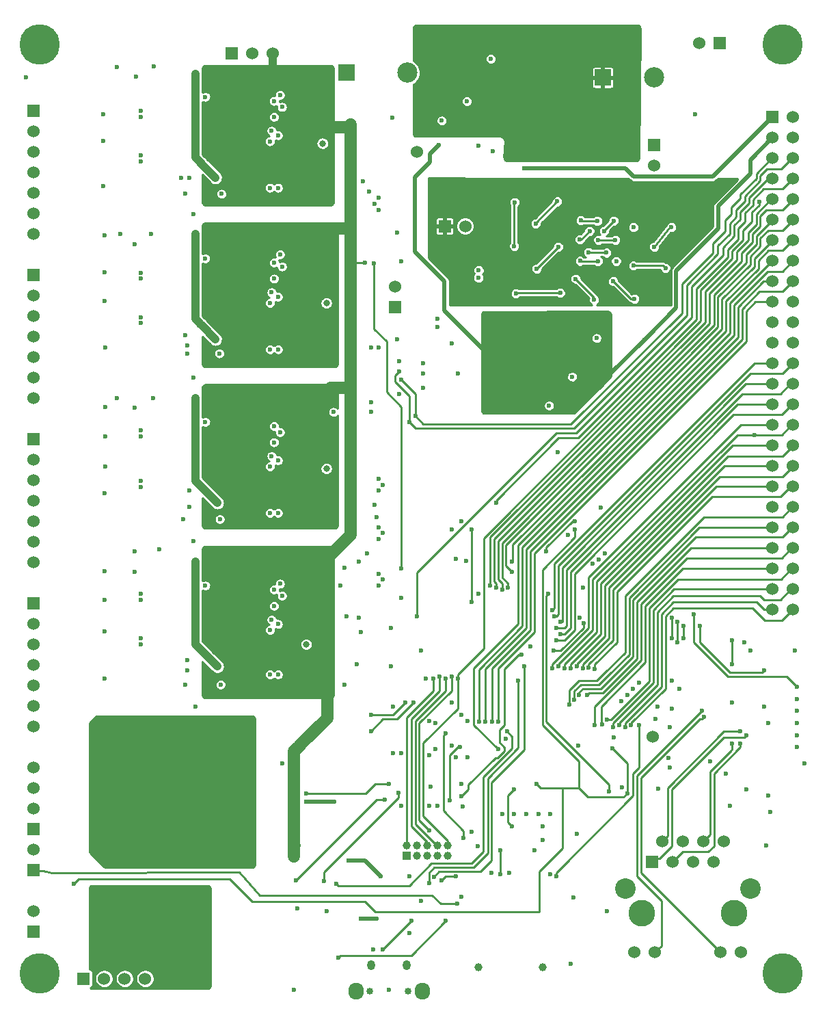
<source format=gbl>
G04 (created by PCBNEW (2013-05-18 BZR 4017)-stable) date Fri 16 Jan 2015 17:12:40 GMT*
%MOIN*%
G04 Gerber Fmt 3.4, Leading zero omitted, Abs format*
%FSLAX34Y34*%
G01*
G70*
G90*
G04 APERTURE LIST*
%ADD10C,0.00590551*%
%ADD11R,0.0787X0.0787*%
%ADD12C,0.0984*%
%ADD13C,0.1969*%
%ADD14O,0.0394X0.0492*%
%ADD15O,0.0748X0.0827*%
%ADD16C,0.0335*%
%ADD17R,0.06X0.06*%
%ADD18C,0.06*%
%ADD19R,0.0394X0.0394*%
%ADD20C,0.0394*%
%ADD21C,0.1299*%
%ADD22C,0.1*%
%ADD23C,0.0315*%
%ADD24C,0.0236*%
%ADD25C,0.01*%
%ADD26C,0.02*%
%ADD27C,0.06*%
%ADD28C,0.04*%
%ADD29C,0.015*%
G04 APERTURE END LIST*
G54D10*
G54D11*
X17714Y45472D03*
G54D12*
X20667Y45472D03*
G54D13*
X2754Y1575D03*
G54D14*
X18905Y1968D03*
X20657Y1968D03*
G54D15*
X21395Y716D03*
X18167Y716D03*
G54D16*
X20716Y716D03*
X18846Y716D03*
G54D17*
X12114Y46430D03*
G54D18*
X13114Y46430D03*
X14114Y46430D03*
G54D17*
X2429Y43625D03*
G54D18*
X2429Y42625D03*
X2429Y41625D03*
X2429Y40625D03*
X2429Y39625D03*
X2429Y38625D03*
X2429Y37625D03*
G54D17*
X2429Y35625D03*
G54D18*
X2429Y34625D03*
X2429Y33625D03*
X2429Y32625D03*
X2429Y31625D03*
X2429Y30625D03*
X2429Y29625D03*
G54D17*
X2429Y27625D03*
G54D18*
X2429Y26625D03*
X2429Y25625D03*
X2429Y24625D03*
X2429Y23625D03*
X2429Y22625D03*
X2429Y21625D03*
G54D17*
X2429Y19625D03*
G54D18*
X2429Y18625D03*
X2429Y17625D03*
X2429Y16625D03*
X2429Y15625D03*
X2429Y14625D03*
X2429Y13625D03*
G54D17*
X35911Y46929D03*
G54D18*
X34911Y46929D03*
G54D19*
X20651Y7329D03*
G54D20*
X20651Y7829D03*
X21151Y7329D03*
X21151Y7829D03*
X21651Y7329D03*
X21651Y7829D03*
X22151Y7329D03*
X22151Y7829D03*
X22651Y7329D03*
X22651Y7829D03*
X24140Y1870D03*
X27282Y1870D03*
G54D17*
X38474Y43299D03*
G54D18*
X39474Y43299D03*
X38474Y38299D03*
X39474Y42299D03*
X38474Y37299D03*
X39474Y41299D03*
X38474Y36299D03*
X39474Y40299D03*
X38474Y35299D03*
X39474Y39299D03*
X38474Y34299D03*
X39474Y38299D03*
X38474Y33299D03*
X39474Y37299D03*
X38474Y32299D03*
X39474Y36299D03*
X38474Y31299D03*
X39474Y35299D03*
X38474Y30299D03*
X39474Y34299D03*
X38474Y29299D03*
X39474Y33299D03*
X38474Y28299D03*
X39474Y32299D03*
X39474Y31299D03*
X38474Y27299D03*
X39474Y30299D03*
X39474Y28299D03*
X39474Y27299D03*
X39474Y26299D03*
X39474Y25299D03*
X38474Y26299D03*
X38474Y25299D03*
X38474Y42299D03*
X38474Y41299D03*
X38474Y40299D03*
X38474Y39299D03*
X38474Y24299D03*
X39474Y24299D03*
X39474Y29299D03*
X38474Y23299D03*
X39474Y23299D03*
X38474Y22299D03*
X39474Y22299D03*
X38474Y21299D03*
X39474Y21299D03*
X38474Y20299D03*
X39474Y20299D03*
X38474Y19299D03*
X39474Y19299D03*
G54D21*
X32098Y4528D03*
X36598Y4528D03*
G54D18*
X36098Y8028D03*
X35600Y7028D03*
X35098Y8028D03*
X34600Y7028D03*
X34098Y8028D03*
X33600Y7028D03*
X33098Y8028D03*
G54D22*
X31298Y5729D03*
X37398Y5728D03*
G54D18*
X35956Y2599D03*
X32740Y2599D03*
X36956Y2599D03*
X31740Y2599D03*
G54D17*
X32600Y7028D03*
G54D23*
X16730Y26181D03*
X16533Y42028D03*
X16730Y34252D03*
X15746Y17618D03*
G54D17*
X32696Y41944D03*
G54D18*
X32696Y40944D03*
G54D17*
X20089Y34050D03*
G54D18*
X20089Y35050D03*
X32638Y13104D03*
X21148Y41630D03*
G54D17*
X22500Y37988D03*
G54D18*
X23500Y37988D03*
G54D11*
X30205Y45236D03*
G54D12*
X32705Y45236D03*
G54D17*
X4888Y1328D03*
G54D18*
X5888Y1328D03*
X6888Y1328D03*
X7888Y1328D03*
G54D13*
X38974Y46850D03*
X38974Y1575D03*
X2754Y46850D03*
G54D17*
X2429Y8625D03*
G54D18*
X2429Y9625D03*
X2429Y10625D03*
X2429Y11625D03*
G54D17*
X2429Y6625D03*
G54D18*
X2429Y7625D03*
G54D17*
X2429Y3625D03*
G54D18*
X2429Y4625D03*
G54D24*
X32720Y36988D03*
X31700Y37938D03*
X27990Y39198D03*
X28040Y36988D03*
X29510Y36718D03*
X26980Y35918D03*
X29940Y38248D03*
X30740Y38258D03*
X28880Y35428D03*
X25890Y37018D03*
X30860Y36288D03*
X33260Y35958D03*
X26940Y38118D03*
X29100Y36298D03*
X29130Y38278D03*
X30380Y36698D03*
X28130Y34738D03*
X29970Y36288D03*
X25970Y34708D03*
X30820Y37318D03*
X33550Y37938D03*
X29090Y37348D03*
X30270Y37758D03*
X29990Y37318D03*
X29790Y34398D03*
X25910Y39158D03*
X31750Y34458D03*
X30720Y35308D03*
X31700Y36068D03*
X29560Y37758D03*
X32250Y32438D03*
X20176Y32480D03*
X36218Y11319D03*
X11569Y15650D03*
X30411Y4626D03*
X31159Y10650D03*
X13974Y24016D03*
X13974Y18307D03*
X11605Y39567D03*
X25293Y9350D03*
X9840Y15650D03*
X23129Y30807D03*
X14565Y11811D03*
X22144Y9744D03*
X13974Y34252D03*
X11529Y23720D03*
X25490Y32657D03*
X26773Y31236D03*
X14368Y18602D03*
X27655Y6398D03*
X26683Y32228D03*
X14565Y43799D03*
X26309Y32685D03*
X31396Y15157D03*
X14368Y31988D03*
X14466Y27953D03*
X25522Y30579D03*
X22833Y12697D03*
X15297Y4752D03*
X13974Y42126D03*
X29722Y21555D03*
X13974Y26280D03*
X20372Y12303D03*
X23375Y9725D03*
X26360Y30854D03*
X27195Y31709D03*
X28935Y8366D03*
X18896Y32087D03*
X27262Y8071D03*
X33561Y15846D03*
X14368Y34547D03*
X14368Y24016D03*
X25742Y30890D03*
X14368Y42421D03*
X39663Y13780D03*
X23620Y12106D03*
X26868Y7579D03*
X20766Y3543D03*
X25498Y31232D03*
X14368Y26575D03*
X13974Y16142D03*
X25648Y6496D03*
X14565Y19980D03*
X21750Y9744D03*
X37399Y17323D03*
X25864Y32232D03*
X20372Y9744D03*
X13974Y31988D03*
X13974Y39862D03*
X23029Y21772D03*
X11506Y31791D03*
X22207Y41933D03*
X32911Y10591D03*
X25270Y30882D03*
X24112Y7776D03*
X26435Y29827D03*
X23817Y8465D03*
X26903Y30299D03*
X9742Y23720D03*
X14368Y16142D03*
X27195Y30862D03*
X33955Y15453D03*
X27655Y9350D03*
X18896Y29429D03*
X14565Y36024D03*
X25289Y31630D03*
X39663Y14961D03*
X25057Y32213D03*
X25746Y31626D03*
X9840Y39567D03*
X22045Y13780D03*
X27159Y32661D03*
X26333Y31717D03*
X9939Y31791D03*
X14368Y39862D03*
X33462Y13583D03*
X22350Y43138D03*
X24148Y35480D03*
X26390Y40813D03*
X22139Y33470D03*
X15746Y9941D03*
X19940Y43294D03*
X22144Y33071D03*
X19388Y6299D03*
X24159Y35846D03*
X17124Y9941D03*
X17813Y7087D03*
X23541Y21693D03*
X21750Y12205D03*
X31100Y14862D03*
X21750Y13878D03*
X18305Y18898D03*
X30313Y22047D03*
X23029Y12106D03*
X20374Y36283D03*
X28640Y16437D03*
X29525Y16476D03*
X29821Y16398D03*
X17204Y5946D03*
X25531Y13366D03*
X29014Y12677D03*
X28581Y14685D03*
X28817Y14921D03*
X28344Y16437D03*
X30090Y46798D03*
X27884Y44713D03*
X31510Y45168D03*
X27259Y44731D03*
X27241Y46009D03*
X28541Y45374D03*
X26510Y42228D03*
X27970Y43898D03*
X29850Y42218D03*
X26917Y44996D03*
X26516Y44749D03*
X28780Y43188D03*
X27230Y41338D03*
X28172Y45001D03*
X27530Y42988D03*
X28980Y41308D03*
X28141Y45716D03*
X26935Y45703D03*
X30470Y41318D03*
X26615Y46009D03*
X28172Y46301D03*
X25770Y42858D03*
X31870Y46178D03*
X28523Y46648D03*
X26570Y45334D03*
X31010Y43228D03*
X27205Y45356D03*
X27821Y46639D03*
X28519Y46018D03*
X31490Y42438D03*
X29330Y46128D03*
X31400Y46888D03*
X26930Y46319D03*
X27560Y45010D03*
X28200Y42278D03*
X30800Y46178D03*
X28582Y44740D03*
X26750Y43798D03*
X27124Y46621D03*
X27884Y45347D03*
X26498Y46634D03*
X27853Y46013D03*
X29990Y43978D03*
X27542Y46328D03*
X27518Y45709D03*
X25660Y41378D03*
X31690Y44028D03*
X28525Y22953D03*
X32768Y13982D03*
X18896Y13386D03*
X20962Y14764D03*
X18896Y14173D03*
X20569Y14764D03*
X5510Y12598D03*
X6298Y9843D03*
X8659Y12598D03*
X7085Y9843D03*
X9447Y11811D03*
X6691Y9449D03*
X7872Y11811D03*
X8659Y11024D03*
X8659Y11811D03*
X8266Y12205D03*
X5903Y12205D03*
X6691Y10236D03*
X9447Y11024D03*
X6297Y9055D03*
X7872Y9449D03*
X7478Y12205D03*
X8266Y10630D03*
X5510Y10630D03*
X7085Y10630D03*
X9840Y12205D03*
X10234Y12598D03*
X7872Y11024D03*
X8266Y9843D03*
X9447Y12598D03*
X6297Y10630D03*
X7085Y12598D03*
X6297Y12598D03*
X5903Y10236D03*
X7085Y11811D03*
X9053Y10630D03*
X7085Y9055D03*
X9053Y9843D03*
X6297Y11811D03*
X6691Y12205D03*
X8659Y9449D03*
X8561Y10236D03*
X7872Y12598D03*
X10234Y11811D03*
X9447Y9449D03*
X5510Y11811D03*
X5510Y9843D03*
X9053Y12205D03*
X10825Y20472D03*
X19486Y20768D03*
X19289Y20472D03*
X9939Y16831D03*
X15746Y10335D03*
X19787Y10813D03*
X17616Y21358D03*
X14466Y20571D03*
X19289Y21063D03*
X14171Y20276D03*
X17714Y18996D03*
X10333Y14567D03*
X23108Y4980D03*
X38088Y14567D03*
X37104Y17717D03*
X29230Y20374D03*
X38285Y13780D03*
X38088Y16339D03*
X34939Y18504D03*
X34644Y19094D03*
X39663Y15551D03*
X33856Y17717D03*
X33856Y18701D03*
X33561Y18898D03*
X33561Y17913D03*
X34151Y17913D03*
X34151Y18504D03*
X9660Y3388D03*
X8640Y3378D03*
X8563Y4331D03*
X7520Y4348D03*
X8220Y3848D03*
X8080Y4818D03*
X8540Y5268D03*
X9570Y5288D03*
X9090Y4818D03*
X9190Y3918D03*
X9600Y4378D03*
X7520Y5188D03*
X7500Y3388D03*
X22732Y10004D03*
X15254Y6102D03*
X19573Y10039D03*
X23226Y12598D03*
X24850Y41638D03*
X5900Y21188D03*
X5900Y19788D03*
X5900Y18238D03*
X5900Y15938D03*
X7675Y27756D03*
X5950Y29188D03*
X5950Y27738D03*
X5950Y26288D03*
X5900Y24988D03*
X7675Y35728D03*
X5900Y35738D03*
X5900Y34338D03*
X5950Y32088D03*
X5900Y37538D03*
X6691Y37598D03*
X5850Y39938D03*
X5850Y42138D03*
X7675Y43602D03*
X5850Y43438D03*
X12596Y40748D03*
X7675Y41437D03*
X12201Y35825D03*
X39663Y13189D03*
X11809Y44685D03*
X11809Y24902D03*
X23325Y10827D03*
X21356Y17323D03*
X12596Y27657D03*
X28640Y2047D03*
X12200Y16735D03*
X15352Y17815D03*
X12596Y16929D03*
X11809Y34252D03*
X12596Y28051D03*
X22045Y12500D03*
X21455Y30118D03*
X18207Y16634D03*
X15155Y7283D03*
X12596Y41535D03*
X12596Y17323D03*
X15155Y12008D03*
X34469Y39243D03*
X12596Y33268D03*
X11809Y20079D03*
X13384Y20965D03*
X22844Y32280D03*
X7675Y28051D03*
X11809Y28051D03*
X7675Y17618D03*
X13777Y20768D03*
X12596Y42126D03*
X12203Y19291D03*
X2090Y45253D03*
X20766Y6299D03*
X12596Y20079D03*
X11415Y20768D03*
X13384Y36909D03*
X28718Y30657D03*
X12203Y26673D03*
X19880Y16535D03*
X8561Y22244D03*
X12202Y40945D03*
X12201Y33071D03*
X7675Y19783D03*
X11809Y26969D03*
X11022Y28937D03*
X40057Y11811D03*
X11809Y33661D03*
X12203Y20768D03*
X38285Y10236D03*
X12596Y25295D03*
X19978Y14567D03*
X13777Y44488D03*
X12200Y17520D03*
X12202Y41339D03*
X8297Y45787D03*
X14171Y36909D03*
X11418Y28737D03*
X15451Y25787D03*
X12990Y20768D03*
X23325Y23622D03*
X11809Y20965D03*
X36514Y14764D03*
X17419Y20472D03*
X7675Y41142D03*
X7380Y21161D03*
X11809Y41535D03*
X24136Y41913D03*
X11809Y27657D03*
X12596Y18996D03*
X11809Y33268D03*
X7675Y35433D03*
X10037Y24311D03*
X11809Y43898D03*
X12203Y35236D03*
X15451Y33858D03*
X13777Y36713D03*
X12200Y25492D03*
X21573Y15945D03*
X11809Y36024D03*
X15943Y36319D03*
X39565Y17323D03*
X33561Y14469D03*
X7675Y43307D03*
X14171Y20965D03*
X12596Y43898D03*
X12201Y33465D03*
X8167Y37598D03*
X12596Y33661D03*
X21356Y5118D03*
X12200Y27851D03*
X18599Y36210D03*
X11809Y25689D03*
X28777Y5295D03*
X12596Y26969D03*
X19880Y18406D03*
X29090Y18923D03*
X21456Y31299D03*
X7380Y37106D03*
X11022Y44685D03*
X11809Y42126D03*
X7675Y25295D03*
X11022Y36909D03*
X12596Y26378D03*
X12596Y20965D03*
X12990Y44488D03*
X7675Y33563D03*
X15844Y28248D03*
X12202Y43700D03*
X12201Y36711D03*
X11809Y18996D03*
X25884Y9350D03*
X11415Y36713D03*
X12596Y41142D03*
X12990Y28740D03*
X38384Y9449D03*
X11809Y16929D03*
X11809Y28937D03*
X11809Y42815D03*
X12596Y17717D03*
X23305Y14173D03*
X12203Y41831D03*
X12200Y24708D03*
X7675Y20079D03*
X12596Y24902D03*
X12203Y34547D03*
X12596Y18406D03*
X20372Y19882D03*
X7380Y29134D03*
X11809Y35630D03*
X15549Y20866D03*
X34469Y38130D03*
X11809Y26378D03*
X24132Y20079D03*
X23325Y5315D03*
X18994Y2756D03*
X11415Y44488D03*
X12596Y28937D03*
X12596Y36024D03*
X12990Y36713D03*
X6494Y29626D03*
X15451Y41634D03*
X14171Y28937D03*
X24782Y6496D03*
X11809Y25295D03*
X12203Y27264D03*
X14171Y44685D03*
X12596Y44685D03*
X11809Y36909D03*
X12596Y32874D03*
X33462Y11614D03*
X15175Y7801D03*
X15155Y787D03*
X37203Y10531D03*
X12596Y35630D03*
X13384Y28937D03*
X7675Y33268D03*
X35431Y11909D03*
X12202Y40552D03*
X12596Y34252D03*
X20273Y29823D03*
X20273Y31398D03*
X9939Y16339D03*
X12596Y34941D03*
X38167Y7815D03*
X13384Y44685D03*
X12203Y18701D03*
X12203Y42520D03*
X19978Y12303D03*
X12203Y43110D03*
X11809Y43504D03*
X21800Y10666D03*
X12203Y33957D03*
X31691Y15453D03*
X27065Y9350D03*
X12596Y36909D03*
X12596Y42815D03*
X9939Y32185D03*
X12203Y26083D03*
X7380Y22146D03*
X11809Y19685D03*
X11809Y17323D03*
X21456Y30807D03*
X11022Y20965D03*
X22833Y14764D03*
X15844Y44094D03*
X32872Y14567D03*
X7427Y45280D03*
X22833Y23228D03*
X17616Y15650D03*
X15155Y12402D03*
X12200Y28737D03*
X11809Y32874D03*
X23620Y13878D03*
X8266Y29626D03*
X36415Y9744D03*
X39663Y12598D03*
X12200Y17126D03*
X19092Y24409D03*
X11809Y34941D03*
X27592Y29252D03*
X12201Y32679D03*
X15451Y12697D03*
X13777Y28740D03*
X6510Y45744D03*
X18403Y18209D03*
X16730Y4626D03*
X11809Y41142D03*
X12200Y25098D03*
X30018Y21752D03*
X11809Y18406D03*
X26474Y9350D03*
X27262Y8760D03*
X12596Y25689D03*
X12202Y44487D03*
X39663Y14370D03*
X7675Y25591D03*
X12203Y18110D03*
X18699Y22047D03*
X12203Y19882D03*
X12596Y43504D03*
X7675Y17913D03*
X12596Y19685D03*
X10037Y40354D03*
X11809Y40748D03*
X11809Y17717D03*
X25195Y6398D03*
X25195Y7579D03*
X31986Y13681D03*
X31986Y15748D03*
X27951Y6299D03*
X14171Y43307D03*
X14053Y42638D03*
X14171Y35433D03*
X14053Y34764D03*
X14053Y18819D03*
X14171Y19488D03*
X14171Y27461D03*
X14053Y26791D03*
X24742Y46142D03*
X23581Y44075D03*
X35037Y14370D03*
X37203Y13189D03*
X36907Y12795D03*
X36514Y12795D03*
X36514Y16634D03*
X36514Y17815D03*
X35136Y14075D03*
X36907Y13386D03*
X19781Y787D03*
X21947Y15945D03*
X27557Y20079D03*
X30510Y10433D03*
X22537Y15945D03*
X21750Y8563D03*
X22833Y16043D03*
X22242Y16043D03*
X25470Y13030D03*
X33423Y12067D03*
X24998Y20374D03*
X24703Y20472D03*
X28836Y23622D03*
X27459Y22146D03*
X27754Y16437D03*
X37600Y27814D03*
X28000Y26988D03*
X28049Y16535D03*
X26237Y17114D03*
X16622Y6088D03*
X27798Y17298D03*
X23321Y10207D03*
X29264Y18661D03*
X20255Y10372D03*
X29053Y15157D03*
X29427Y15157D03*
X29821Y13681D03*
X30175Y13720D03*
X30411Y13957D03*
X30707Y13583D03*
X31002Y13681D03*
X31297Y13583D03*
X31592Y13681D03*
X24171Y13858D03*
X27754Y19291D03*
X24486Y13858D03*
X24801Y13858D03*
X25116Y13858D03*
X25096Y12500D03*
X19059Y36195D03*
X20374Y21315D03*
X18494Y40170D03*
X22537Y4134D03*
X17321Y2362D03*
X37829Y39173D03*
X23128Y15945D03*
X25785Y21654D03*
X25588Y20374D03*
X27951Y17815D03*
X28148Y18110D03*
X28148Y18701D03*
X27852Y18996D03*
X27951Y18406D03*
X20766Y28445D03*
X23817Y19685D03*
X23817Y23228D03*
X20273Y30906D03*
X29230Y16437D03*
X21061Y28740D03*
X20372Y30512D03*
X28935Y16535D03*
X25785Y21161D03*
X25293Y20276D03*
X23423Y8169D03*
X22340Y6102D03*
X23029Y6299D03*
X22537Y13287D03*
X26376Y16535D03*
X19486Y2756D03*
X20864Y4134D03*
X21962Y6285D03*
X21733Y5993D03*
X26081Y15846D03*
X21159Y18996D03*
X24998Y24528D03*
X19191Y4232D03*
X18403Y4232D03*
X25884Y10531D03*
X25785Y8760D03*
X4400Y5938D03*
X31396Y10354D03*
X26966Y10827D03*
X30118Y24264D03*
X28836Y23228D03*
X30667Y12539D03*
X29900Y32538D03*
X34700Y43438D03*
X10334Y41829D03*
X10333Y18012D03*
X10333Y19390D03*
X10579Y33218D03*
X10333Y25984D03*
X11317Y32480D03*
X10333Y45417D03*
X10333Y35335D03*
X10333Y27362D03*
X10333Y37598D03*
X10972Y16978D03*
X11415Y24508D03*
X10333Y43209D03*
X10333Y33957D03*
X11317Y40354D03*
X11415Y16535D03*
X10333Y29626D03*
X10972Y24951D03*
X10333Y21654D03*
X10628Y41043D03*
X10825Y28445D03*
X19486Y23031D03*
X10037Y25098D03*
X19289Y22736D03*
X18896Y28937D03*
X17065Y28937D03*
X19289Y23327D03*
X14171Y28248D03*
X10234Y22638D03*
X18305Y21654D03*
X19486Y25394D03*
X10825Y36417D03*
X19289Y25098D03*
X9840Y32677D03*
X19289Y32087D03*
X14466Y36614D03*
X19289Y25689D03*
X14171Y36220D03*
X10234Y30610D03*
X19191Y23819D03*
X10825Y44291D03*
X19092Y39075D03*
X9644Y40354D03*
X19289Y38780D03*
X14466Y44390D03*
X18797Y39665D03*
X14171Y44094D03*
X19289Y39370D03*
X10234Y38583D03*
X20175Y37697D03*
X30726Y13091D03*
X26671Y17520D03*
G54D25*
X33150Y36068D02*
X31700Y36068D01*
X30270Y37788D02*
X30270Y37758D01*
X26000Y34738D02*
X28130Y34738D01*
X25910Y39158D02*
X25890Y39138D01*
X29100Y36298D02*
X29110Y36288D01*
X33470Y37938D02*
X33550Y37938D01*
X29110Y36288D02*
X29970Y36288D01*
X31570Y34458D02*
X31750Y34458D01*
X33260Y35958D02*
X33150Y36068D01*
X28040Y36988D02*
X26980Y35928D01*
X26940Y38148D02*
X26940Y38118D01*
X25970Y34708D02*
X26000Y34738D01*
X30720Y35308D02*
X31570Y34458D01*
X25890Y39138D02*
X25890Y37018D01*
X30360Y36718D02*
X29510Y36718D01*
X29560Y37758D02*
X29150Y37348D01*
X26980Y35928D02*
X26980Y35918D01*
X30380Y36698D02*
X30360Y36718D01*
X29160Y38248D02*
X29940Y38248D01*
X32720Y36988D02*
X33470Y37938D01*
X28880Y35428D02*
X29790Y34518D01*
X29790Y34518D02*
X29790Y34398D01*
X29990Y37318D02*
X30820Y37318D01*
X29130Y38278D02*
X29160Y38248D01*
X30740Y38258D02*
X30270Y37788D01*
X29150Y37348D02*
X29090Y37348D01*
X27990Y39198D02*
X26940Y38148D01*
X32335Y32523D02*
X32335Y32553D01*
X32250Y32438D02*
X32335Y32523D01*
X26821Y31236D02*
X26773Y31236D01*
G54D26*
X37396Y40540D02*
X37396Y41221D01*
X35840Y38984D02*
X37396Y40540D01*
X33790Y35820D02*
X33790Y34008D01*
X38474Y42299D02*
X37396Y41221D01*
X33790Y34008D02*
X32335Y32553D01*
X35840Y37870D02*
X35840Y38984D01*
X35840Y37870D02*
X33790Y35820D01*
X21050Y40390D02*
X21050Y36748D01*
G54D25*
X27195Y30862D02*
X26821Y31236D01*
X26341Y31709D02*
X27195Y31709D01*
X25742Y30988D02*
X25742Y30890D01*
X25289Y31630D02*
X25293Y31626D01*
X26903Y30299D02*
X26360Y30842D01*
X26360Y30842D02*
X26360Y30854D01*
X26309Y32685D02*
X25864Y32240D01*
X25864Y32240D02*
X25864Y32232D01*
X32911Y10591D02*
X32911Y10571D01*
X25522Y30630D02*
X25522Y30579D01*
X27159Y32661D02*
X26726Y32228D01*
G54D26*
X22490Y33869D02*
X24711Y31648D01*
X32335Y32553D02*
X30485Y30703D01*
G54D25*
X25490Y32657D02*
X25057Y32224D01*
G54D26*
X22490Y35308D02*
X22490Y33869D01*
X22207Y41933D02*
X21787Y41513D01*
G54D25*
X25057Y32224D02*
X25057Y32213D01*
X26726Y32228D02*
X26683Y32228D01*
X25498Y31232D02*
X25742Y30988D01*
G54D26*
X21787Y41127D02*
X21050Y40390D01*
X21787Y41513D02*
X21787Y41127D01*
G54D25*
X25270Y30882D02*
X25522Y30630D01*
X26333Y31717D02*
X26341Y31709D01*
G54D26*
X21050Y36748D02*
X22490Y35308D01*
G54D25*
X25293Y31626D02*
X25746Y31626D01*
G54D26*
X36612Y41437D02*
X36553Y41378D01*
X17813Y7087D02*
X18600Y7087D01*
X17124Y9941D02*
X15746Y9941D01*
X36612Y41437D02*
X35583Y40408D01*
X38474Y43299D02*
X36612Y41437D01*
X31310Y40813D02*
X26390Y40813D01*
X35583Y40408D02*
X31715Y40408D01*
X31715Y40408D02*
X31310Y40813D01*
X18600Y7087D02*
X19388Y6299D01*
G54D25*
X39474Y27299D02*
X39474Y27272D01*
X38974Y26772D02*
X36317Y26772D01*
X30116Y18110D02*
X28640Y16634D01*
X28640Y16634D02*
X28640Y16437D01*
X36317Y26772D02*
X30116Y20571D01*
X30116Y20571D02*
X30116Y18110D01*
X39474Y27272D02*
X38974Y26772D01*
X35729Y25299D02*
X30707Y20277D01*
X30707Y17815D02*
X29525Y16633D01*
X29525Y16633D02*
X29525Y16476D01*
X30707Y20277D02*
X30707Y17815D01*
X38474Y25299D02*
X35729Y25299D01*
X30903Y17716D02*
X29821Y16634D01*
X38875Y24803D02*
X35527Y24803D01*
X35527Y24803D02*
X30903Y20179D01*
X29821Y16634D02*
X29821Y16398D01*
X30903Y20179D02*
X30903Y17716D01*
X39474Y25299D02*
X39371Y25299D01*
X39371Y25299D02*
X38875Y24803D01*
X24380Y7512D02*
X23799Y6931D01*
X23799Y6931D02*
X21845Y6931D01*
X20762Y5848D02*
X17651Y5848D01*
X21845Y6931D02*
X20762Y5848D01*
X17651Y5848D02*
X17302Y5848D01*
X24380Y11144D02*
X24380Y8848D01*
X17302Y5848D02*
X17204Y5946D01*
X25783Y12907D02*
X25783Y12547D01*
X24380Y8848D02*
X24380Y7512D01*
X25783Y13114D02*
X25531Y13366D01*
X17564Y5848D02*
X17562Y5846D01*
X25783Y12547D02*
X24380Y11144D01*
X17651Y5848D02*
X17564Y5848D01*
X25783Y12907D02*
X25783Y13114D01*
X28581Y15396D02*
X29031Y15846D01*
X31297Y17223D02*
X30313Y16239D01*
X38974Y23819D02*
X35136Y23819D01*
X30313Y16239D02*
X30313Y16240D01*
X39474Y24299D02*
X39454Y24299D01*
X28581Y14685D02*
X28581Y15396D01*
X29031Y15846D02*
X29919Y15846D01*
X35136Y23819D02*
X31297Y19980D01*
X39454Y24299D02*
X38974Y23819D01*
X30313Y16240D02*
X29919Y15846D01*
X31297Y19980D02*
X31297Y17223D01*
X38474Y23299D02*
X34912Y23299D01*
X30510Y16142D02*
X30018Y15650D01*
X31494Y19881D02*
X31494Y17126D01*
X28817Y14921D02*
X28817Y15335D01*
X30510Y16142D02*
X30510Y16142D01*
X29132Y15650D02*
X30018Y15650D01*
X31494Y17126D02*
X30510Y16142D01*
X28817Y15335D02*
X29132Y15650D01*
X34912Y23299D02*
X31494Y19881D01*
X36549Y27299D02*
X29919Y20669D01*
X29919Y20669D02*
X29919Y18209D01*
X28344Y16634D02*
X28344Y16437D01*
X29919Y18209D02*
X28344Y16634D01*
X38474Y27299D02*
X36549Y27299D01*
X31010Y43228D02*
X29990Y43858D01*
X27911Y45374D02*
X28541Y45374D01*
X26570Y45334D02*
X26592Y45356D01*
X26670Y44749D02*
X26516Y44749D01*
X27540Y44688D02*
X27540Y44308D01*
X29850Y42218D02*
X28980Y41348D01*
X27241Y46009D02*
X27245Y46013D01*
X27540Y44308D02*
X27030Y43798D01*
X28519Y46018D02*
X28236Y46301D01*
X27884Y44713D02*
X27565Y44713D01*
X27277Y44713D02*
X27884Y44713D01*
X25700Y41338D02*
X27230Y41338D01*
X30180Y46798D02*
X30090Y46798D01*
X28980Y41348D02*
X28980Y41308D01*
X25660Y41378D02*
X25700Y41338D01*
X27530Y42948D02*
X27530Y42988D01*
X26400Y42228D02*
X26510Y42228D01*
X26935Y45703D02*
X26921Y45703D01*
X25770Y42858D02*
X26400Y42228D01*
X28200Y42278D02*
X27530Y42948D01*
X30800Y46178D02*
X30180Y46798D01*
X27970Y43898D02*
X28680Y43188D01*
X27030Y43798D02*
X26750Y43798D01*
X31870Y46178D02*
X31400Y46648D01*
X31690Y44028D02*
X31510Y44208D01*
X27565Y44713D02*
X27540Y44688D01*
X30470Y41318D02*
X31490Y42338D01*
X27518Y45709D02*
X27527Y45718D01*
X26511Y46621D02*
X27124Y46621D01*
X27533Y46319D02*
X26930Y46319D01*
X27542Y46328D02*
X27533Y46319D01*
X29990Y43858D02*
X29990Y43978D01*
X28236Y46301D02*
X28172Y46301D01*
X28680Y43188D02*
X28780Y43188D01*
X27259Y44731D02*
X27277Y44713D01*
X26592Y45356D02*
X27205Y45356D01*
X31490Y42338D02*
X31490Y42438D01*
X27527Y45718D02*
X28141Y45716D01*
X28172Y45001D02*
X28163Y45010D01*
X27245Y46013D02*
X27853Y46013D01*
X26921Y45703D02*
X26615Y46009D01*
X27821Y46639D02*
X27830Y46648D01*
X27830Y46648D02*
X28523Y46648D01*
X27884Y45347D02*
X27911Y45374D01*
X26498Y46634D02*
X26511Y46621D01*
X28163Y45010D02*
X27560Y45010D01*
X31510Y44208D02*
X31510Y45168D01*
X26917Y44996D02*
X26670Y44749D01*
X31400Y46648D02*
X31400Y46888D01*
X19486Y13976D02*
X20175Y13976D01*
X20175Y13976D02*
X20962Y14764D01*
X18896Y13386D02*
X19486Y13976D01*
X18896Y14173D02*
X19978Y14173D01*
X20569Y14764D02*
X19978Y14173D01*
X6298Y9843D02*
X6297Y9843D01*
X18639Y10335D02*
X19117Y10813D01*
X15746Y10335D02*
X18639Y10335D01*
X19117Y10813D02*
X19787Y10813D01*
X3352Y6497D02*
X2896Y6591D01*
X2896Y6591D02*
X2429Y6625D01*
X21888Y5393D02*
X13464Y5393D01*
X13464Y5393D02*
X12500Y6488D01*
X12484Y6504D02*
X3352Y6497D01*
X12500Y6488D02*
X12484Y6504D01*
X22301Y4980D02*
X21888Y5393D01*
X23108Y4980D02*
X22301Y4980D01*
X21888Y5393D02*
X21887Y5394D01*
X36416Y16240D02*
X34939Y17717D01*
X38088Y16339D02*
X37989Y16240D01*
X34939Y17717D02*
X34939Y18504D01*
X37989Y16240D02*
X36416Y16240D01*
X36317Y16043D02*
X34644Y17716D01*
X39171Y16043D02*
X36317Y16043D01*
X34644Y17716D02*
X34644Y19094D01*
X39663Y15551D02*
X39171Y16043D01*
X33856Y18701D02*
X33856Y17717D01*
X33561Y18898D02*
X33561Y17913D01*
X34151Y18504D02*
X34151Y17913D01*
X7510Y3378D02*
X8640Y3378D01*
X9190Y3858D02*
X9190Y3918D01*
X9660Y3388D02*
X9190Y3858D01*
X8610Y4378D02*
X9600Y4378D01*
X7500Y3388D02*
X7510Y3378D01*
X8563Y4331D02*
X8610Y4378D01*
X8220Y3848D02*
X7720Y4348D01*
X7600Y5268D02*
X8540Y5268D01*
X9090Y4818D02*
X8080Y4818D01*
X7520Y5188D02*
X7600Y5268D01*
X7720Y4348D02*
X7520Y4348D01*
X23127Y12598D02*
X23226Y12598D01*
X15254Y6102D02*
X19191Y10039D01*
X22732Y10004D02*
X22734Y12205D01*
X19191Y10039D02*
X19573Y10039D01*
X22734Y12205D02*
X23127Y12598D01*
G54D27*
X15175Y7801D02*
X15155Y7821D01*
X17912Y42963D02*
X17912Y42815D01*
X15943Y36910D02*
X16927Y37894D01*
X15451Y12698D02*
X15451Y12697D01*
X15450Y12697D02*
X15155Y12402D01*
X15155Y7821D02*
X15155Y7835D01*
X17912Y42815D02*
X17911Y42815D01*
X16829Y42815D02*
X17911Y42815D01*
X15943Y36319D02*
X15943Y36910D01*
G54D25*
X18599Y36210D02*
X17911Y36210D01*
G54D27*
X15451Y12698D02*
X16779Y14026D01*
X17911Y30709D02*
X17911Y36210D01*
X17911Y30118D02*
X17911Y30709D01*
G54D28*
X14114Y46430D02*
X14112Y46428D01*
G54D27*
X15844Y43800D02*
X16829Y42815D01*
X15155Y12008D02*
X15155Y12402D01*
X15451Y12697D02*
X15450Y12697D01*
X15155Y7283D02*
X15155Y7835D01*
X16927Y37894D02*
X17911Y37894D01*
X16927Y30118D02*
X17911Y30118D01*
X16779Y21801D02*
X17911Y22933D01*
X15844Y44094D02*
X15844Y43800D01*
X16779Y14026D02*
X16779Y21801D01*
X17911Y36210D02*
X17911Y37894D01*
X15844Y20866D02*
X16779Y21801D01*
X15549Y20866D02*
X15844Y20866D01*
X15844Y29035D02*
X16927Y30118D01*
X17911Y37894D02*
X17911Y42815D01*
X17911Y22933D02*
X17911Y30118D01*
X15451Y12697D02*
X15450Y12697D01*
X15155Y12402D02*
X15155Y12008D01*
X15155Y12008D02*
X15155Y7835D01*
X15844Y28248D02*
X15844Y29035D01*
G54D28*
X14112Y46428D02*
X14112Y45610D01*
G54D25*
X15451Y44094D02*
X15844Y44094D01*
X25195Y6398D02*
X25195Y7579D01*
X27951Y6496D02*
X28148Y6693D01*
X27951Y6299D02*
X27951Y6496D01*
X28148Y6693D02*
X31691Y10236D01*
X31986Y11615D02*
X31986Y13681D01*
X31691Y10236D02*
X31691Y11320D01*
X31691Y11320D02*
X31986Y11615D01*
X35037Y14370D02*
X31888Y11221D01*
X33069Y5119D02*
X33069Y2928D01*
X31888Y11221D02*
X31888Y6300D01*
X31888Y6300D02*
X33069Y5119D01*
X33069Y2928D02*
X32740Y2599D01*
X36101Y13091D02*
X33561Y10551D01*
X32971Y7186D02*
X32758Y7186D01*
X32600Y7028D02*
X32758Y7186D01*
X37203Y13189D02*
X37202Y13189D01*
X37202Y13189D02*
X37104Y13091D01*
X37104Y13091D02*
X36101Y13091D01*
X32971Y7186D02*
X33561Y7776D01*
X33561Y7776D02*
X33561Y10551D01*
X36848Y12539D02*
X36907Y12598D01*
X34093Y7520D02*
X35352Y7520D01*
X35352Y7520D02*
X35628Y7796D01*
X33601Y7028D02*
X34093Y7520D01*
X35628Y7796D02*
X35628Y11319D01*
X33600Y7028D02*
X33601Y7028D01*
X36907Y12598D02*
X36907Y12795D01*
X36848Y12539D02*
X35628Y11319D01*
X36475Y12461D02*
X36514Y12500D01*
X35431Y8361D02*
X35098Y8028D01*
X36514Y12500D02*
X36514Y12795D01*
X36474Y12461D02*
X35431Y11418D01*
X35431Y11418D02*
X35431Y8361D01*
X36474Y12461D02*
X36475Y12461D01*
X36514Y16634D02*
X36514Y17815D01*
X32085Y6470D02*
X35956Y2599D01*
X34938Y13976D02*
X32085Y11123D01*
X32085Y11123D02*
X32085Y6470D01*
X35136Y14075D02*
X35037Y13976D01*
X35037Y13976D02*
X34938Y13976D01*
X33364Y8294D02*
X33098Y8028D01*
X36907Y13386D02*
X36120Y13386D01*
X36120Y13386D02*
X33364Y10630D01*
X33364Y10630D02*
X33364Y8294D01*
X19779Y785D02*
X19781Y787D01*
X19790Y785D02*
X19779Y785D01*
X20651Y7829D02*
X20651Y14059D01*
X21947Y15355D02*
X21947Y15945D01*
X20651Y14059D02*
X21947Y15355D01*
X27459Y19981D02*
X27557Y20079D01*
X27459Y19390D02*
X27459Y19981D01*
X30510Y10788D02*
X27459Y13839D01*
X27459Y13839D02*
X27459Y19390D01*
X30510Y10433D02*
X30510Y10788D01*
X21061Y8859D02*
X21061Y13386D01*
X21061Y13386D02*
X21061Y13878D01*
X21061Y13878D02*
X22537Y15354D01*
X22151Y7769D02*
X21061Y8859D01*
X22151Y7829D02*
X22151Y7769D01*
X22537Y15354D02*
X22537Y15945D01*
X21258Y13780D02*
X22833Y15355D01*
X21258Y13386D02*
X21258Y13780D01*
X21750Y8563D02*
X21258Y9055D01*
X21258Y9055D02*
X21258Y13386D01*
X22833Y15355D02*
X22833Y16043D01*
X21651Y7829D02*
X21651Y7973D01*
X20864Y8760D02*
X20864Y13386D01*
X20864Y13977D02*
X22242Y15355D01*
X20864Y13386D02*
X20864Y13977D01*
X21651Y7973D02*
X20864Y8760D01*
X22242Y15355D02*
X22242Y16043D01*
X37498Y37205D02*
X36976Y36683D01*
X37892Y38485D02*
X37892Y37992D01*
X39474Y39299D02*
X39474Y39279D01*
X38975Y38780D02*
X38187Y38780D01*
X36976Y36289D02*
X35411Y34724D01*
X38187Y38780D02*
X37892Y38485D01*
X24998Y22835D02*
X24899Y22736D01*
X35411Y34724D02*
X35411Y33247D01*
X24998Y20571D02*
X24998Y20374D01*
X24899Y22736D02*
X24899Y20670D01*
X35411Y33247D02*
X24999Y22835D01*
X37892Y37992D02*
X37498Y37598D01*
X39474Y39279D02*
X38975Y38780D01*
X37498Y37598D02*
X37498Y37205D01*
X24999Y22835D02*
X24998Y22834D01*
X36976Y36683D02*
X36976Y36289D01*
X24999Y22835D02*
X24998Y22835D01*
X24899Y20670D02*
X24998Y20571D01*
X36750Y36752D02*
X36750Y36359D01*
X38474Y39299D02*
X38411Y39299D01*
X37695Y38091D02*
X37301Y37697D01*
X35195Y33327D02*
X24801Y22933D01*
X35195Y34804D02*
X35195Y33327D01*
X38411Y39299D02*
X37695Y38583D01*
X37695Y38583D02*
X37695Y38091D01*
X36750Y36359D02*
X35195Y34804D01*
X24801Y22933D02*
X24703Y22835D01*
X37301Y37303D02*
X36750Y36752D01*
X24703Y22835D02*
X24703Y20472D01*
X37301Y37697D02*
X37301Y37303D01*
X28836Y23622D02*
X28738Y23622D01*
X28738Y23622D02*
X27459Y22343D01*
X27459Y22343D02*
X27459Y22146D01*
X38474Y28299D02*
X36958Y28299D01*
X27754Y16634D02*
X27754Y16437D01*
X29525Y18405D02*
X27754Y16634D01*
X36958Y28299D02*
X29525Y20866D01*
X29525Y20866D02*
X29525Y18405D01*
X28049Y16634D02*
X28049Y16535D01*
X37600Y27814D02*
X36769Y27814D01*
X29722Y20767D02*
X29722Y18307D01*
X36769Y27814D02*
X29722Y20767D01*
X29722Y18307D02*
X28049Y16634D01*
X39474Y28299D02*
X39419Y28299D01*
X38934Y27814D02*
X37600Y27814D01*
X39419Y28299D02*
X38934Y27814D01*
X29264Y18422D02*
X28140Y17298D01*
X16622Y6523D02*
X16622Y6088D01*
X23650Y10536D02*
X23321Y10207D01*
X26102Y17114D02*
X25397Y16409D01*
X25421Y12592D02*
X25421Y12413D01*
X25166Y13435D02*
X25166Y12847D01*
X25166Y12847D02*
X25421Y12592D01*
X25397Y16409D02*
X25397Y13666D01*
X23650Y10770D02*
X23650Y10536D01*
X28140Y17298D02*
X27798Y17298D01*
X25421Y12413D02*
X25090Y12082D01*
X25397Y13666D02*
X25166Y13435D01*
X20255Y10156D02*
X16622Y6523D01*
X29264Y18661D02*
X29264Y18422D01*
X25090Y12082D02*
X24962Y12082D01*
X20255Y10372D02*
X20255Y10156D01*
X24962Y12082D02*
X23650Y10770D01*
X26237Y17114D02*
X26102Y17114D01*
X39474Y23299D02*
X39438Y23299D01*
X29053Y15157D02*
X29053Y15276D01*
X39438Y23299D02*
X38974Y22835D01*
X30707Y16043D02*
X30707Y16044D01*
X38974Y22835D02*
X34744Y22835D01*
X34744Y22835D02*
X31691Y19782D01*
X29053Y15276D02*
X29230Y15453D01*
X30707Y16044D02*
X30116Y15453D01*
X31691Y19782D02*
X31691Y17027D01*
X29230Y15453D02*
X30116Y15453D01*
X31691Y17027D02*
X30707Y16043D01*
X31888Y19685D02*
X31888Y16929D01*
X30903Y15944D02*
X30903Y15944D01*
X38474Y22299D02*
X34502Y22299D01*
X31888Y16929D02*
X30903Y15944D01*
X30903Y15944D02*
X30215Y15256D01*
X34502Y22299D02*
X31888Y19685D01*
X29526Y15256D02*
X29427Y15157D01*
X30215Y15256D02*
X29526Y15256D01*
X32085Y19586D02*
X32085Y16831D01*
X39423Y22299D02*
X38935Y21811D01*
X38935Y21811D02*
X34310Y21811D01*
X34310Y21811D02*
X32085Y19586D01*
X39474Y22299D02*
X39423Y22299D01*
X29821Y14567D02*
X29821Y13681D01*
X32085Y16831D02*
X29821Y14567D01*
X34094Y21299D02*
X32281Y19486D01*
X34094Y21299D02*
X38474Y21299D01*
X30126Y13769D02*
X30126Y14577D01*
X32281Y19486D02*
X32281Y16732D01*
X30126Y14577D02*
X32281Y16732D01*
X30126Y13769D02*
X30175Y13720D01*
X30608Y13957D02*
X32478Y15827D01*
X30411Y13957D02*
X30608Y13957D01*
X39407Y21299D02*
X39474Y21299D01*
X39407Y21299D02*
X38895Y20787D01*
X32478Y19390D02*
X32478Y15827D01*
X38895Y20787D02*
X33875Y20787D01*
X33875Y20787D02*
X32478Y19390D01*
X38474Y20299D02*
X33684Y20299D01*
X30707Y13780D02*
X30707Y13583D01*
X30707Y13781D02*
X30707Y13583D01*
X32675Y19291D02*
X32675Y15748D01*
X33684Y20299D02*
X33683Y20299D01*
X32675Y15748D02*
X30707Y13780D01*
X33683Y20299D02*
X32675Y19291D01*
X39391Y20299D02*
X38875Y19783D01*
X31002Y13780D02*
X31002Y13681D01*
X33659Y19980D02*
X32872Y19193D01*
X38875Y19783D02*
X38089Y19783D01*
X39391Y20299D02*
X39474Y20299D01*
X32872Y19193D02*
X32872Y15650D01*
X38089Y19783D02*
X37892Y19980D01*
X37892Y19980D02*
X33659Y19980D01*
X32872Y15650D02*
X31002Y13780D01*
X38081Y19299D02*
X37695Y19685D01*
X31297Y13778D02*
X31297Y13583D01*
X33069Y19095D02*
X33069Y15550D01*
X38474Y19299D02*
X38081Y19299D01*
X37695Y19685D02*
X33659Y19685D01*
X33069Y15550D02*
X31297Y13778D01*
X33659Y19685D02*
X33069Y19095D01*
X33659Y19390D02*
X33266Y18997D01*
X31592Y13779D02*
X31592Y13681D01*
X38108Y18780D02*
X37498Y19390D01*
X38955Y18780D02*
X38108Y18780D01*
X33266Y15453D02*
X31592Y13779D01*
X39474Y19299D02*
X38955Y18780D01*
X33266Y18997D02*
X33266Y15453D01*
X37498Y19390D02*
X33659Y19390D01*
X24171Y14016D02*
X24171Y16397D01*
X24171Y14016D02*
X24171Y13858D01*
X24171Y14016D02*
X24171Y14016D01*
X38245Y35787D02*
X38962Y35787D01*
X36612Y32677D02*
X36612Y34154D01*
X38962Y35787D02*
X39474Y36299D01*
X36612Y34154D02*
X38245Y35787D01*
X24171Y16397D02*
X26277Y18503D01*
X26277Y22342D02*
X36612Y32677D01*
X26277Y18503D02*
X26277Y22342D01*
X27852Y19389D02*
X27754Y19291D01*
X38474Y31299D02*
X37596Y31299D01*
X27852Y21555D02*
X27852Y19389D01*
X37596Y31299D02*
X27852Y21555D01*
X38051Y35299D02*
X38474Y35299D01*
X26474Y22243D02*
X36809Y32578D01*
X36809Y32578D02*
X36809Y33268D01*
X24486Y13996D02*
X24486Y16417D01*
X26474Y18405D02*
X26474Y22243D01*
X24486Y13996D02*
X24486Y13858D01*
X24486Y16417D02*
X26474Y18405D01*
X36809Y34057D02*
X38051Y35299D01*
X36809Y33268D02*
X36809Y34057D01*
X24486Y13996D02*
X24486Y13996D01*
X26671Y22145D02*
X37006Y32480D01*
X24801Y13976D02*
X24801Y13976D01*
X24801Y13976D02*
X24801Y13858D01*
X26671Y18307D02*
X26671Y22145D01*
X37006Y33957D02*
X37852Y34803D01*
X38978Y34803D02*
X39474Y35299D01*
X37852Y34803D02*
X38978Y34803D01*
X24801Y13976D02*
X24801Y16437D01*
X37006Y32480D02*
X37006Y33957D01*
X24801Y16437D02*
X26671Y18307D01*
X26868Y22047D02*
X37203Y32382D01*
X37643Y34299D02*
X38474Y34299D01*
X37203Y33859D02*
X37643Y34299D01*
X25116Y13957D02*
X25116Y16457D01*
X26868Y18209D02*
X26868Y22047D01*
X25116Y16457D02*
X26868Y18209D01*
X25116Y13957D02*
X25116Y13957D01*
X25116Y13957D02*
X25116Y13858D01*
X37203Y32382D02*
X37203Y33859D01*
X25096Y12500D02*
X23915Y13681D01*
X26081Y18603D02*
X26081Y22441D01*
X38474Y36299D02*
X38462Y36299D01*
X36415Y34252D02*
X38462Y36299D01*
X26081Y22441D02*
X36415Y32775D01*
X23915Y13681D02*
X23915Y16437D01*
X23915Y16437D02*
X26081Y18603D01*
X36415Y32775D02*
X36415Y34252D01*
X19669Y32320D02*
X19669Y32370D01*
X19669Y29900D02*
X19669Y32320D01*
X20374Y21315D02*
X20374Y29195D01*
X20374Y29195D02*
X19669Y29900D01*
X19059Y32980D02*
X19059Y36195D01*
X19669Y32370D02*
X19059Y32980D01*
X36506Y36406D02*
X36506Y36768D01*
X36506Y36768D02*
X37057Y37319D01*
X20864Y2461D02*
X22537Y4134D01*
X34970Y34870D02*
X36506Y36406D01*
X17420Y2461D02*
X20864Y2461D01*
X22651Y8056D02*
X21455Y9252D01*
X22651Y8056D02*
X22651Y7829D01*
X17321Y2362D02*
X17420Y2461D01*
X37057Y37787D02*
X37482Y38212D01*
X37057Y37319D02*
X37057Y37787D01*
X21455Y9252D02*
X21455Y12402D01*
X24394Y22794D02*
X34970Y33370D01*
X23128Y15945D02*
X23128Y16142D01*
X37482Y38681D02*
X37829Y39028D01*
X21455Y12402D02*
X21455Y12816D01*
X34970Y33370D02*
X34970Y34870D01*
X24394Y17408D02*
X23128Y16142D01*
X37482Y38212D02*
X37482Y38681D01*
X24407Y17421D02*
X24394Y17408D01*
X23128Y15945D02*
X23128Y14489D01*
X24394Y17408D02*
X24394Y22794D01*
X37482Y38681D02*
X37482Y38669D01*
X21455Y12816D02*
X23128Y14489D01*
X37829Y39028D02*
X37829Y39173D01*
X37793Y36319D02*
X37793Y35925D01*
X39474Y37299D02*
X38986Y36811D01*
X37793Y35925D02*
X36218Y34350D01*
X38285Y36811D02*
X38986Y36811D01*
X29603Y26260D02*
X29604Y26260D01*
X36218Y32874D02*
X36218Y34350D01*
X25825Y22482D02*
X29603Y26260D01*
X37793Y36319D02*
X38285Y36811D01*
X29604Y26260D02*
X36218Y32874D01*
X25825Y21694D02*
X25785Y21654D01*
X25825Y22482D02*
X25825Y21694D01*
X37892Y37402D02*
X37892Y37008D01*
X25293Y20866D02*
X25588Y20571D01*
X35825Y33071D02*
X25293Y22539D01*
X25293Y22539D02*
X25293Y20866D01*
X39474Y38295D02*
X38974Y37795D01*
X38285Y37795D02*
X37892Y37402D01*
X37399Y36515D02*
X37399Y36121D01*
X35825Y34547D02*
X35825Y33071D01*
X38974Y37795D02*
X38285Y37795D01*
X37399Y36121D02*
X35825Y34547D01*
X39474Y38299D02*
X39474Y38295D01*
X37892Y37008D02*
X37399Y36515D01*
X25588Y20571D02*
X25588Y20374D01*
X39474Y29299D02*
X39434Y29299D01*
X39434Y29299D02*
X38935Y28800D01*
X28836Y21062D02*
X28836Y18306D01*
X28345Y17815D02*
X27951Y17815D01*
X38935Y28800D02*
X36574Y28800D01*
X28836Y18306D02*
X28345Y17815D01*
X36574Y28800D02*
X28836Y21062D01*
X28344Y18110D02*
X28148Y18110D01*
X28640Y18406D02*
X28344Y18110D01*
X36777Y29299D02*
X28640Y21162D01*
X38474Y29299D02*
X36777Y29299D01*
X28640Y21162D02*
X28640Y18406D01*
X38474Y30299D02*
X37187Y30299D01*
X28246Y21358D02*
X28246Y18799D01*
X37187Y30299D02*
X28246Y21358D01*
X28246Y18799D02*
X28246Y18702D01*
X28245Y18701D02*
X28148Y18701D01*
X28246Y18702D02*
X28245Y18701D01*
X27852Y18996D02*
X27951Y18996D01*
X39474Y31299D02*
X39466Y31299D01*
X39466Y31299D02*
X38974Y30807D01*
X27951Y18996D02*
X28049Y19094D01*
X37400Y30807D02*
X28049Y21456D01*
X28049Y19094D02*
X28049Y21456D01*
X38974Y30807D02*
X37400Y30807D01*
X28443Y21260D02*
X28443Y18505D01*
X39474Y30299D02*
X39352Y30299D01*
X38876Y29823D02*
X37006Y29823D01*
X28443Y18505D02*
X28344Y18406D01*
X28344Y18406D02*
X27951Y18406D01*
X37006Y29823D02*
X28443Y21260D01*
X39352Y30299D02*
X38876Y29823D01*
X38225Y40787D02*
X37892Y40454D01*
X20077Y30413D02*
X20766Y29724D01*
X20766Y29724D02*
X20766Y28445D01*
X20766Y28444D02*
X20766Y28445D01*
X36710Y38795D02*
X36710Y38440D01*
X23817Y23228D02*
X23817Y19685D01*
X36396Y38126D02*
X36396Y37630D01*
X36710Y38440D02*
X36396Y38126D01*
X39427Y41299D02*
X38915Y40787D01*
X35825Y36634D02*
X34308Y35117D01*
X36396Y37630D02*
X35825Y37059D01*
X34308Y33640D02*
X28818Y28150D01*
X37892Y40454D02*
X37892Y40211D01*
X34308Y35117D02*
X34308Y33640D01*
X39474Y41299D02*
X39427Y41299D01*
X28818Y28150D02*
X21060Y28150D01*
X35825Y37059D02*
X35825Y36634D01*
X38915Y40787D02*
X38225Y40787D01*
X37144Y39463D02*
X37144Y39229D01*
X20077Y30710D02*
X20077Y30413D01*
X37892Y40211D02*
X37144Y39463D01*
X21060Y28150D02*
X20766Y28444D01*
X37144Y39229D02*
X36710Y38795D01*
X20273Y30906D02*
X20077Y30710D01*
X35922Y25787D02*
X30510Y20375D01*
X38974Y25787D02*
X35922Y25787D01*
X29230Y16634D02*
X29230Y16437D01*
X30510Y20375D02*
X30510Y17914D01*
X39474Y26299D02*
X39474Y26287D01*
X30510Y17914D02*
X29230Y16634D01*
X39474Y26287D02*
X38974Y25787D01*
X28659Y28346D02*
X21455Y28346D01*
X36486Y38917D02*
X36486Y38571D01*
X21061Y29823D02*
X21061Y28740D01*
X21455Y28346D02*
X21061Y28740D01*
X36486Y38571D02*
X36183Y38268D01*
X37695Y40551D02*
X37695Y40470D01*
X38474Y41299D02*
X38443Y41299D01*
X36907Y39338D02*
X36486Y38917D01*
X20372Y30512D02*
X21061Y29823D01*
X36183Y38268D02*
X36183Y37747D01*
X37695Y40325D02*
X36907Y39537D01*
X34073Y33760D02*
X28659Y28346D01*
X35588Y37152D02*
X35588Y36685D01*
X35588Y36685D02*
X34073Y35170D01*
X37695Y40470D02*
X37695Y40325D01*
X36907Y39537D02*
X36907Y39338D01*
X38443Y41299D02*
X37695Y40551D01*
X36183Y37747D02*
X35588Y37152D01*
X34073Y35170D02*
X34073Y33760D01*
X28935Y16634D02*
X28935Y16535D01*
X30313Y18012D02*
X28935Y16634D01*
X36140Y26299D02*
X30313Y20472D01*
X30313Y20472D02*
X30313Y18012D01*
X38474Y26299D02*
X36140Y26299D01*
X25490Y21456D02*
X25785Y21161D01*
X25490Y22441D02*
X25490Y21456D01*
X38474Y37295D02*
X37596Y36417D01*
X36022Y34449D02*
X36022Y32973D01*
X36022Y32973D02*
X25490Y22441D01*
X37596Y36417D02*
X37596Y36023D01*
X38474Y37299D02*
X38474Y37295D01*
X37596Y36023D02*
X36022Y34449D01*
X35628Y34646D02*
X35628Y33169D01*
X25195Y22736D02*
X25194Y22736D01*
X38474Y38299D02*
X38474Y38279D01*
X25194Y22736D02*
X25096Y22638D01*
X25293Y20571D02*
X25293Y20276D01*
X38474Y38279D02*
X37695Y37500D01*
X37695Y37106D02*
X37203Y36614D01*
X37203Y36614D02*
X37203Y36221D01*
X25096Y20768D02*
X25293Y20571D01*
X35628Y33169D02*
X25195Y22736D01*
X25096Y22638D02*
X25096Y20768D01*
X37203Y36221D02*
X35628Y34646D01*
X37695Y37500D02*
X37695Y37106D01*
X22340Y6102D02*
X22537Y6299D01*
X23423Y8520D02*
X22439Y9504D01*
X22537Y6299D02*
X23029Y6299D01*
X23423Y8169D02*
X23423Y8520D01*
X22439Y13189D02*
X22537Y13287D01*
X23029Y6299D02*
X23029Y6299D01*
X22439Y9504D02*
X22439Y13189D01*
X24785Y10896D02*
X26376Y12487D01*
X24785Y7083D02*
X24785Y10896D01*
X22216Y6539D02*
X21962Y6285D01*
X24241Y6539D02*
X24243Y6541D01*
X22218Y6541D02*
X22216Y6539D01*
X26376Y12487D02*
X26376Y16535D01*
X22216Y6539D02*
X24241Y6539D01*
X19486Y2756D02*
X20864Y4134D01*
X24243Y6541D02*
X24785Y7083D01*
X21726Y5986D02*
X21733Y5993D01*
X23907Y6736D02*
X24604Y7433D01*
X26081Y12565D02*
X26081Y15846D01*
X21990Y6736D02*
X23907Y6736D01*
X24604Y7433D02*
X24604Y11088D01*
X21726Y6472D02*
X21990Y6736D01*
X21726Y5986D02*
X21726Y6472D01*
X24604Y11088D02*
X26081Y12565D01*
X37352Y39376D02*
X37352Y39129D01*
X21159Y18996D02*
X21159Y18996D01*
X38474Y40299D02*
X38275Y40299D01*
X36911Y38688D02*
X36911Y38320D01*
X21159Y21121D02*
X27951Y27913D01*
X36061Y36945D02*
X36061Y36564D01*
X37352Y39129D02*
X36911Y38688D01*
X21159Y18996D02*
X21159Y21121D01*
X34546Y33543D02*
X34546Y35049D01*
X36624Y38033D02*
X36624Y37508D01*
X36624Y37508D02*
X36061Y36945D01*
X38275Y40299D02*
X37352Y39376D01*
X28916Y27913D02*
X34546Y33543D01*
X36061Y36564D02*
X34546Y35049D01*
X27951Y27913D02*
X28916Y27913D01*
X36911Y38320D02*
X36624Y38033D01*
X36297Y36484D02*
X36297Y36835D01*
X37151Y38635D02*
X37151Y38215D01*
X28994Y27677D02*
X34762Y33445D01*
X36821Y37885D02*
X36821Y37359D01*
X28059Y27667D02*
X28984Y27667D01*
X28984Y27667D02*
X28994Y27677D01*
X36297Y36835D02*
X36821Y37359D01*
X38057Y39803D02*
X37545Y39291D01*
X38978Y39803D02*
X38057Y39803D01*
X34762Y33445D02*
X34762Y34949D01*
X24998Y24528D02*
X24998Y24606D01*
X37545Y39291D02*
X37545Y39029D01*
X24998Y24606D02*
X28059Y27667D01*
X38978Y39803D02*
X39474Y40299D01*
X37151Y38215D02*
X36821Y37885D01*
X37545Y39029D02*
X37151Y38635D01*
X34762Y34949D02*
X36297Y36484D01*
G54D26*
X19191Y4232D02*
X18403Y4232D01*
G54D25*
X25785Y8760D02*
X25588Y8957D01*
X25588Y8957D02*
X25588Y10235D01*
X25588Y10235D02*
X25884Y10531D01*
X19100Y4588D02*
X18600Y5088D01*
X18600Y5088D02*
X13100Y5088D01*
X13100Y5088D02*
X12000Y6188D01*
X12000Y6188D02*
X4650Y6188D01*
X4650Y6188D02*
X4400Y5938D01*
X28250Y10630D02*
X28250Y7688D01*
X27100Y6538D02*
X27100Y4588D01*
X28250Y7688D02*
X27100Y6538D01*
X27100Y4588D02*
X19100Y4588D01*
X29033Y10630D02*
X28250Y10630D01*
X28250Y10630D02*
X27163Y10630D01*
X27262Y21260D02*
X27262Y13681D01*
X27262Y13681D02*
X29033Y11910D01*
X29033Y11910D02*
X29033Y10630D01*
X28836Y23228D02*
X28836Y22834D01*
X27262Y21260D02*
X28836Y22834D01*
X31219Y10177D02*
X31396Y10354D01*
X29486Y10177D02*
X31219Y10177D01*
X31396Y10354D02*
X31396Y11810D01*
X29033Y10630D02*
X29486Y10177D01*
X27262Y21261D02*
X27262Y21260D01*
X31396Y11810D02*
X30667Y12539D01*
X27163Y10630D02*
X26966Y10827D01*
G54D28*
X10331Y17619D02*
X10628Y17322D01*
X10334Y41337D02*
X10628Y41043D01*
G54D29*
X10333Y25984D02*
X10332Y25984D01*
G54D28*
X10332Y29625D02*
X10333Y29626D01*
X10333Y33953D02*
X10333Y35331D01*
G54D29*
X10333Y33957D02*
X10333Y33953D01*
G54D28*
X10332Y25591D02*
X10972Y24951D01*
X10332Y25981D02*
X10332Y27359D01*
G54D29*
X10333Y19390D02*
X10331Y19388D01*
G54D25*
X10529Y41142D02*
X10628Y41043D01*
G54D28*
X10579Y33218D02*
X10628Y33169D01*
X10333Y45417D02*
X10333Y43208D01*
X10972Y24951D02*
X11415Y24508D01*
X10333Y33464D02*
X10529Y33268D01*
X10331Y18009D02*
X10331Y17619D01*
X10529Y41142D02*
X10579Y41092D01*
X10332Y25981D02*
X10332Y25591D01*
X10333Y43208D02*
X10334Y43207D01*
X10333Y19389D02*
X10331Y19387D01*
G54D29*
X10333Y18012D02*
X10331Y18012D01*
G54D28*
X10333Y37598D02*
X10333Y35331D01*
X10972Y16978D02*
X11415Y16535D01*
X10579Y41092D02*
X11317Y40354D01*
G54D25*
X10628Y41043D02*
X10529Y41142D01*
G54D29*
X10332Y25984D02*
X10332Y25981D01*
X10331Y19388D02*
X10331Y19387D01*
G54D28*
X10334Y41829D02*
X10334Y41337D01*
X10333Y33953D02*
X10333Y33464D01*
X10333Y21654D02*
X10333Y19389D01*
X10332Y27359D02*
X10332Y29625D01*
X10628Y33169D02*
X11317Y32480D01*
G54D29*
X10333Y35335D02*
X10333Y35331D01*
G54D28*
X10628Y17322D02*
X10972Y16978D01*
X10331Y19387D02*
X10331Y18009D01*
X10529Y33268D02*
X10579Y33218D01*
X10628Y41043D02*
X10529Y41142D01*
G54D29*
X10331Y18012D02*
X10331Y18009D01*
X10333Y43209D02*
X10333Y43208D01*
X10333Y27362D02*
X10332Y27361D01*
G54D28*
X10334Y43207D02*
X10334Y41829D01*
G54D29*
X10332Y27361D02*
X10332Y27359D01*
G54D25*
X10827Y45816D02*
X16924Y45816D01*
X10694Y45736D02*
X17057Y45736D01*
X10678Y45656D02*
X17074Y45656D01*
X10678Y45576D02*
X17074Y45576D01*
X10678Y45496D02*
X17074Y45496D01*
X10683Y45416D02*
X17074Y45416D01*
X10683Y45336D02*
X17074Y45336D01*
X10683Y45256D02*
X17074Y45256D01*
X10683Y45176D02*
X17074Y45176D01*
X10683Y45096D02*
X17074Y45096D01*
X10683Y45016D02*
X17074Y45016D01*
X10683Y44936D02*
X17074Y44936D01*
X10683Y44856D02*
X17074Y44856D01*
X10683Y44776D02*
X17074Y44776D01*
X10683Y44696D02*
X17074Y44696D01*
X10683Y44616D02*
X14321Y44616D01*
X14610Y44616D02*
X17074Y44616D01*
X10683Y44536D02*
X10715Y44536D01*
X10933Y44536D02*
X14241Y44536D01*
X14690Y44536D02*
X17074Y44536D01*
X11037Y44456D02*
X14206Y44456D01*
X14726Y44456D02*
X17074Y44456D01*
X11079Y44376D02*
X14197Y44376D01*
X14733Y44376D02*
X17074Y44376D01*
X11092Y44296D02*
X13994Y44296D01*
X14717Y44296D02*
X17074Y44296D01*
X11082Y44216D02*
X13931Y44216D01*
X14671Y44216D02*
X17074Y44216D01*
X11043Y44136D02*
X13905Y44136D01*
X14552Y44136D02*
X17074Y44136D01*
X10683Y44056D02*
X10693Y44056D01*
X10954Y44056D02*
X13905Y44056D01*
X14437Y44056D02*
X14485Y44056D01*
X14645Y44056D02*
X17074Y44056D01*
X10683Y43976D02*
X13929Y43976D01*
X14766Y43976D02*
X17074Y43976D01*
X10683Y43896D02*
X13989Y43896D01*
X14814Y43896D02*
X17074Y43896D01*
X10683Y43816D02*
X14297Y43816D01*
X14832Y43816D02*
X14833Y43816D01*
X14833Y43816D02*
X17074Y43816D01*
X10683Y43736D02*
X14304Y43736D01*
X14825Y43736D02*
X14833Y43736D01*
X14833Y43736D02*
X17074Y43736D01*
X10683Y43656D02*
X14338Y43656D01*
X14792Y43656D02*
X14833Y43656D01*
X14833Y43656D02*
X17074Y43656D01*
X10683Y43576D02*
X14416Y43576D01*
X14713Y43576D02*
X14833Y43576D01*
X14833Y43576D02*
X17074Y43576D01*
X10683Y43496D02*
X13980Y43496D01*
X14361Y43496D02*
X14833Y43496D01*
X14833Y43496D02*
X17074Y43496D01*
X10683Y43416D02*
X13926Y43416D01*
X14415Y43416D02*
X14833Y43416D01*
X14833Y43416D02*
X17074Y43416D01*
X10683Y43336D02*
X13903Y43336D01*
X14438Y43336D02*
X14833Y43336D01*
X14833Y43336D02*
X17074Y43336D01*
X10683Y43256D02*
X13907Y43256D01*
X14434Y43256D02*
X14439Y43256D01*
X14439Y43256D02*
X14833Y43256D01*
X14833Y43256D02*
X17074Y43256D01*
X10684Y43176D02*
X13936Y43176D01*
X14406Y43176D02*
X14439Y43176D01*
X14439Y43176D02*
X14833Y43176D01*
X14833Y43176D02*
X17074Y43176D01*
X10684Y43096D02*
X14004Y43096D01*
X14338Y43096D02*
X14439Y43096D01*
X14439Y43096D02*
X14833Y43096D01*
X14833Y43096D02*
X17074Y43096D01*
X10684Y43016D02*
X14439Y43016D01*
X14439Y43016D02*
X14833Y43016D01*
X14833Y43016D02*
X17074Y43016D01*
X10684Y42936D02*
X14439Y42936D01*
X14439Y42936D02*
X14833Y42936D01*
X14833Y42936D02*
X17074Y42936D01*
X10684Y42856D02*
X13896Y42856D01*
X14209Y42856D02*
X14439Y42856D01*
X14439Y42856D02*
X14833Y42856D01*
X14833Y42856D02*
X17074Y42856D01*
X10684Y42776D02*
X13822Y42776D01*
X14283Y42776D02*
X14439Y42776D01*
X14439Y42776D02*
X14833Y42776D01*
X14833Y42776D02*
X17074Y42776D01*
X10684Y42696D02*
X13791Y42696D01*
X14314Y42696D02*
X14439Y42696D01*
X14439Y42696D02*
X14833Y42696D01*
X14833Y42696D02*
X17074Y42696D01*
X10684Y42616D02*
X13784Y42616D01*
X14552Y42616D02*
X14833Y42616D01*
X14833Y42616D02*
X17074Y42616D01*
X10684Y42536D02*
X13805Y42536D01*
X14610Y42536D02*
X14833Y42536D01*
X14833Y42536D02*
X17074Y42536D01*
X10684Y42456D02*
X13856Y42456D01*
X14634Y42456D02*
X14833Y42456D01*
X14833Y42456D02*
X17074Y42456D01*
X10684Y42376D02*
X13877Y42376D01*
X14632Y42376D02*
X14636Y42376D01*
X14636Y42376D02*
X14833Y42376D01*
X14833Y42376D02*
X17074Y42376D01*
X10684Y42296D02*
X13765Y42296D01*
X14605Y42296D02*
X14636Y42296D01*
X14636Y42296D02*
X14833Y42296D01*
X14833Y42296D02*
X16380Y42296D01*
X16685Y42296D02*
X17074Y42296D01*
X10684Y42216D02*
X13720Y42216D01*
X14541Y42216D02*
X14636Y42216D01*
X14636Y42216D02*
X14833Y42216D01*
X14833Y42216D02*
X16289Y42216D01*
X16777Y42216D02*
X17074Y42216D01*
X10684Y42136D02*
X13706Y42136D01*
X14241Y42136D02*
X14636Y42136D01*
X14636Y42136D02*
X14833Y42136D01*
X14833Y42136D02*
X16244Y42136D01*
X16821Y42136D02*
X17074Y42136D01*
X10684Y42056D02*
X13714Y42056D01*
X14232Y42056D02*
X14636Y42056D01*
X14636Y42056D02*
X14833Y42056D01*
X14833Y42056D02*
X16225Y42056D01*
X16840Y42056D02*
X16840Y42056D01*
X16840Y42056D02*
X17074Y42056D01*
X10684Y41976D02*
X13751Y41976D01*
X14196Y41976D02*
X14636Y41976D01*
X14636Y41976D02*
X14833Y41976D01*
X14833Y41976D02*
X16229Y41976D01*
X16836Y41976D02*
X16840Y41976D01*
X16840Y41976D02*
X17074Y41976D01*
X10684Y41896D02*
X13835Y41896D01*
X14111Y41896D02*
X14636Y41896D01*
X14636Y41896D02*
X14833Y41896D01*
X14833Y41896D02*
X16254Y41896D01*
X16810Y41896D02*
X16840Y41896D01*
X16840Y41896D02*
X17074Y41896D01*
X10684Y41816D02*
X14636Y41816D01*
X14636Y41816D02*
X14833Y41816D01*
X14833Y41816D02*
X16310Y41816D01*
X16756Y41816D02*
X16840Y41816D01*
X16840Y41816D02*
X17074Y41816D01*
X10684Y41736D02*
X14636Y41736D01*
X14636Y41736D02*
X14833Y41736D01*
X14833Y41736D02*
X16433Y41736D01*
X16630Y41736D02*
X16840Y41736D01*
X16840Y41736D02*
X17074Y41736D01*
X10684Y41656D02*
X14636Y41656D01*
X14636Y41656D02*
X14833Y41656D01*
X14833Y41656D02*
X16840Y41656D01*
X16840Y41656D02*
X17074Y41656D01*
X10684Y41576D02*
X14636Y41576D01*
X14636Y41576D02*
X14833Y41576D01*
X14833Y41576D02*
X16840Y41576D01*
X16840Y41576D02*
X17074Y41576D01*
X10684Y41496D02*
X14636Y41496D01*
X14636Y41496D02*
X14833Y41496D01*
X14833Y41496D02*
X16840Y41496D01*
X16840Y41496D02*
X17074Y41496D01*
X10749Y41416D02*
X14636Y41416D01*
X14636Y41416D02*
X14833Y41416D01*
X14833Y41416D02*
X16840Y41416D01*
X16840Y41416D02*
X17074Y41416D01*
X10829Y41336D02*
X14636Y41336D01*
X14636Y41336D02*
X14833Y41336D01*
X14833Y41336D02*
X16840Y41336D01*
X16840Y41336D02*
X17074Y41336D01*
X10909Y41256D02*
X14636Y41256D01*
X14636Y41256D02*
X14833Y41256D01*
X14833Y41256D02*
X16840Y41256D01*
X16840Y41256D02*
X17074Y41256D01*
X10989Y41176D02*
X14636Y41176D01*
X14636Y41176D02*
X14833Y41176D01*
X14833Y41176D02*
X16840Y41176D01*
X16840Y41176D02*
X17074Y41176D01*
X11069Y41096D02*
X14636Y41096D01*
X14636Y41096D02*
X14833Y41096D01*
X14833Y41096D02*
X16840Y41096D01*
X16840Y41096D02*
X17074Y41096D01*
X11149Y41016D02*
X14636Y41016D01*
X14636Y41016D02*
X14833Y41016D01*
X14833Y41016D02*
X16840Y41016D01*
X16840Y41016D02*
X17074Y41016D01*
X11229Y40936D02*
X14636Y40936D01*
X14636Y40936D02*
X14833Y40936D01*
X14833Y40936D02*
X16840Y40936D01*
X16840Y40936D02*
X17074Y40936D01*
X11309Y40856D02*
X14636Y40856D01*
X14636Y40856D02*
X14833Y40856D01*
X14833Y40856D02*
X16840Y40856D01*
X16840Y40856D02*
X17074Y40856D01*
X11389Y40776D02*
X14636Y40776D01*
X14636Y40776D02*
X14833Y40776D01*
X14833Y40776D02*
X16840Y40776D01*
X16840Y40776D02*
X17074Y40776D01*
X11469Y40696D02*
X14636Y40696D01*
X14636Y40696D02*
X14833Y40696D01*
X14833Y40696D02*
X16840Y40696D01*
X16840Y40696D02*
X17074Y40696D01*
X11549Y40616D02*
X14636Y40616D01*
X14636Y40616D02*
X14833Y40616D01*
X14833Y40616D02*
X16840Y40616D01*
X16840Y40616D02*
X17074Y40616D01*
X11615Y40536D02*
X14636Y40536D01*
X14636Y40536D02*
X14833Y40536D01*
X14833Y40536D02*
X16840Y40536D01*
X16840Y40536D02*
X17074Y40536D01*
X10678Y40456D02*
X10720Y40456D01*
X11650Y40456D02*
X14636Y40456D01*
X14636Y40456D02*
X14833Y40456D01*
X14833Y40456D02*
X16840Y40456D01*
X16840Y40456D02*
X17074Y40456D01*
X10678Y40376D02*
X10800Y40376D01*
X11664Y40376D02*
X14636Y40376D01*
X14636Y40376D02*
X14833Y40376D01*
X14833Y40376D02*
X16840Y40376D01*
X16840Y40376D02*
X17074Y40376D01*
X10678Y40296D02*
X10880Y40296D01*
X11661Y40296D02*
X14636Y40296D01*
X14636Y40296D02*
X14833Y40296D01*
X14833Y40296D02*
X16840Y40296D01*
X16840Y40296D02*
X17074Y40296D01*
X10678Y40216D02*
X10960Y40216D01*
X11638Y40216D02*
X14636Y40216D01*
X14636Y40216D02*
X14833Y40216D01*
X14833Y40216D02*
X16840Y40216D01*
X16840Y40216D02*
X17074Y40216D01*
X10678Y40136D02*
X11040Y40136D01*
X11588Y40136D02*
X14636Y40136D01*
X14636Y40136D02*
X14833Y40136D01*
X14833Y40136D02*
X16840Y40136D01*
X16840Y40136D02*
X17074Y40136D01*
X10678Y40056D02*
X11135Y40056D01*
X11498Y40056D02*
X13789Y40056D01*
X14159Y40056D02*
X14183Y40056D01*
X14553Y40056D02*
X14636Y40056D01*
X14636Y40056D02*
X14833Y40056D01*
X14833Y40056D02*
X16840Y40056D01*
X16840Y40056D02*
X17074Y40056D01*
X10678Y39976D02*
X13731Y39976D01*
X14610Y39976D02*
X14636Y39976D01*
X14636Y39976D02*
X14833Y39976D01*
X14833Y39976D02*
X16840Y39976D01*
X16840Y39976D02*
X17074Y39976D01*
X10678Y39896D02*
X13707Y39896D01*
X14634Y39896D02*
X14636Y39896D01*
X14636Y39896D02*
X14833Y39896D01*
X14833Y39896D02*
X16840Y39896D01*
X16840Y39896D02*
X17074Y39896D01*
X10678Y39816D02*
X11505Y39816D01*
X11704Y39816D02*
X13709Y39816D01*
X14632Y39816D02*
X14636Y39816D01*
X14636Y39816D02*
X14833Y39816D01*
X14833Y39816D02*
X16840Y39816D01*
X16840Y39816D02*
X17074Y39816D01*
X10678Y39736D02*
X11395Y39736D01*
X11814Y39736D02*
X13736Y39736D01*
X14605Y39736D02*
X14636Y39736D01*
X14636Y39736D02*
X14833Y39736D01*
X14833Y39736D02*
X16840Y39736D01*
X16840Y39736D02*
X17074Y39736D01*
X10678Y39656D02*
X11351Y39656D01*
X11858Y39656D02*
X13800Y39656D01*
X14146Y39656D02*
X14194Y39656D01*
X14540Y39656D02*
X14636Y39656D01*
X14636Y39656D02*
X14833Y39656D01*
X14833Y39656D02*
X16840Y39656D01*
X16840Y39656D02*
X17074Y39656D01*
X10678Y39576D02*
X11337Y39576D01*
X11872Y39576D02*
X11873Y39576D01*
X11873Y39576D02*
X14636Y39576D01*
X14636Y39576D02*
X14833Y39576D01*
X14833Y39576D02*
X16840Y39576D01*
X16840Y39576D02*
X17074Y39576D01*
X10678Y39496D02*
X11345Y39496D01*
X11863Y39496D02*
X11873Y39496D01*
X11873Y39496D02*
X14636Y39496D01*
X14636Y39496D02*
X14833Y39496D01*
X14833Y39496D02*
X16840Y39496D01*
X16840Y39496D02*
X17074Y39496D01*
X10678Y39416D02*
X11383Y39416D01*
X11826Y39416D02*
X11873Y39416D01*
X11873Y39416D02*
X14636Y39416D01*
X14636Y39416D02*
X14833Y39416D01*
X14833Y39416D02*
X16840Y39416D01*
X16840Y39416D02*
X17074Y39416D01*
X10678Y39336D02*
X11467Y39336D01*
X11741Y39336D02*
X11873Y39336D01*
X11873Y39336D02*
X14636Y39336D01*
X14636Y39336D02*
X14833Y39336D01*
X14833Y39336D02*
X16840Y39336D01*
X16840Y39336D02*
X17074Y39336D01*
X10678Y39256D02*
X11873Y39256D01*
X11873Y39256D02*
X14636Y39256D01*
X14636Y39256D02*
X14833Y39256D01*
X14833Y39256D02*
X16840Y39256D01*
X16840Y39256D02*
X17074Y39256D01*
X10678Y39176D02*
X11873Y39176D01*
X11873Y39176D02*
X14636Y39176D01*
X14636Y39176D02*
X14833Y39176D01*
X14833Y39176D02*
X16840Y39176D01*
X16840Y39176D02*
X17074Y39176D01*
X10700Y39096D02*
X11873Y39096D01*
X11873Y39096D02*
X14636Y39096D01*
X14636Y39096D02*
X14833Y39096D01*
X14833Y39096D02*
X16840Y39096D01*
X16840Y39096D02*
X17051Y39096D01*
X17074Y39175D02*
X17071Y39147D01*
X17064Y39122D01*
X17054Y39099D01*
X17039Y39078D01*
X17021Y39060D01*
X17000Y39045D01*
X16977Y39035D01*
X16952Y39028D01*
X16924Y39026D01*
X16840Y39026D01*
X16840Y42058D01*
X16828Y42117D01*
X16805Y42173D01*
X16772Y42223D01*
X16729Y42266D01*
X16679Y42299D01*
X16624Y42323D01*
X16565Y42335D01*
X16504Y42335D01*
X16445Y42324D01*
X16389Y42301D01*
X16339Y42268D01*
X16296Y42226D01*
X16262Y42176D01*
X16238Y42121D01*
X16225Y42062D01*
X16225Y42002D01*
X16235Y41942D01*
X16258Y41886D01*
X16290Y41836D01*
X16332Y41792D01*
X16382Y41758D01*
X16437Y41734D01*
X16496Y41721D01*
X16556Y41719D01*
X16616Y41730D01*
X16672Y41752D01*
X16723Y41784D01*
X16766Y41826D01*
X16801Y41875D01*
X16826Y41930D01*
X16839Y41989D01*
X16840Y42058D01*
X16840Y39026D01*
X14833Y39026D01*
X14833Y43825D01*
X14822Y43876D01*
X14802Y43925D01*
X14773Y43969D01*
X14736Y44006D01*
X14693Y44035D01*
X14644Y44056D01*
X14593Y44066D01*
X14540Y44067D01*
X14488Y44057D01*
X14440Y44037D01*
X14431Y44032D01*
X14438Y44060D01*
X14439Y44120D01*
X14438Y44122D01*
X14486Y44121D01*
X14538Y44130D01*
X14587Y44149D01*
X14631Y44177D01*
X14669Y44214D01*
X14700Y44256D01*
X14721Y44304D01*
X14733Y44356D01*
X14734Y44416D01*
X14723Y44467D01*
X14703Y44516D01*
X14674Y44560D01*
X14637Y44597D01*
X14594Y44626D01*
X14545Y44647D01*
X14494Y44657D01*
X14441Y44658D01*
X14389Y44648D01*
X14341Y44628D01*
X14297Y44599D01*
X14259Y44563D01*
X14230Y44519D01*
X14209Y44471D01*
X14198Y44420D01*
X14197Y44367D01*
X14198Y44361D01*
X14146Y44362D01*
X14094Y44352D01*
X14046Y44332D01*
X14002Y44303D01*
X13964Y44267D01*
X13935Y44223D01*
X13914Y44175D01*
X13903Y44124D01*
X13902Y44071D01*
X13912Y44019D01*
X13931Y43970D01*
X13959Y43926D01*
X13996Y43888D01*
X14039Y43858D01*
X14087Y43837D01*
X14139Y43826D01*
X14191Y43825D01*
X14243Y43834D01*
X14292Y43853D01*
X14304Y43861D01*
X14297Y43829D01*
X14296Y43776D01*
X14306Y43724D01*
X14325Y43675D01*
X14353Y43631D01*
X14390Y43593D01*
X14433Y43563D01*
X14481Y43542D01*
X14533Y43531D01*
X14585Y43530D01*
X14637Y43539D01*
X14686Y43558D01*
X14730Y43586D01*
X14768Y43623D01*
X14799Y43665D01*
X14820Y43713D01*
X14832Y43765D01*
X14833Y43825D01*
X14833Y39026D01*
X14636Y39026D01*
X14636Y39888D01*
X14636Y42447D01*
X14625Y42498D01*
X14605Y42547D01*
X14576Y42591D01*
X14539Y42628D01*
X14496Y42657D01*
X14447Y42678D01*
X14439Y42680D01*
X14439Y43333D01*
X14428Y43384D01*
X14408Y43433D01*
X14379Y43477D01*
X14342Y43514D01*
X14299Y43543D01*
X14250Y43564D01*
X14199Y43574D01*
X14146Y43575D01*
X14094Y43565D01*
X14046Y43545D01*
X14002Y43516D01*
X13964Y43480D01*
X13935Y43436D01*
X13914Y43388D01*
X13903Y43337D01*
X13902Y43284D01*
X13912Y43232D01*
X13931Y43183D01*
X13959Y43139D01*
X13996Y43101D01*
X14039Y43071D01*
X14087Y43050D01*
X14139Y43039D01*
X14191Y43038D01*
X14243Y43047D01*
X14292Y43066D01*
X14336Y43094D01*
X14374Y43131D01*
X14405Y43173D01*
X14426Y43221D01*
X14438Y43273D01*
X14439Y43333D01*
X14439Y42680D01*
X14396Y42688D01*
X14343Y42689D01*
X14317Y42684D01*
X14310Y42715D01*
X14290Y42764D01*
X14261Y42808D01*
X14224Y42845D01*
X14181Y42874D01*
X14132Y42895D01*
X14081Y42905D01*
X14028Y42906D01*
X13976Y42896D01*
X13928Y42876D01*
X13884Y42847D01*
X13846Y42811D01*
X13817Y42767D01*
X13796Y42719D01*
X13785Y42668D01*
X13784Y42615D01*
X13794Y42563D01*
X13813Y42514D01*
X13841Y42470D01*
X13878Y42432D01*
X13921Y42402D01*
X13944Y42393D01*
X13897Y42384D01*
X13849Y42364D01*
X13805Y42335D01*
X13767Y42299D01*
X13738Y42255D01*
X13717Y42207D01*
X13706Y42156D01*
X13705Y42103D01*
X13715Y42051D01*
X13734Y42002D01*
X13762Y41958D01*
X13799Y41920D01*
X13842Y41890D01*
X13890Y41869D01*
X13942Y41858D01*
X13994Y41857D01*
X14046Y41866D01*
X14095Y41885D01*
X14139Y41913D01*
X14177Y41950D01*
X14208Y41992D01*
X14229Y42040D01*
X14241Y42092D01*
X14242Y42152D01*
X14235Y42186D01*
X14236Y42185D01*
X14284Y42164D01*
X14336Y42153D01*
X14388Y42152D01*
X14440Y42161D01*
X14489Y42180D01*
X14533Y42208D01*
X14571Y42245D01*
X14602Y42287D01*
X14623Y42335D01*
X14635Y42387D01*
X14636Y42447D01*
X14636Y39888D01*
X14625Y39939D01*
X14605Y39988D01*
X14576Y40032D01*
X14539Y40069D01*
X14496Y40098D01*
X14447Y40119D01*
X14396Y40129D01*
X14343Y40130D01*
X14291Y40120D01*
X14243Y40100D01*
X14199Y40071D01*
X14170Y40044D01*
X14145Y40069D01*
X14102Y40098D01*
X14053Y40119D01*
X14002Y40129D01*
X13949Y40130D01*
X13897Y40120D01*
X13849Y40100D01*
X13805Y40071D01*
X13767Y40035D01*
X13738Y39991D01*
X13717Y39943D01*
X13706Y39892D01*
X13705Y39839D01*
X13715Y39787D01*
X13734Y39738D01*
X13762Y39694D01*
X13799Y39656D01*
X13842Y39626D01*
X13890Y39605D01*
X13942Y39594D01*
X13994Y39593D01*
X14046Y39602D01*
X14095Y39621D01*
X14139Y39649D01*
X14171Y39679D01*
X14193Y39656D01*
X14236Y39626D01*
X14284Y39605D01*
X14336Y39594D01*
X14388Y39593D01*
X14440Y39602D01*
X14489Y39621D01*
X14533Y39649D01*
X14571Y39686D01*
X14602Y39728D01*
X14623Y39776D01*
X14635Y39828D01*
X14636Y39888D01*
X14636Y39026D01*
X11873Y39026D01*
X11873Y39593D01*
X11862Y39644D01*
X11842Y39693D01*
X11813Y39737D01*
X11776Y39774D01*
X11733Y39803D01*
X11684Y39824D01*
X11633Y39834D01*
X11580Y39835D01*
X11528Y39825D01*
X11480Y39805D01*
X11436Y39776D01*
X11398Y39740D01*
X11369Y39696D01*
X11348Y39648D01*
X11337Y39597D01*
X11336Y39544D01*
X11346Y39492D01*
X11365Y39443D01*
X11393Y39399D01*
X11430Y39361D01*
X11473Y39331D01*
X11521Y39310D01*
X11573Y39299D01*
X11625Y39298D01*
X11677Y39307D01*
X11726Y39326D01*
X11770Y39354D01*
X11808Y39391D01*
X11839Y39433D01*
X11860Y39481D01*
X11872Y39533D01*
X11873Y39593D01*
X11873Y39026D01*
X10827Y39026D01*
X10799Y39028D01*
X10774Y39035D01*
X10751Y39045D01*
X10730Y39060D01*
X10712Y39078D01*
X10697Y39099D01*
X10687Y39122D01*
X10680Y39147D01*
X10678Y39175D01*
X10678Y40498D01*
X11069Y40106D01*
X11122Y40063D01*
X11182Y40030D01*
X11247Y40010D01*
X11315Y40004D01*
X11383Y40010D01*
X11449Y40029D01*
X11509Y40061D01*
X11562Y40104D01*
X11606Y40157D01*
X11639Y40217D01*
X11659Y40282D01*
X11666Y40350D01*
X11661Y40418D01*
X11641Y40483D01*
X11610Y40544D01*
X11567Y40598D01*
X11564Y40601D01*
X10875Y41290D01*
X10875Y41290D01*
X10826Y41339D01*
X10776Y41389D01*
X10684Y41481D01*
X10684Y41829D01*
X10684Y43207D01*
X10683Y43217D01*
X10683Y44063D01*
X10693Y44055D01*
X10741Y44034D01*
X10793Y44023D01*
X10845Y44022D01*
X10897Y44031D01*
X10946Y44050D01*
X10990Y44078D01*
X11028Y44115D01*
X11059Y44157D01*
X11080Y44205D01*
X11092Y44257D01*
X11093Y44317D01*
X11082Y44368D01*
X11062Y44417D01*
X11033Y44461D01*
X10996Y44498D01*
X10953Y44527D01*
X10904Y44548D01*
X10853Y44558D01*
X10800Y44559D01*
X10748Y44549D01*
X10700Y44529D01*
X10683Y44518D01*
X10683Y45417D01*
X10678Y45467D01*
X10678Y45666D01*
X10680Y45694D01*
X10687Y45719D01*
X10697Y45742D01*
X10712Y45763D01*
X10730Y45781D01*
X10751Y45796D01*
X10774Y45806D01*
X10799Y45813D01*
X10827Y45816D01*
X16924Y45816D01*
X16952Y45813D01*
X16977Y45806D01*
X17000Y45796D01*
X17021Y45781D01*
X17039Y45763D01*
X17054Y45742D01*
X17064Y45719D01*
X17071Y45694D01*
X17074Y45666D01*
X17074Y39175D01*
X10827Y38139D02*
X17121Y38139D01*
X10694Y38059D02*
X17254Y38059D01*
X10678Y37979D02*
X17271Y37979D01*
X10678Y37899D02*
X17271Y37899D01*
X10678Y37819D02*
X17271Y37819D01*
X10678Y37739D02*
X17271Y37739D01*
X10678Y37659D02*
X17271Y37659D01*
X10683Y37579D02*
X17271Y37579D01*
X10683Y37499D02*
X17271Y37499D01*
X10683Y37419D02*
X17271Y37419D01*
X10683Y37339D02*
X17271Y37339D01*
X10683Y37259D02*
X17271Y37259D01*
X10683Y37179D02*
X17271Y37179D01*
X10683Y37099D02*
X17271Y37099D01*
X10683Y37019D02*
X17271Y37019D01*
X10683Y36939D02*
X17271Y36939D01*
X10683Y36859D02*
X14356Y36859D01*
X14574Y36859D02*
X17271Y36859D01*
X10683Y36779D02*
X14254Y36779D01*
X14678Y36779D02*
X17271Y36779D01*
X10683Y36699D02*
X14210Y36699D01*
X14720Y36699D02*
X17271Y36699D01*
X11002Y36619D02*
X14198Y36619D01*
X14733Y36619D02*
X17271Y36619D01*
X11064Y36539D02*
X14207Y36539D01*
X14723Y36539D02*
X17271Y36539D01*
X11089Y36459D02*
X14047Y36459D01*
X14684Y36459D02*
X17271Y36459D01*
X11091Y36379D02*
X13955Y36379D01*
X14595Y36379D02*
X17271Y36379D01*
X11065Y36299D02*
X13913Y36299D01*
X14428Y36299D02*
X17271Y36299D01*
X11005Y36219D02*
X13902Y36219D01*
X14749Y36219D02*
X17271Y36219D01*
X10683Y36139D02*
X13914Y36139D01*
X14807Y36139D02*
X17271Y36139D01*
X10683Y36059D02*
X13955Y36059D01*
X14831Y36059D02*
X17271Y36059D01*
X10683Y35979D02*
X14053Y35979D01*
X14290Y35979D02*
X14300Y35979D01*
X14829Y35979D02*
X14833Y35979D01*
X14833Y35979D02*
X17271Y35979D01*
X10683Y35899D02*
X14326Y35899D01*
X14802Y35899D02*
X14833Y35899D01*
X14833Y35899D02*
X17271Y35899D01*
X10683Y35819D02*
X14390Y35819D01*
X14738Y35819D02*
X14833Y35819D01*
X14833Y35819D02*
X17271Y35819D01*
X10683Y35739D02*
X14833Y35739D01*
X14833Y35739D02*
X17271Y35739D01*
X10683Y35659D02*
X14026Y35659D01*
X14315Y35659D02*
X14833Y35659D01*
X14833Y35659D02*
X17271Y35659D01*
X10683Y35579D02*
X13946Y35579D01*
X14395Y35579D02*
X14833Y35579D01*
X14833Y35579D02*
X17271Y35579D01*
X10683Y35499D02*
X13911Y35499D01*
X14431Y35499D02*
X14833Y35499D01*
X14833Y35499D02*
X17271Y35499D01*
X10683Y35419D02*
X13902Y35419D01*
X14438Y35419D02*
X14439Y35419D01*
X14439Y35419D02*
X14833Y35419D01*
X14833Y35419D02*
X17271Y35419D01*
X10683Y35339D02*
X13919Y35339D01*
X14422Y35339D02*
X14439Y35339D01*
X14439Y35339D02*
X14833Y35339D01*
X14833Y35339D02*
X17271Y35339D01*
X10683Y35259D02*
X13966Y35259D01*
X14376Y35259D02*
X14439Y35259D01*
X14439Y35259D02*
X14833Y35259D01*
X14833Y35259D02*
X17271Y35259D01*
X10683Y35179D02*
X14082Y35179D01*
X14257Y35179D02*
X14439Y35179D01*
X14439Y35179D02*
X14833Y35179D01*
X14833Y35179D02*
X17271Y35179D01*
X10683Y35099D02*
X14439Y35099D01*
X14439Y35099D02*
X14833Y35099D01*
X14833Y35099D02*
X17271Y35099D01*
X10683Y35019D02*
X13968Y35019D01*
X14137Y35019D02*
X14439Y35019D01*
X14439Y35019D02*
X14833Y35019D01*
X14833Y35019D02*
X17271Y35019D01*
X10683Y34939D02*
X13848Y34939D01*
X14256Y34939D02*
X14439Y34939D01*
X14439Y34939D02*
X14833Y34939D01*
X14833Y34939D02*
X17271Y34939D01*
X10683Y34859D02*
X13802Y34859D01*
X14303Y34859D02*
X14439Y34859D01*
X14439Y34859D02*
X14833Y34859D01*
X14833Y34859D02*
X17271Y34859D01*
X10683Y34779D02*
X13785Y34779D01*
X14503Y34779D02*
X14833Y34779D01*
X14833Y34779D02*
X17271Y34779D01*
X10683Y34699D02*
X13792Y34699D01*
X14588Y34699D02*
X14833Y34699D01*
X14833Y34699D02*
X17271Y34699D01*
X10683Y34619D02*
X13827Y34619D01*
X14626Y34619D02*
X14833Y34619D01*
X14833Y34619D02*
X17271Y34619D01*
X10683Y34539D02*
X13907Y34539D01*
X14635Y34539D02*
X14636Y34539D01*
X14636Y34539D02*
X14833Y34539D01*
X14833Y34539D02*
X16619Y34539D01*
X16840Y34539D02*
X17271Y34539D01*
X10683Y34459D02*
X13802Y34459D01*
X14622Y34459D02*
X14636Y34459D01*
X14636Y34459D02*
X14833Y34459D01*
X14833Y34459D02*
X16501Y34459D01*
X16957Y34459D02*
X17271Y34459D01*
X10683Y34379D02*
X13736Y34379D01*
X14577Y34379D02*
X14636Y34379D01*
X14636Y34379D02*
X14833Y34379D01*
X14833Y34379D02*
X16449Y34379D01*
X17010Y34379D02*
X17271Y34379D01*
X10683Y34299D02*
X13709Y34299D01*
X14237Y34299D02*
X14266Y34299D01*
X14469Y34299D02*
X14636Y34299D01*
X14636Y34299D02*
X14833Y34299D01*
X14833Y34299D02*
X16425Y34299D01*
X17034Y34299D02*
X17271Y34299D01*
X10683Y34219D02*
X13707Y34219D01*
X14241Y34219D02*
X14636Y34219D01*
X14636Y34219D02*
X14833Y34219D01*
X14833Y34219D02*
X16423Y34219D01*
X17036Y34219D02*
X17037Y34219D01*
X17037Y34219D02*
X17271Y34219D01*
X10683Y34139D02*
X13730Y34139D01*
X14217Y34139D02*
X14636Y34139D01*
X14636Y34139D02*
X14833Y34139D01*
X14833Y34139D02*
X16444Y34139D01*
X17016Y34139D02*
X17037Y34139D01*
X17037Y34139D02*
X17271Y34139D01*
X10683Y34059D02*
X13787Y34059D01*
X14159Y34059D02*
X14636Y34059D01*
X14636Y34059D02*
X14833Y34059D01*
X14833Y34059D02*
X16488Y34059D01*
X16970Y34059D02*
X17037Y34059D01*
X17037Y34059D02*
X17271Y34059D01*
X10683Y33979D02*
X14636Y33979D01*
X14636Y33979D02*
X14833Y33979D01*
X14833Y33979D02*
X16586Y33979D01*
X16873Y33979D02*
X17037Y33979D01*
X17037Y33979D02*
X17271Y33979D01*
X10683Y33899D02*
X14636Y33899D01*
X14636Y33899D02*
X14833Y33899D01*
X14833Y33899D02*
X17037Y33899D01*
X17037Y33899D02*
X17271Y33899D01*
X10683Y33819D02*
X14636Y33819D01*
X14636Y33819D02*
X14833Y33819D01*
X14833Y33819D02*
X17037Y33819D01*
X17037Y33819D02*
X17271Y33819D01*
X10683Y33739D02*
X14636Y33739D01*
X14636Y33739D02*
X14833Y33739D01*
X14833Y33739D02*
X17037Y33739D01*
X17037Y33739D02*
X17271Y33739D01*
X10683Y33659D02*
X14636Y33659D01*
X14636Y33659D02*
X14833Y33659D01*
X14833Y33659D02*
X17037Y33659D01*
X17037Y33659D02*
X17271Y33659D01*
X10712Y33579D02*
X14636Y33579D01*
X14636Y33579D02*
X14833Y33579D01*
X14833Y33579D02*
X17037Y33579D01*
X17037Y33579D02*
X17271Y33579D01*
X10792Y33499D02*
X14636Y33499D01*
X14636Y33499D02*
X14833Y33499D01*
X14833Y33499D02*
X17037Y33499D01*
X17037Y33499D02*
X17271Y33499D01*
X10872Y33419D02*
X14636Y33419D01*
X14636Y33419D02*
X14833Y33419D01*
X14833Y33419D02*
X17037Y33419D01*
X17037Y33419D02*
X17271Y33419D01*
X10952Y33339D02*
X14636Y33339D01*
X14636Y33339D02*
X14833Y33339D01*
X14833Y33339D02*
X17037Y33339D01*
X17037Y33339D02*
X17271Y33339D01*
X11032Y33259D02*
X14636Y33259D01*
X14636Y33259D02*
X14833Y33259D01*
X14833Y33259D02*
X17037Y33259D01*
X17037Y33259D02*
X17271Y33259D01*
X11112Y33179D02*
X14636Y33179D01*
X14636Y33179D02*
X14833Y33179D01*
X14833Y33179D02*
X17037Y33179D01*
X17037Y33179D02*
X17271Y33179D01*
X11192Y33099D02*
X14636Y33099D01*
X14636Y33099D02*
X14833Y33099D01*
X14833Y33099D02*
X17037Y33099D01*
X17037Y33099D02*
X17271Y33099D01*
X11272Y33019D02*
X14636Y33019D01*
X14636Y33019D02*
X14833Y33019D01*
X14833Y33019D02*
X17037Y33019D01*
X17037Y33019D02*
X17271Y33019D01*
X11352Y32939D02*
X14636Y32939D01*
X14636Y32939D02*
X14833Y32939D01*
X14833Y32939D02*
X17037Y32939D01*
X17037Y32939D02*
X17271Y32939D01*
X11432Y32859D02*
X14636Y32859D01*
X14636Y32859D02*
X14833Y32859D01*
X14833Y32859D02*
X17037Y32859D01*
X17037Y32859D02*
X17271Y32859D01*
X11512Y32779D02*
X14636Y32779D01*
X14636Y32779D02*
X14833Y32779D01*
X14833Y32779D02*
X17037Y32779D01*
X17037Y32779D02*
X17271Y32779D01*
X11587Y32699D02*
X14636Y32699D01*
X14636Y32699D02*
X14833Y32699D01*
X14833Y32699D02*
X17037Y32699D01*
X17037Y32699D02*
X17271Y32699D01*
X10678Y32619D02*
X10683Y32619D01*
X11637Y32619D02*
X14636Y32619D01*
X14636Y32619D02*
X14833Y32619D01*
X14833Y32619D02*
X17037Y32619D01*
X17037Y32619D02*
X17271Y32619D01*
X10678Y32539D02*
X10763Y32539D01*
X11661Y32539D02*
X14636Y32539D01*
X14636Y32539D02*
X14833Y32539D01*
X14833Y32539D02*
X17037Y32539D01*
X17037Y32539D02*
X17271Y32539D01*
X10678Y32459D02*
X10843Y32459D01*
X11665Y32459D02*
X14636Y32459D01*
X14636Y32459D02*
X14833Y32459D01*
X14833Y32459D02*
X17037Y32459D01*
X17037Y32459D02*
X17271Y32459D01*
X10678Y32379D02*
X10923Y32379D01*
X11650Y32379D02*
X14636Y32379D01*
X14636Y32379D02*
X14833Y32379D01*
X14833Y32379D02*
X17037Y32379D01*
X17037Y32379D02*
X17271Y32379D01*
X10678Y32299D02*
X11003Y32299D01*
X11615Y32299D02*
X14636Y32299D01*
X14636Y32299D02*
X14833Y32299D01*
X14833Y32299D02*
X17037Y32299D01*
X17037Y32299D02*
X17271Y32299D01*
X10678Y32219D02*
X11085Y32219D01*
X11548Y32219D02*
X13837Y32219D01*
X14110Y32219D02*
X14231Y32219D01*
X14504Y32219D02*
X14636Y32219D01*
X14636Y32219D02*
X14833Y32219D01*
X14833Y32219D02*
X17037Y32219D01*
X17037Y32219D02*
X17271Y32219D01*
X10678Y32139D02*
X11240Y32139D01*
X11392Y32139D02*
X13752Y32139D01*
X14589Y32139D02*
X14636Y32139D01*
X14636Y32139D02*
X14833Y32139D01*
X14833Y32139D02*
X17037Y32139D01*
X17037Y32139D02*
X17271Y32139D01*
X10678Y32059D02*
X11480Y32059D01*
X11508Y32059D02*
X13715Y32059D01*
X14627Y32059D02*
X14636Y32059D01*
X14636Y32059D02*
X14833Y32059D01*
X14833Y32059D02*
X17037Y32059D01*
X17037Y32059D02*
X17271Y32059D01*
X10678Y31979D02*
X11314Y31979D01*
X11697Y31979D02*
X13705Y31979D01*
X14635Y31979D02*
X14636Y31979D01*
X14636Y31979D02*
X14833Y31979D01*
X14833Y31979D02*
X17037Y31979D01*
X17037Y31979D02*
X17271Y31979D01*
X10678Y31899D02*
X11260Y31899D01*
X11751Y31899D02*
X13720Y31899D01*
X14621Y31899D02*
X14636Y31899D01*
X14636Y31899D02*
X14833Y31899D01*
X14833Y31899D02*
X17037Y31899D01*
X17037Y31899D02*
X17271Y31899D01*
X10678Y31819D02*
X11238Y31819D01*
X11773Y31819D02*
X13764Y31819D01*
X14576Y31819D02*
X14636Y31819D01*
X14636Y31819D02*
X14833Y31819D01*
X14833Y31819D02*
X17037Y31819D01*
X17037Y31819D02*
X17271Y31819D01*
X10678Y31739D02*
X11243Y31739D01*
X11769Y31739D02*
X11774Y31739D01*
X11774Y31739D02*
X13874Y31739D01*
X14073Y31739D02*
X14268Y31739D01*
X14467Y31739D02*
X14636Y31739D01*
X14636Y31739D02*
X14833Y31739D01*
X14833Y31739D02*
X17037Y31739D01*
X17037Y31739D02*
X17271Y31739D01*
X10678Y31659D02*
X11272Y31659D01*
X11740Y31659D02*
X11774Y31659D01*
X11774Y31659D02*
X14636Y31659D01*
X14636Y31659D02*
X14833Y31659D01*
X14833Y31659D02*
X17037Y31659D01*
X17037Y31659D02*
X17271Y31659D01*
X10678Y31579D02*
X11341Y31579D01*
X11672Y31579D02*
X11774Y31579D01*
X11774Y31579D02*
X14636Y31579D01*
X14636Y31579D02*
X14833Y31579D01*
X14833Y31579D02*
X17037Y31579D01*
X17037Y31579D02*
X17271Y31579D01*
X10678Y31499D02*
X11774Y31499D01*
X11774Y31499D02*
X14636Y31499D01*
X14636Y31499D02*
X14833Y31499D01*
X14833Y31499D02*
X17037Y31499D01*
X17037Y31499D02*
X17271Y31499D01*
X10678Y31419D02*
X11774Y31419D01*
X11774Y31419D02*
X14636Y31419D01*
X14636Y31419D02*
X14833Y31419D01*
X14833Y31419D02*
X17037Y31419D01*
X17037Y31419D02*
X17271Y31419D01*
X10678Y31339D02*
X11774Y31339D01*
X11774Y31339D02*
X14636Y31339D01*
X14636Y31339D02*
X14833Y31339D01*
X14833Y31339D02*
X17037Y31339D01*
X17037Y31339D02*
X17271Y31339D01*
X10684Y31259D02*
X11774Y31259D01*
X11774Y31259D02*
X14636Y31259D01*
X14636Y31259D02*
X14833Y31259D01*
X14833Y31259D02*
X17037Y31259D01*
X17037Y31259D02*
X17264Y31259D01*
X10741Y31179D02*
X11774Y31179D01*
X11774Y31179D02*
X14636Y31179D01*
X14636Y31179D02*
X14833Y31179D01*
X14833Y31179D02*
X17037Y31179D01*
X17037Y31179D02*
X17207Y31179D01*
X17271Y31301D02*
X17268Y31273D01*
X17261Y31248D01*
X17251Y31225D01*
X17236Y31204D01*
X17218Y31186D01*
X17197Y31171D01*
X17174Y31161D01*
X17149Y31154D01*
X17121Y31152D01*
X17037Y31152D01*
X17037Y34282D01*
X17025Y34341D01*
X17002Y34397D01*
X16969Y34447D01*
X16926Y34490D01*
X16876Y34523D01*
X16821Y34547D01*
X16762Y34559D01*
X16701Y34559D01*
X16642Y34548D01*
X16586Y34525D01*
X16536Y34492D01*
X16493Y34450D01*
X16459Y34400D01*
X16435Y34345D01*
X16422Y34286D01*
X16422Y34226D01*
X16432Y34166D01*
X16455Y34110D01*
X16487Y34060D01*
X16529Y34016D01*
X16579Y33982D01*
X16634Y33958D01*
X16693Y33945D01*
X16753Y33943D01*
X16813Y33954D01*
X16869Y33976D01*
X16920Y34008D01*
X16963Y34050D01*
X16998Y34099D01*
X17023Y34154D01*
X17036Y34213D01*
X17037Y34282D01*
X17037Y31152D01*
X14833Y31152D01*
X14833Y36050D01*
X14822Y36101D01*
X14802Y36150D01*
X14773Y36194D01*
X14736Y36231D01*
X14693Y36260D01*
X14644Y36281D01*
X14593Y36291D01*
X14540Y36292D01*
X14488Y36282D01*
X14440Y36262D01*
X14436Y36260D01*
X14428Y36297D01*
X14408Y36346D01*
X14404Y36353D01*
X14434Y36346D01*
X14486Y36345D01*
X14538Y36354D01*
X14587Y36373D01*
X14631Y36401D01*
X14669Y36438D01*
X14700Y36480D01*
X14721Y36528D01*
X14733Y36580D01*
X14734Y36640D01*
X14723Y36691D01*
X14703Y36740D01*
X14674Y36784D01*
X14637Y36821D01*
X14594Y36850D01*
X14545Y36871D01*
X14494Y36881D01*
X14441Y36882D01*
X14389Y36872D01*
X14341Y36852D01*
X14297Y36823D01*
X14259Y36787D01*
X14230Y36743D01*
X14209Y36695D01*
X14198Y36644D01*
X14197Y36591D01*
X14207Y36539D01*
X14226Y36490D01*
X14232Y36480D01*
X14199Y36487D01*
X14146Y36488D01*
X14094Y36478D01*
X14046Y36458D01*
X14002Y36429D01*
X13964Y36393D01*
X13935Y36349D01*
X13914Y36301D01*
X13903Y36250D01*
X13902Y36197D01*
X13912Y36145D01*
X13931Y36096D01*
X13959Y36052D01*
X13996Y36014D01*
X14039Y35984D01*
X14087Y35963D01*
X14139Y35952D01*
X14191Y35951D01*
X14243Y35960D01*
X14292Y35979D01*
X14299Y35984D01*
X14306Y35949D01*
X14325Y35900D01*
X14353Y35856D01*
X14390Y35818D01*
X14433Y35788D01*
X14481Y35767D01*
X14533Y35756D01*
X14585Y35755D01*
X14637Y35764D01*
X14686Y35783D01*
X14730Y35811D01*
X14768Y35848D01*
X14799Y35890D01*
X14820Y35938D01*
X14832Y35990D01*
X14833Y36050D01*
X14833Y31152D01*
X14636Y31152D01*
X14636Y32014D01*
X14636Y34573D01*
X14625Y34624D01*
X14605Y34673D01*
X14576Y34717D01*
X14539Y34754D01*
X14496Y34783D01*
X14447Y34804D01*
X14439Y34806D01*
X14439Y35459D01*
X14428Y35510D01*
X14408Y35559D01*
X14379Y35603D01*
X14342Y35640D01*
X14299Y35669D01*
X14250Y35690D01*
X14199Y35700D01*
X14146Y35701D01*
X14094Y35691D01*
X14046Y35671D01*
X14002Y35642D01*
X13964Y35606D01*
X13935Y35562D01*
X13914Y35514D01*
X13903Y35463D01*
X13902Y35410D01*
X13912Y35358D01*
X13931Y35309D01*
X13959Y35265D01*
X13996Y35227D01*
X14039Y35197D01*
X14087Y35176D01*
X14139Y35165D01*
X14191Y35164D01*
X14243Y35173D01*
X14292Y35192D01*
X14336Y35220D01*
X14374Y35257D01*
X14405Y35299D01*
X14426Y35347D01*
X14438Y35399D01*
X14439Y35459D01*
X14439Y34806D01*
X14396Y34814D01*
X14343Y34815D01*
X14317Y34810D01*
X14310Y34841D01*
X14290Y34890D01*
X14261Y34934D01*
X14224Y34971D01*
X14181Y35000D01*
X14132Y35021D01*
X14081Y35031D01*
X14028Y35032D01*
X13976Y35022D01*
X13928Y35002D01*
X13884Y34973D01*
X13846Y34937D01*
X13817Y34893D01*
X13796Y34845D01*
X13785Y34794D01*
X13784Y34741D01*
X13794Y34689D01*
X13813Y34640D01*
X13841Y34596D01*
X13878Y34558D01*
X13921Y34528D01*
X13944Y34519D01*
X13897Y34510D01*
X13849Y34490D01*
X13805Y34461D01*
X13767Y34425D01*
X13738Y34381D01*
X13717Y34333D01*
X13706Y34282D01*
X13705Y34229D01*
X13715Y34177D01*
X13734Y34128D01*
X13762Y34084D01*
X13799Y34046D01*
X13842Y34016D01*
X13890Y33995D01*
X13942Y33984D01*
X13994Y33983D01*
X14046Y33992D01*
X14095Y34011D01*
X14139Y34039D01*
X14177Y34076D01*
X14208Y34118D01*
X14229Y34166D01*
X14241Y34218D01*
X14242Y34278D01*
X14235Y34312D01*
X14236Y34311D01*
X14284Y34290D01*
X14336Y34279D01*
X14388Y34278D01*
X14440Y34287D01*
X14489Y34306D01*
X14533Y34334D01*
X14571Y34371D01*
X14602Y34413D01*
X14623Y34461D01*
X14635Y34513D01*
X14636Y34573D01*
X14636Y32014D01*
X14625Y32065D01*
X14605Y32114D01*
X14576Y32158D01*
X14539Y32195D01*
X14496Y32224D01*
X14447Y32245D01*
X14396Y32255D01*
X14343Y32256D01*
X14291Y32246D01*
X14243Y32226D01*
X14199Y32197D01*
X14170Y32170D01*
X14145Y32195D01*
X14102Y32224D01*
X14053Y32245D01*
X14002Y32255D01*
X13949Y32256D01*
X13897Y32246D01*
X13849Y32226D01*
X13805Y32197D01*
X13767Y32161D01*
X13738Y32117D01*
X13717Y32069D01*
X13706Y32018D01*
X13705Y31965D01*
X13715Y31913D01*
X13734Y31864D01*
X13762Y31820D01*
X13799Y31782D01*
X13842Y31752D01*
X13890Y31731D01*
X13942Y31720D01*
X13994Y31719D01*
X14046Y31728D01*
X14095Y31747D01*
X14139Y31775D01*
X14171Y31805D01*
X14193Y31782D01*
X14236Y31752D01*
X14284Y31731D01*
X14336Y31720D01*
X14388Y31719D01*
X14440Y31728D01*
X14489Y31747D01*
X14533Y31775D01*
X14571Y31812D01*
X14602Y31854D01*
X14623Y31902D01*
X14635Y31954D01*
X14636Y32014D01*
X14636Y31152D01*
X11774Y31152D01*
X11774Y31817D01*
X11763Y31868D01*
X11743Y31917D01*
X11714Y31961D01*
X11677Y31998D01*
X11634Y32027D01*
X11585Y32048D01*
X11534Y32058D01*
X11481Y32059D01*
X11429Y32049D01*
X11381Y32029D01*
X11337Y32000D01*
X11299Y31964D01*
X11270Y31920D01*
X11249Y31872D01*
X11238Y31821D01*
X11237Y31768D01*
X11247Y31716D01*
X11266Y31667D01*
X11294Y31623D01*
X11331Y31585D01*
X11374Y31555D01*
X11422Y31534D01*
X11474Y31523D01*
X11526Y31522D01*
X11578Y31531D01*
X11627Y31550D01*
X11671Y31578D01*
X11709Y31615D01*
X11740Y31657D01*
X11761Y31705D01*
X11773Y31757D01*
X11774Y31817D01*
X11774Y31152D01*
X10827Y31152D01*
X10799Y31154D01*
X10774Y31161D01*
X10751Y31171D01*
X10730Y31186D01*
X10712Y31204D01*
X10697Y31225D01*
X10687Y31248D01*
X10680Y31273D01*
X10678Y31301D01*
X10678Y32624D01*
X11069Y32232D01*
X11122Y32189D01*
X11182Y32156D01*
X11247Y32136D01*
X11315Y32130D01*
X11383Y32136D01*
X11449Y32155D01*
X11509Y32187D01*
X11562Y32230D01*
X11606Y32283D01*
X11639Y32343D01*
X11659Y32408D01*
X11666Y32476D01*
X11661Y32544D01*
X11641Y32609D01*
X11610Y32670D01*
X11567Y32724D01*
X11564Y32727D01*
X10875Y33416D01*
X10826Y33465D01*
X10776Y33515D01*
X10683Y33608D01*
X10683Y33953D01*
X10683Y35331D01*
X10683Y36189D01*
X10693Y36181D01*
X10741Y36160D01*
X10793Y36149D01*
X10845Y36148D01*
X10897Y36157D01*
X10946Y36176D01*
X10990Y36204D01*
X11028Y36241D01*
X11059Y36283D01*
X11080Y36331D01*
X11092Y36383D01*
X11093Y36443D01*
X11082Y36494D01*
X11062Y36543D01*
X11033Y36587D01*
X10996Y36624D01*
X10953Y36653D01*
X10904Y36674D01*
X10853Y36684D01*
X10800Y36685D01*
X10748Y36675D01*
X10700Y36655D01*
X10683Y36644D01*
X10683Y37598D01*
X10678Y37648D01*
X10678Y37989D01*
X10680Y38017D01*
X10687Y38042D01*
X10697Y38065D01*
X10712Y38086D01*
X10730Y38104D01*
X10751Y38119D01*
X10774Y38129D01*
X10799Y38136D01*
X10827Y38139D01*
X17121Y38139D01*
X17149Y38136D01*
X17174Y38129D01*
X17197Y38119D01*
X17218Y38104D01*
X17236Y38086D01*
X17251Y38065D01*
X17261Y38042D01*
X17268Y38017D01*
X17271Y37989D01*
X17271Y31301D01*
X10827Y30265D02*
X17121Y30265D01*
X10694Y30185D02*
X17254Y30185D01*
X10678Y30105D02*
X17271Y30105D01*
X10678Y30025D02*
X17271Y30025D01*
X10678Y29945D02*
X17271Y29945D01*
X10678Y29865D02*
X17271Y29865D01*
X10678Y29785D02*
X17271Y29785D01*
X10678Y29705D02*
X17271Y29705D01*
X10682Y29625D02*
X17271Y29625D01*
X10682Y29545D02*
X17271Y29545D01*
X10682Y29465D02*
X17271Y29465D01*
X10682Y29385D02*
X17271Y29385D01*
X10682Y29305D02*
X17271Y29305D01*
X10682Y29225D02*
X17271Y29225D01*
X10682Y29145D02*
X16894Y29145D01*
X17235Y29145D02*
X17271Y29145D01*
X10682Y29065D02*
X16828Y29065D01*
X10682Y28985D02*
X16801Y28985D01*
X10682Y28905D02*
X16798Y28905D01*
X10682Y28825D02*
X16821Y28825D01*
X10682Y28745D02*
X16877Y28745D01*
X17252Y28745D02*
X17271Y28745D01*
X10978Y28665D02*
X17271Y28665D01*
X11053Y28585D02*
X17271Y28585D01*
X11086Y28505D02*
X14091Y28505D01*
X14251Y28505D02*
X17271Y28505D01*
X11092Y28425D02*
X13968Y28425D01*
X14372Y28425D02*
X17271Y28425D01*
X11073Y28345D02*
X13920Y28345D01*
X14420Y28345D02*
X17271Y28345D01*
X11024Y28265D02*
X13903Y28265D01*
X14438Y28265D02*
X17271Y28265D01*
X10682Y28185D02*
X10759Y28185D01*
X10893Y28185D02*
X13910Y28185D01*
X14601Y28185D02*
X17271Y28185D01*
X10682Y28105D02*
X13944Y28105D01*
X14686Y28105D02*
X17271Y28105D01*
X10682Y28025D02*
X14022Y28025D01*
X14724Y28025D02*
X17271Y28025D01*
X10682Y27945D02*
X14197Y27945D01*
X14733Y27945D02*
X14734Y27945D01*
X14734Y27945D02*
X17271Y27945D01*
X10682Y27865D02*
X14212Y27865D01*
X14720Y27865D02*
X14734Y27865D01*
X14734Y27865D02*
X17271Y27865D01*
X10682Y27785D02*
X14255Y27785D01*
X14675Y27785D02*
X14734Y27785D01*
X14734Y27785D02*
X17271Y27785D01*
X10682Y27705D02*
X14059Y27705D01*
X14282Y27705D02*
X14364Y27705D01*
X14567Y27705D02*
X14734Y27705D01*
X14734Y27705D02*
X17271Y27705D01*
X10682Y27625D02*
X13958Y27625D01*
X14383Y27625D02*
X14734Y27625D01*
X14734Y27625D02*
X17271Y27625D01*
X10682Y27545D02*
X13915Y27545D01*
X14426Y27545D02*
X14734Y27545D01*
X14734Y27545D02*
X17271Y27545D01*
X10682Y27465D02*
X13903Y27465D01*
X14438Y27465D02*
X14439Y27465D01*
X14439Y27465D02*
X14734Y27465D01*
X14734Y27465D02*
X17271Y27465D01*
X10682Y27385D02*
X13912Y27385D01*
X14428Y27385D02*
X14439Y27385D01*
X14439Y27385D02*
X14734Y27385D01*
X14734Y27385D02*
X17271Y27385D01*
X10682Y27305D02*
X13952Y27305D01*
X14388Y27305D02*
X14439Y27305D01*
X14439Y27305D02*
X14734Y27305D01*
X14734Y27305D02*
X17271Y27305D01*
X10682Y27225D02*
X14041Y27225D01*
X14299Y27225D02*
X14439Y27225D01*
X14439Y27225D02*
X14734Y27225D01*
X14734Y27225D02*
X17271Y27225D01*
X10682Y27145D02*
X14439Y27145D01*
X14439Y27145D02*
X14734Y27145D01*
X14734Y27145D02*
X17271Y27145D01*
X10682Y27065D02*
X14439Y27065D01*
X14439Y27065D02*
X14734Y27065D01*
X14734Y27065D02*
X17271Y27065D01*
X10682Y26985D02*
X13868Y26985D01*
X14238Y26985D02*
X14439Y26985D01*
X14439Y26985D02*
X14734Y26985D01*
X14734Y26985D02*
X17271Y26985D01*
X10682Y26905D02*
X13810Y26905D01*
X14295Y26905D02*
X14439Y26905D01*
X14439Y26905D02*
X14734Y26905D01*
X14734Y26905D02*
X17271Y26905D01*
X10682Y26825D02*
X13786Y26825D01*
X14464Y26825D02*
X14734Y26825D01*
X14734Y26825D02*
X17271Y26825D01*
X10682Y26745D02*
X13788Y26745D01*
X14576Y26745D02*
X14734Y26745D01*
X14734Y26745D02*
X17271Y26745D01*
X10682Y26665D02*
X13815Y26665D01*
X14620Y26665D02*
X14734Y26665D01*
X14734Y26665D02*
X17271Y26665D01*
X10682Y26585D02*
X13879Y26585D01*
X14635Y26585D02*
X14636Y26585D01*
X14636Y26585D02*
X14734Y26585D01*
X14734Y26585D02*
X17271Y26585D01*
X10682Y26505D02*
X13828Y26505D01*
X14626Y26505D02*
X14636Y26505D01*
X14636Y26505D02*
X14734Y26505D01*
X14734Y26505D02*
X17271Y26505D01*
X10682Y26425D02*
X13748Y26425D01*
X14590Y26425D02*
X14636Y26425D01*
X14636Y26425D02*
X14734Y26425D01*
X14734Y26425D02*
X16541Y26425D01*
X16918Y26425D02*
X17271Y26425D01*
X10682Y26345D02*
X13713Y26345D01*
X14505Y26345D02*
X14636Y26345D01*
X14636Y26345D02*
X14734Y26345D01*
X14734Y26345D02*
X16469Y26345D01*
X16990Y26345D02*
X17271Y26345D01*
X10682Y26265D02*
X13705Y26265D01*
X14241Y26265D02*
X14636Y26265D01*
X14636Y26265D02*
X14734Y26265D01*
X14734Y26265D02*
X16433Y26265D01*
X17026Y26265D02*
X17271Y26265D01*
X10682Y26185D02*
X13723Y26185D01*
X14225Y26185D02*
X14636Y26185D01*
X14636Y26185D02*
X14734Y26185D01*
X14734Y26185D02*
X16422Y26185D01*
X17037Y26185D02*
X17037Y26185D01*
X17037Y26185D02*
X17271Y26185D01*
X10682Y26105D02*
X13770Y26105D01*
X14178Y26105D02*
X14636Y26105D01*
X14636Y26105D02*
X14734Y26105D01*
X14734Y26105D02*
X16431Y26105D01*
X17028Y26105D02*
X17037Y26105D01*
X17037Y26105D02*
X17271Y26105D01*
X10682Y26025D02*
X13888Y26025D01*
X14057Y26025D02*
X14636Y26025D01*
X14636Y26025D02*
X14734Y26025D01*
X14734Y26025D02*
X16464Y26025D01*
X16996Y26025D02*
X17037Y26025D01*
X17037Y26025D02*
X17271Y26025D01*
X10682Y25945D02*
X14636Y25945D01*
X14636Y25945D02*
X14734Y25945D01*
X14734Y25945D02*
X16530Y25945D01*
X16928Y25945D02*
X17037Y25945D01*
X17037Y25945D02*
X17271Y25945D01*
X10682Y25865D02*
X14636Y25865D01*
X14636Y25865D02*
X14734Y25865D01*
X14734Y25865D02*
X17037Y25865D01*
X17037Y25865D02*
X17271Y25865D01*
X10682Y25785D02*
X14636Y25785D01*
X14636Y25785D02*
X14734Y25785D01*
X14734Y25785D02*
X17037Y25785D01*
X17037Y25785D02*
X17271Y25785D01*
X10712Y25705D02*
X14636Y25705D01*
X14636Y25705D02*
X14734Y25705D01*
X14734Y25705D02*
X17037Y25705D01*
X17037Y25705D02*
X17271Y25705D01*
X10792Y25625D02*
X14636Y25625D01*
X14636Y25625D02*
X14734Y25625D01*
X14734Y25625D02*
X17037Y25625D01*
X17037Y25625D02*
X17271Y25625D01*
X10872Y25545D02*
X14636Y25545D01*
X14636Y25545D02*
X14734Y25545D01*
X14734Y25545D02*
X17037Y25545D01*
X17037Y25545D02*
X17271Y25545D01*
X10952Y25465D02*
X14636Y25465D01*
X14636Y25465D02*
X14734Y25465D01*
X14734Y25465D02*
X17037Y25465D01*
X17037Y25465D02*
X17271Y25465D01*
X11032Y25385D02*
X14636Y25385D01*
X14636Y25385D02*
X14734Y25385D01*
X14734Y25385D02*
X17037Y25385D01*
X17037Y25385D02*
X17271Y25385D01*
X11112Y25305D02*
X14636Y25305D01*
X14636Y25305D02*
X14734Y25305D01*
X14734Y25305D02*
X17037Y25305D01*
X17037Y25305D02*
X17271Y25305D01*
X11192Y25225D02*
X14636Y25225D01*
X14636Y25225D02*
X14734Y25225D01*
X14734Y25225D02*
X17037Y25225D01*
X17037Y25225D02*
X17271Y25225D01*
X11272Y25145D02*
X14636Y25145D01*
X14636Y25145D02*
X14734Y25145D01*
X14734Y25145D02*
X17037Y25145D01*
X17037Y25145D02*
X17271Y25145D01*
X11352Y25065D02*
X14636Y25065D01*
X14636Y25065D02*
X14734Y25065D01*
X14734Y25065D02*
X17037Y25065D01*
X17037Y25065D02*
X17271Y25065D01*
X11432Y24985D02*
X14636Y24985D01*
X14636Y24985D02*
X14734Y24985D01*
X14734Y24985D02*
X17037Y24985D01*
X17037Y24985D02*
X17271Y24985D01*
X11512Y24905D02*
X14636Y24905D01*
X14636Y24905D02*
X14734Y24905D01*
X14734Y24905D02*
X17037Y24905D01*
X17037Y24905D02*
X17271Y24905D01*
X11592Y24825D02*
X14636Y24825D01*
X14636Y24825D02*
X14734Y24825D01*
X14734Y24825D02*
X17037Y24825D01*
X17037Y24825D02*
X17271Y24825D01*
X10678Y24745D02*
X10683Y24745D01*
X11671Y24745D02*
X14636Y24745D01*
X14636Y24745D02*
X14734Y24745D01*
X14734Y24745D02*
X17037Y24745D01*
X17037Y24745D02*
X17271Y24745D01*
X10678Y24665D02*
X10763Y24665D01*
X11725Y24665D02*
X14636Y24665D01*
X14636Y24665D02*
X14734Y24665D01*
X14734Y24665D02*
X17037Y24665D01*
X17037Y24665D02*
X17271Y24665D01*
X10678Y24585D02*
X10843Y24585D01*
X11755Y24585D02*
X14636Y24585D01*
X14636Y24585D02*
X14734Y24585D01*
X14734Y24585D02*
X17037Y24585D01*
X17037Y24585D02*
X17271Y24585D01*
X10678Y24505D02*
X10923Y24505D01*
X11764Y24505D02*
X14636Y24505D01*
X14636Y24505D02*
X14734Y24505D01*
X14734Y24505D02*
X17037Y24505D01*
X17037Y24505D02*
X17271Y24505D01*
X10678Y24425D02*
X11003Y24425D01*
X11754Y24425D02*
X14636Y24425D01*
X14636Y24425D02*
X14734Y24425D01*
X14734Y24425D02*
X17037Y24425D01*
X17037Y24425D02*
X17271Y24425D01*
X10678Y24345D02*
X11083Y24345D01*
X11722Y24345D02*
X14636Y24345D01*
X14636Y24345D02*
X14734Y24345D01*
X14734Y24345D02*
X17037Y24345D01*
X17037Y24345D02*
X17271Y24345D01*
X10678Y24265D02*
X11163Y24265D01*
X11665Y24265D02*
X13874Y24265D01*
X14073Y24265D02*
X14268Y24265D01*
X14467Y24265D02*
X14636Y24265D01*
X14636Y24265D02*
X14734Y24265D01*
X14734Y24265D02*
X17037Y24265D01*
X17037Y24265D02*
X17271Y24265D01*
X10678Y24185D02*
X11280Y24185D01*
X11549Y24185D02*
X13764Y24185D01*
X14577Y24185D02*
X14636Y24185D01*
X14636Y24185D02*
X14734Y24185D01*
X14734Y24185D02*
X17037Y24185D01*
X17037Y24185D02*
X17271Y24185D01*
X10678Y24105D02*
X13720Y24105D01*
X14621Y24105D02*
X14636Y24105D01*
X14636Y24105D02*
X14734Y24105D01*
X14734Y24105D02*
X17037Y24105D01*
X17037Y24105D02*
X17271Y24105D01*
X10678Y24025D02*
X13706Y24025D01*
X14635Y24025D02*
X14636Y24025D01*
X14636Y24025D02*
X14734Y24025D01*
X14734Y24025D02*
X17037Y24025D01*
X17037Y24025D02*
X17271Y24025D01*
X10678Y23945D02*
X11383Y23945D01*
X11674Y23945D02*
X13714Y23945D01*
X14626Y23945D02*
X14636Y23945D01*
X14636Y23945D02*
X14734Y23945D01*
X14734Y23945D02*
X17037Y23945D01*
X17037Y23945D02*
X17271Y23945D01*
X10678Y23865D02*
X11303Y23865D01*
X11754Y23865D02*
X13752Y23865D01*
X14589Y23865D02*
X14636Y23865D01*
X14636Y23865D02*
X14734Y23865D01*
X14734Y23865D02*
X17037Y23865D01*
X17037Y23865D02*
X17271Y23865D01*
X10678Y23785D02*
X11268Y23785D01*
X11789Y23785D02*
X13836Y23785D01*
X14110Y23785D02*
X14230Y23785D01*
X14504Y23785D02*
X14636Y23785D01*
X14636Y23785D02*
X14734Y23785D01*
X14734Y23785D02*
X17037Y23785D01*
X17037Y23785D02*
X17271Y23785D01*
X10678Y23705D02*
X11260Y23705D01*
X11796Y23705D02*
X11797Y23705D01*
X11797Y23705D02*
X14636Y23705D01*
X14636Y23705D02*
X14734Y23705D01*
X14734Y23705D02*
X17037Y23705D01*
X17037Y23705D02*
X17271Y23705D01*
X10678Y23625D02*
X11278Y23625D01*
X11780Y23625D02*
X11797Y23625D01*
X11797Y23625D02*
X14636Y23625D01*
X14636Y23625D02*
X14734Y23625D01*
X14734Y23625D02*
X17037Y23625D01*
X17037Y23625D02*
X17271Y23625D01*
X10678Y23545D02*
X11325Y23545D01*
X11733Y23545D02*
X11797Y23545D01*
X11797Y23545D02*
X14636Y23545D01*
X14636Y23545D02*
X14734Y23545D01*
X14734Y23545D02*
X17037Y23545D01*
X17037Y23545D02*
X17271Y23545D01*
X10678Y23465D02*
X11443Y23465D01*
X11612Y23465D02*
X11797Y23465D01*
X11797Y23465D02*
X14636Y23465D01*
X14636Y23465D02*
X14734Y23465D01*
X14734Y23465D02*
X17037Y23465D01*
X17037Y23465D02*
X17271Y23465D01*
X10684Y23385D02*
X11797Y23385D01*
X11797Y23385D02*
X14636Y23385D01*
X14636Y23385D02*
X14734Y23385D01*
X14734Y23385D02*
X17037Y23385D01*
X17037Y23385D02*
X17264Y23385D01*
X10741Y23305D02*
X11797Y23305D01*
X11797Y23305D02*
X14636Y23305D01*
X14636Y23305D02*
X14734Y23305D01*
X14734Y23305D02*
X17037Y23305D01*
X17037Y23305D02*
X17207Y23305D01*
X17271Y23427D02*
X17268Y23399D01*
X17261Y23374D01*
X17251Y23351D01*
X17236Y23330D01*
X17218Y23312D01*
X17197Y23297D01*
X17174Y23287D01*
X17149Y23280D01*
X17121Y23278D01*
X17037Y23278D01*
X17037Y26211D01*
X17025Y26270D01*
X17002Y26326D01*
X16969Y26376D01*
X16926Y26419D01*
X16876Y26452D01*
X16821Y26476D01*
X16762Y26488D01*
X16701Y26488D01*
X16642Y26477D01*
X16586Y26454D01*
X16536Y26421D01*
X16493Y26379D01*
X16459Y26329D01*
X16435Y26274D01*
X16422Y26215D01*
X16422Y26155D01*
X16432Y26095D01*
X16455Y26039D01*
X16487Y25989D01*
X16529Y25945D01*
X16579Y25911D01*
X16634Y25887D01*
X16693Y25874D01*
X16753Y25872D01*
X16813Y25883D01*
X16869Y25905D01*
X16920Y25937D01*
X16963Y25979D01*
X16998Y26028D01*
X17023Y26083D01*
X17036Y26142D01*
X17037Y26211D01*
X17037Y23278D01*
X14734Y23278D01*
X14734Y27979D01*
X14723Y28030D01*
X14703Y28079D01*
X14674Y28123D01*
X14637Y28160D01*
X14594Y28189D01*
X14545Y28210D01*
X14494Y28220D01*
X14441Y28221D01*
X14438Y28220D01*
X14439Y28274D01*
X14428Y28325D01*
X14408Y28374D01*
X14379Y28418D01*
X14342Y28455D01*
X14299Y28484D01*
X14250Y28505D01*
X14199Y28515D01*
X14146Y28516D01*
X14094Y28506D01*
X14046Y28486D01*
X14002Y28457D01*
X13964Y28421D01*
X13935Y28377D01*
X13914Y28329D01*
X13903Y28278D01*
X13902Y28225D01*
X13912Y28173D01*
X13931Y28124D01*
X13959Y28080D01*
X13996Y28042D01*
X14039Y28012D01*
X14087Y27991D01*
X14139Y27980D01*
X14191Y27979D01*
X14198Y27980D01*
X14197Y27930D01*
X14207Y27878D01*
X14226Y27829D01*
X14254Y27785D01*
X14291Y27747D01*
X14334Y27717D01*
X14382Y27696D01*
X14434Y27685D01*
X14486Y27684D01*
X14538Y27693D01*
X14587Y27712D01*
X14631Y27740D01*
X14669Y27777D01*
X14700Y27819D01*
X14721Y27867D01*
X14733Y27919D01*
X14734Y27979D01*
X14734Y23278D01*
X14636Y23278D01*
X14636Y24042D01*
X14636Y26601D01*
X14625Y26652D01*
X14605Y26701D01*
X14576Y26745D01*
X14539Y26782D01*
X14496Y26811D01*
X14447Y26832D01*
X14439Y26834D01*
X14439Y27487D01*
X14428Y27538D01*
X14408Y27587D01*
X14379Y27631D01*
X14342Y27668D01*
X14299Y27697D01*
X14250Y27718D01*
X14199Y27728D01*
X14146Y27729D01*
X14094Y27719D01*
X14046Y27699D01*
X14002Y27670D01*
X13964Y27634D01*
X13935Y27590D01*
X13914Y27542D01*
X13903Y27491D01*
X13902Y27438D01*
X13912Y27386D01*
X13931Y27337D01*
X13959Y27293D01*
X13996Y27255D01*
X14039Y27225D01*
X14087Y27204D01*
X14139Y27193D01*
X14191Y27192D01*
X14243Y27201D01*
X14292Y27220D01*
X14336Y27248D01*
X14374Y27285D01*
X14405Y27327D01*
X14426Y27375D01*
X14438Y27427D01*
X14439Y27487D01*
X14439Y26834D01*
X14396Y26842D01*
X14343Y26843D01*
X14316Y26838D01*
X14310Y26868D01*
X14290Y26917D01*
X14261Y26961D01*
X14224Y26998D01*
X14181Y27027D01*
X14132Y27048D01*
X14081Y27058D01*
X14028Y27059D01*
X13976Y27049D01*
X13928Y27029D01*
X13884Y27000D01*
X13846Y26964D01*
X13817Y26920D01*
X13796Y26872D01*
X13785Y26821D01*
X13784Y26768D01*
X13794Y26716D01*
X13813Y26667D01*
X13841Y26623D01*
X13878Y26585D01*
X13921Y26555D01*
X13942Y26546D01*
X13897Y26538D01*
X13849Y26518D01*
X13805Y26489D01*
X13767Y26453D01*
X13738Y26409D01*
X13717Y26361D01*
X13706Y26310D01*
X13705Y26257D01*
X13715Y26205D01*
X13734Y26156D01*
X13762Y26112D01*
X13799Y26074D01*
X13842Y26044D01*
X13890Y26023D01*
X13942Y26012D01*
X13994Y26011D01*
X14046Y26020D01*
X14095Y26039D01*
X14139Y26067D01*
X14177Y26104D01*
X14208Y26146D01*
X14229Y26194D01*
X14241Y26246D01*
X14242Y26306D01*
X14235Y26340D01*
X14236Y26339D01*
X14284Y26318D01*
X14336Y26307D01*
X14388Y26306D01*
X14440Y26315D01*
X14489Y26334D01*
X14533Y26362D01*
X14571Y26399D01*
X14602Y26441D01*
X14623Y26489D01*
X14635Y26541D01*
X14636Y26601D01*
X14636Y24042D01*
X14625Y24093D01*
X14605Y24142D01*
X14576Y24186D01*
X14539Y24223D01*
X14496Y24252D01*
X14447Y24273D01*
X14396Y24283D01*
X14343Y24284D01*
X14291Y24274D01*
X14243Y24254D01*
X14199Y24225D01*
X14170Y24198D01*
X14145Y24223D01*
X14102Y24252D01*
X14053Y24273D01*
X14002Y24283D01*
X13949Y24284D01*
X13897Y24274D01*
X13849Y24254D01*
X13805Y24225D01*
X13767Y24189D01*
X13738Y24145D01*
X13717Y24097D01*
X13706Y24046D01*
X13705Y23993D01*
X13715Y23941D01*
X13734Y23892D01*
X13762Y23848D01*
X13799Y23810D01*
X13842Y23780D01*
X13890Y23759D01*
X13942Y23748D01*
X13994Y23747D01*
X14046Y23756D01*
X14095Y23775D01*
X14139Y23803D01*
X14171Y23833D01*
X14193Y23810D01*
X14236Y23780D01*
X14284Y23759D01*
X14336Y23748D01*
X14388Y23747D01*
X14440Y23756D01*
X14489Y23775D01*
X14533Y23803D01*
X14571Y23840D01*
X14602Y23882D01*
X14623Y23930D01*
X14635Y23982D01*
X14636Y24042D01*
X14636Y23278D01*
X11797Y23278D01*
X11797Y23746D01*
X11786Y23797D01*
X11766Y23846D01*
X11737Y23890D01*
X11700Y23927D01*
X11657Y23956D01*
X11608Y23977D01*
X11557Y23987D01*
X11504Y23988D01*
X11452Y23978D01*
X11404Y23958D01*
X11360Y23929D01*
X11322Y23893D01*
X11293Y23849D01*
X11272Y23801D01*
X11261Y23750D01*
X11260Y23697D01*
X11270Y23645D01*
X11289Y23596D01*
X11317Y23552D01*
X11354Y23514D01*
X11397Y23484D01*
X11445Y23463D01*
X11497Y23452D01*
X11549Y23451D01*
X11601Y23460D01*
X11650Y23479D01*
X11694Y23507D01*
X11732Y23544D01*
X11763Y23586D01*
X11784Y23634D01*
X11796Y23686D01*
X11797Y23746D01*
X11797Y23278D01*
X10827Y23278D01*
X10799Y23280D01*
X10774Y23287D01*
X10751Y23297D01*
X10730Y23312D01*
X10712Y23330D01*
X10697Y23351D01*
X10687Y23374D01*
X10680Y23399D01*
X10678Y23427D01*
X10678Y24750D01*
X10724Y24703D01*
X11167Y24260D01*
X11220Y24217D01*
X11280Y24184D01*
X11345Y24164D01*
X11413Y24158D01*
X11481Y24164D01*
X11547Y24183D01*
X11607Y24215D01*
X11660Y24258D01*
X11704Y24311D01*
X11737Y24371D01*
X11757Y24436D01*
X11764Y24504D01*
X11759Y24572D01*
X11739Y24637D01*
X11708Y24698D01*
X11665Y24752D01*
X11662Y24755D01*
X11219Y25198D01*
X10682Y25735D01*
X10682Y25981D01*
X10682Y27359D01*
X10682Y28218D01*
X10693Y28209D01*
X10741Y28188D01*
X10793Y28177D01*
X10845Y28176D01*
X10897Y28185D01*
X10946Y28204D01*
X10990Y28232D01*
X11028Y28269D01*
X11059Y28311D01*
X11080Y28359D01*
X11092Y28411D01*
X11093Y28471D01*
X11082Y28522D01*
X11062Y28571D01*
X11033Y28615D01*
X10996Y28652D01*
X10953Y28681D01*
X10904Y28702D01*
X10853Y28712D01*
X10800Y28713D01*
X10748Y28703D01*
X10700Y28683D01*
X10682Y28671D01*
X10682Y29614D01*
X10682Y29624D01*
X10678Y29677D01*
X10678Y30115D01*
X10680Y30143D01*
X10687Y30168D01*
X10697Y30191D01*
X10712Y30212D01*
X10730Y30230D01*
X10751Y30245D01*
X10774Y30255D01*
X10799Y30262D01*
X10827Y30265D01*
X17121Y30265D01*
X17149Y30262D01*
X17174Y30255D01*
X17197Y30245D01*
X17218Y30230D01*
X17236Y30212D01*
X17251Y30191D01*
X17261Y30168D01*
X17268Y30143D01*
X17271Y30115D01*
X17271Y29109D01*
X17236Y29144D01*
X17193Y29173D01*
X17144Y29194D01*
X17093Y29204D01*
X17040Y29205D01*
X16988Y29195D01*
X16940Y29175D01*
X16896Y29146D01*
X16858Y29110D01*
X16829Y29066D01*
X16808Y29018D01*
X16797Y28967D01*
X16796Y28914D01*
X16806Y28862D01*
X16825Y28813D01*
X16853Y28769D01*
X16890Y28731D01*
X16933Y28701D01*
X16981Y28680D01*
X17033Y28669D01*
X17085Y28668D01*
X17137Y28677D01*
X17186Y28696D01*
X17230Y28724D01*
X17268Y28761D01*
X17271Y28764D01*
X17271Y23427D01*
X10827Y22391D02*
X16924Y22391D01*
X10694Y22311D02*
X17057Y22311D01*
X10678Y22231D02*
X17074Y22231D01*
X10678Y22151D02*
X17074Y22151D01*
X10678Y22071D02*
X17074Y22071D01*
X10678Y21991D02*
X17074Y21991D01*
X10678Y21911D02*
X17074Y21911D01*
X10678Y21831D02*
X17074Y21831D01*
X10678Y21751D02*
X17074Y21751D01*
X10681Y21671D02*
X17074Y21671D01*
X10683Y21591D02*
X17074Y21591D01*
X10683Y21511D02*
X17074Y21511D01*
X10683Y21431D02*
X17074Y21431D01*
X10683Y21351D02*
X17074Y21351D01*
X10683Y21271D02*
X17074Y21271D01*
X10683Y21191D02*
X17074Y21191D01*
X10683Y21111D02*
X17074Y21111D01*
X10683Y21031D02*
X17074Y21031D01*
X10683Y20951D02*
X17074Y20951D01*
X10683Y20871D02*
X17074Y20871D01*
X10683Y20791D02*
X14312Y20791D01*
X14619Y20791D02*
X17074Y20791D01*
X10683Y20711D02*
X10701Y20711D01*
X10948Y20711D02*
X14237Y20711D01*
X14694Y20711D02*
X17074Y20711D01*
X11041Y20631D02*
X14204Y20631D01*
X14727Y20631D02*
X17074Y20631D01*
X11082Y20551D02*
X14197Y20551D01*
X14733Y20551D02*
X17074Y20551D01*
X11092Y20471D02*
X13987Y20471D01*
X14714Y20471D02*
X17074Y20471D01*
X11081Y20391D02*
X13928Y20391D01*
X14665Y20391D02*
X17074Y20391D01*
X11039Y20311D02*
X13904Y20311D01*
X14534Y20311D02*
X17074Y20311D01*
X10683Y20231D02*
X10707Y20231D01*
X10944Y20231D02*
X13906Y20231D01*
X14435Y20231D02*
X14470Y20231D01*
X14659Y20231D02*
X17074Y20231D01*
X10683Y20151D02*
X13932Y20151D01*
X14772Y20151D02*
X17074Y20151D01*
X10683Y20071D02*
X13996Y20071D01*
X14817Y20071D02*
X17074Y20071D01*
X10683Y19991D02*
X14297Y19991D01*
X14832Y19991D02*
X14833Y19991D01*
X14833Y19991D02*
X17074Y19991D01*
X10683Y19911D02*
X14305Y19911D01*
X14824Y19911D02*
X14833Y19911D01*
X14833Y19911D02*
X17074Y19911D01*
X10683Y19831D02*
X14342Y19831D01*
X14787Y19831D02*
X14833Y19831D01*
X14833Y19831D02*
X17074Y19831D01*
X10683Y19751D02*
X14119Y19751D01*
X14222Y19751D02*
X14424Y19751D01*
X14704Y19751D02*
X14833Y19751D01*
X14833Y19751D02*
X17074Y19751D01*
X10683Y19671D02*
X13974Y19671D01*
X14366Y19671D02*
X14833Y19671D01*
X14833Y19671D02*
X17074Y19671D01*
X10683Y19591D02*
X13923Y19591D01*
X14418Y19591D02*
X14833Y19591D01*
X14833Y19591D02*
X17074Y19591D01*
X10683Y19511D02*
X13903Y19511D01*
X14438Y19511D02*
X14439Y19511D01*
X14439Y19511D02*
X14833Y19511D01*
X14833Y19511D02*
X17074Y19511D01*
X10683Y19431D02*
X13908Y19431D01*
X14432Y19431D02*
X14439Y19431D01*
X14439Y19431D02*
X14833Y19431D01*
X14833Y19431D02*
X17074Y19431D01*
X10681Y19351D02*
X13940Y19351D01*
X14402Y19351D02*
X14439Y19351D01*
X14439Y19351D02*
X14833Y19351D01*
X14833Y19351D02*
X17074Y19351D01*
X10681Y19271D02*
X14013Y19271D01*
X14329Y19271D02*
X14439Y19271D01*
X14439Y19271D02*
X14833Y19271D01*
X14833Y19271D02*
X17074Y19271D01*
X10681Y19191D02*
X14439Y19191D01*
X14439Y19191D02*
X14833Y19191D01*
X14833Y19191D02*
X17074Y19191D01*
X10681Y19111D02*
X14439Y19111D01*
X14439Y19111D02*
X14833Y19111D01*
X14833Y19111D02*
X17074Y19111D01*
X10681Y19031D02*
X13887Y19031D01*
X14217Y19031D02*
X14439Y19031D01*
X14439Y19031D02*
X14833Y19031D01*
X14833Y19031D02*
X17074Y19031D01*
X10681Y18951D02*
X13818Y18951D01*
X14287Y18951D02*
X14439Y18951D01*
X14439Y18951D02*
X14833Y18951D01*
X14833Y18951D02*
X17074Y18951D01*
X10681Y18871D02*
X13790Y18871D01*
X14315Y18871D02*
X14439Y18871D01*
X14439Y18871D02*
X14833Y18871D01*
X14833Y18871D02*
X17074Y18871D01*
X10681Y18791D02*
X13785Y18791D01*
X14558Y18791D02*
X14833Y18791D01*
X14833Y18791D02*
X17074Y18791D01*
X10681Y18711D02*
X13807Y18711D01*
X14612Y18711D02*
X14833Y18711D01*
X14833Y18711D02*
X17074Y18711D01*
X10681Y18631D02*
X13861Y18631D01*
X14635Y18631D02*
X14833Y18631D01*
X14833Y18631D02*
X17074Y18631D01*
X10681Y18551D02*
X13862Y18551D01*
X14631Y18551D02*
X14636Y18551D01*
X14636Y18551D02*
X14833Y18551D01*
X14833Y18551D02*
X17074Y18551D01*
X10681Y18471D02*
X13761Y18471D01*
X14603Y18471D02*
X14636Y18471D01*
X14636Y18471D02*
X14833Y18471D01*
X14833Y18471D02*
X17074Y18471D01*
X10681Y18391D02*
X13718Y18391D01*
X14535Y18391D02*
X14636Y18391D01*
X14636Y18391D02*
X14833Y18391D01*
X14833Y18391D02*
X17074Y18391D01*
X10681Y18311D02*
X13706Y18311D01*
X14241Y18311D02*
X14636Y18311D01*
X14636Y18311D02*
X14833Y18311D01*
X14833Y18311D02*
X17074Y18311D01*
X10681Y18231D02*
X13715Y18231D01*
X14231Y18231D02*
X14636Y18231D01*
X14636Y18231D02*
X14833Y18231D01*
X14833Y18231D02*
X17074Y18231D01*
X10681Y18151D02*
X13755Y18151D01*
X14191Y18151D02*
X14636Y18151D01*
X14636Y18151D02*
X14833Y18151D01*
X14833Y18151D02*
X17074Y18151D01*
X10681Y18071D02*
X13844Y18071D01*
X14102Y18071D02*
X14636Y18071D01*
X14636Y18071D02*
X14833Y18071D01*
X14833Y18071D02*
X17074Y18071D01*
X10681Y17991D02*
X14636Y17991D01*
X14636Y17991D02*
X14833Y17991D01*
X14833Y17991D02*
X17074Y17991D01*
X10681Y17911D02*
X14636Y17911D01*
X14636Y17911D02*
X14833Y17911D01*
X14833Y17911D02*
X15650Y17911D01*
X15842Y17911D02*
X17074Y17911D01*
X10681Y17831D02*
X14636Y17831D01*
X14636Y17831D02*
X14833Y17831D01*
X14833Y17831D02*
X15523Y17831D01*
X15967Y17831D02*
X17074Y17831D01*
X10693Y17751D02*
X14636Y17751D01*
X14636Y17751D02*
X14833Y17751D01*
X14833Y17751D02*
X15468Y17751D01*
X16023Y17751D02*
X17074Y17751D01*
X10773Y17671D02*
X14636Y17671D01*
X14636Y17671D02*
X14833Y17671D01*
X14833Y17671D02*
X15442Y17671D01*
X16048Y17671D02*
X17074Y17671D01*
X10853Y17591D02*
X14636Y17591D01*
X14636Y17591D02*
X14833Y17591D01*
X14833Y17591D02*
X15438Y17591D01*
X16052Y17591D02*
X16053Y17591D01*
X16053Y17591D02*
X17074Y17591D01*
X10933Y17511D02*
X14636Y17511D01*
X14636Y17511D02*
X14833Y17511D01*
X14833Y17511D02*
X15457Y17511D01*
X16034Y17511D02*
X16053Y17511D01*
X16053Y17511D02*
X17074Y17511D01*
X11013Y17431D02*
X14636Y17431D01*
X14636Y17431D02*
X14833Y17431D01*
X14833Y17431D02*
X15500Y17431D01*
X15990Y17431D02*
X16053Y17431D01*
X16053Y17431D02*
X17074Y17431D01*
X11093Y17351D02*
X14636Y17351D01*
X14636Y17351D02*
X14833Y17351D01*
X14833Y17351D02*
X15591Y17351D01*
X15899Y17351D02*
X16053Y17351D01*
X16053Y17351D02*
X17074Y17351D01*
X11173Y17271D02*
X14636Y17271D01*
X14636Y17271D02*
X14833Y17271D01*
X14833Y17271D02*
X16053Y17271D01*
X16053Y17271D02*
X17074Y17271D01*
X11253Y17191D02*
X14636Y17191D01*
X14636Y17191D02*
X14833Y17191D01*
X14833Y17191D02*
X16053Y17191D01*
X16053Y17191D02*
X17074Y17191D01*
X11333Y17111D02*
X14636Y17111D01*
X14636Y17111D02*
X14833Y17111D01*
X14833Y17111D02*
X16053Y17111D01*
X16053Y17111D02*
X17074Y17111D01*
X11413Y17031D02*
X14636Y17031D01*
X14636Y17031D02*
X14833Y17031D01*
X14833Y17031D02*
X16053Y17031D01*
X16053Y17031D02*
X17074Y17031D01*
X11493Y16951D02*
X14636Y16951D01*
X14636Y16951D02*
X14833Y16951D01*
X14833Y16951D02*
X16053Y16951D01*
X16053Y16951D02*
X17074Y16951D01*
X11573Y16871D02*
X14636Y16871D01*
X14636Y16871D02*
X14833Y16871D01*
X14833Y16871D02*
X16053Y16871D01*
X16053Y16871D02*
X17074Y16871D01*
X11653Y16791D02*
X14636Y16791D01*
X14636Y16791D02*
X14833Y16791D01*
X14833Y16791D02*
X16053Y16791D01*
X16053Y16791D02*
X17074Y16791D01*
X10678Y16711D02*
X10744Y16711D01*
X11716Y16711D02*
X14636Y16711D01*
X14636Y16711D02*
X14833Y16711D01*
X14833Y16711D02*
X16053Y16711D01*
X16053Y16711D02*
X17074Y16711D01*
X10678Y16631D02*
X10824Y16631D01*
X11749Y16631D02*
X14636Y16631D01*
X14636Y16631D02*
X14833Y16631D01*
X14833Y16631D02*
X16053Y16631D01*
X16053Y16631D02*
X17074Y16631D01*
X10678Y16551D02*
X10904Y16551D01*
X11763Y16551D02*
X14636Y16551D01*
X14636Y16551D02*
X14833Y16551D01*
X14833Y16551D02*
X16053Y16551D01*
X16053Y16551D02*
X17074Y16551D01*
X10678Y16471D02*
X10984Y16471D01*
X11758Y16471D02*
X14636Y16471D01*
X14636Y16471D02*
X14833Y16471D01*
X14833Y16471D02*
X16053Y16471D01*
X16053Y16471D02*
X17074Y16471D01*
X10678Y16391D02*
X11064Y16391D01*
X11733Y16391D02*
X13874Y16391D01*
X14073Y16391D02*
X14268Y16391D01*
X14467Y16391D02*
X14636Y16391D01*
X14636Y16391D02*
X14833Y16391D01*
X14833Y16391D02*
X16053Y16391D01*
X16053Y16391D02*
X17074Y16391D01*
X10678Y16311D02*
X11144Y16311D01*
X11681Y16311D02*
X13764Y16311D01*
X14577Y16311D02*
X14636Y16311D01*
X14636Y16311D02*
X14833Y16311D01*
X14833Y16311D02*
X16053Y16311D01*
X16053Y16311D02*
X17074Y16311D01*
X10678Y16231D02*
X11244Y16231D01*
X11585Y16231D02*
X13720Y16231D01*
X14621Y16231D02*
X14636Y16231D01*
X14636Y16231D02*
X14833Y16231D01*
X14833Y16231D02*
X16053Y16231D01*
X16053Y16231D02*
X17074Y16231D01*
X10678Y16151D02*
X13706Y16151D01*
X14635Y16151D02*
X14636Y16151D01*
X14636Y16151D02*
X14833Y16151D01*
X14833Y16151D02*
X16053Y16151D01*
X16053Y16151D02*
X17074Y16151D01*
X10678Y16071D02*
X13714Y16071D01*
X14626Y16071D02*
X14636Y16071D01*
X14636Y16071D02*
X14833Y16071D01*
X14833Y16071D02*
X16053Y16071D01*
X16053Y16071D02*
X17074Y16071D01*
X10678Y15991D02*
X13752Y15991D01*
X14589Y15991D02*
X14636Y15991D01*
X14636Y15991D02*
X14833Y15991D01*
X14833Y15991D02*
X16053Y15991D01*
X16053Y15991D02*
X17074Y15991D01*
X10678Y15911D02*
X11506Y15911D01*
X11630Y15911D02*
X13836Y15911D01*
X14110Y15911D02*
X14230Y15911D01*
X14504Y15911D02*
X14636Y15911D01*
X14636Y15911D02*
X14833Y15911D01*
X14833Y15911D02*
X16053Y15911D01*
X16053Y15911D02*
X17074Y15911D01*
X10678Y15831D02*
X11370Y15831D01*
X11766Y15831D02*
X14636Y15831D01*
X14636Y15831D02*
X14833Y15831D01*
X14833Y15831D02*
X16053Y15831D01*
X16053Y15831D02*
X17074Y15831D01*
X10678Y15751D02*
X11320Y15751D01*
X11817Y15751D02*
X14636Y15751D01*
X14636Y15751D02*
X14833Y15751D01*
X14833Y15751D02*
X16053Y15751D01*
X16053Y15751D02*
X17074Y15751D01*
X10678Y15671D02*
X11301Y15671D01*
X11836Y15671D02*
X11837Y15671D01*
X11837Y15671D02*
X14636Y15671D01*
X14636Y15671D02*
X14833Y15671D01*
X14833Y15671D02*
X16053Y15671D01*
X16053Y15671D02*
X17074Y15671D01*
X10678Y15591D02*
X11307Y15591D01*
X11830Y15591D02*
X11837Y15591D01*
X11837Y15591D02*
X14636Y15591D01*
X14636Y15591D02*
X14833Y15591D01*
X14833Y15591D02*
X16053Y15591D01*
X16053Y15591D02*
X17074Y15591D01*
X10678Y15511D02*
X11339Y15511D01*
X11798Y15511D02*
X11837Y15511D01*
X11837Y15511D02*
X14636Y15511D01*
X14636Y15511D02*
X14833Y15511D01*
X14833Y15511D02*
X16053Y15511D01*
X16053Y15511D02*
X17074Y15511D01*
X10678Y15431D02*
X11414Y15431D01*
X11724Y15431D02*
X11837Y15431D01*
X11837Y15431D02*
X14636Y15431D01*
X14636Y15431D02*
X14833Y15431D01*
X14833Y15431D02*
X16053Y15431D01*
X16053Y15431D02*
X17074Y15431D01*
X10678Y15351D02*
X11837Y15351D01*
X11837Y15351D02*
X14636Y15351D01*
X14636Y15351D02*
X14833Y15351D01*
X14833Y15351D02*
X16053Y15351D01*
X16053Y15351D02*
X17074Y15351D01*
X10678Y15271D02*
X11837Y15271D01*
X11837Y15271D02*
X14636Y15271D01*
X14636Y15271D02*
X14833Y15271D01*
X14833Y15271D02*
X16053Y15271D01*
X16053Y15271D02*
X17074Y15271D01*
X10678Y15191D02*
X11837Y15191D01*
X11837Y15191D02*
X14636Y15191D01*
X14636Y15191D02*
X14833Y15191D01*
X14833Y15191D02*
X16053Y15191D01*
X16053Y15191D02*
X17074Y15191D01*
X10686Y15111D02*
X11837Y15111D01*
X11837Y15111D02*
X14636Y15111D01*
X14636Y15111D02*
X14833Y15111D01*
X14833Y15111D02*
X16053Y15111D01*
X16053Y15111D02*
X17065Y15111D01*
X10751Y15031D02*
X11837Y15031D01*
X11837Y15031D02*
X14636Y15031D01*
X14636Y15031D02*
X14833Y15031D01*
X14833Y15031D02*
X16053Y15031D01*
X16053Y15031D02*
X17000Y15031D01*
X17074Y15160D02*
X17071Y15132D01*
X17064Y15107D01*
X17054Y15084D01*
X17039Y15063D01*
X17021Y15045D01*
X17000Y15030D01*
X16977Y15020D01*
X16952Y15013D01*
X16924Y15011D01*
X16053Y15011D01*
X16053Y17648D01*
X16041Y17707D01*
X16018Y17763D01*
X15985Y17813D01*
X15942Y17856D01*
X15892Y17889D01*
X15837Y17913D01*
X15778Y17925D01*
X15717Y17925D01*
X15658Y17914D01*
X15602Y17891D01*
X15552Y17858D01*
X15509Y17816D01*
X15475Y17766D01*
X15451Y17711D01*
X15438Y17652D01*
X15438Y17592D01*
X15448Y17532D01*
X15471Y17476D01*
X15503Y17426D01*
X15545Y17382D01*
X15595Y17348D01*
X15650Y17324D01*
X15709Y17311D01*
X15769Y17309D01*
X15829Y17320D01*
X15885Y17342D01*
X15936Y17374D01*
X15979Y17416D01*
X16014Y17465D01*
X16039Y17520D01*
X16052Y17579D01*
X16053Y17648D01*
X16053Y15011D01*
X14833Y15011D01*
X14833Y20006D01*
X14822Y20057D01*
X14802Y20106D01*
X14773Y20150D01*
X14736Y20187D01*
X14693Y20216D01*
X14644Y20237D01*
X14593Y20247D01*
X14540Y20248D01*
X14488Y20238D01*
X14440Y20218D01*
X14431Y20212D01*
X14438Y20242D01*
X14439Y20302D01*
X14438Y20303D01*
X14486Y20302D01*
X14538Y20311D01*
X14587Y20330D01*
X14631Y20358D01*
X14669Y20395D01*
X14700Y20437D01*
X14721Y20485D01*
X14733Y20537D01*
X14734Y20597D01*
X14723Y20648D01*
X14703Y20697D01*
X14674Y20741D01*
X14637Y20778D01*
X14594Y20807D01*
X14545Y20828D01*
X14494Y20838D01*
X14441Y20839D01*
X14389Y20829D01*
X14341Y20809D01*
X14297Y20780D01*
X14259Y20744D01*
X14230Y20700D01*
X14209Y20652D01*
X14198Y20601D01*
X14197Y20548D01*
X14198Y20543D01*
X14146Y20544D01*
X14094Y20534D01*
X14046Y20514D01*
X14002Y20485D01*
X13964Y20449D01*
X13935Y20405D01*
X13914Y20357D01*
X13903Y20306D01*
X13902Y20253D01*
X13912Y20201D01*
X13931Y20152D01*
X13959Y20108D01*
X13996Y20070D01*
X14039Y20040D01*
X14087Y20019D01*
X14139Y20008D01*
X14191Y20007D01*
X14243Y20016D01*
X14292Y20035D01*
X14304Y20043D01*
X14297Y20010D01*
X14296Y19957D01*
X14306Y19905D01*
X14325Y19856D01*
X14353Y19812D01*
X14390Y19774D01*
X14433Y19744D01*
X14481Y19723D01*
X14533Y19712D01*
X14585Y19711D01*
X14637Y19720D01*
X14686Y19739D01*
X14730Y19767D01*
X14768Y19804D01*
X14799Y19846D01*
X14820Y19894D01*
X14832Y19946D01*
X14833Y20006D01*
X14833Y15011D01*
X14636Y15011D01*
X14636Y16168D01*
X14636Y18628D01*
X14625Y18679D01*
X14605Y18728D01*
X14576Y18772D01*
X14539Y18809D01*
X14496Y18838D01*
X14447Y18859D01*
X14439Y18861D01*
X14439Y19514D01*
X14428Y19565D01*
X14408Y19614D01*
X14379Y19658D01*
X14342Y19695D01*
X14299Y19724D01*
X14250Y19745D01*
X14199Y19755D01*
X14146Y19756D01*
X14094Y19746D01*
X14046Y19726D01*
X14002Y19697D01*
X13964Y19661D01*
X13935Y19617D01*
X13914Y19569D01*
X13903Y19518D01*
X13902Y19465D01*
X13912Y19413D01*
X13931Y19364D01*
X13959Y19320D01*
X13996Y19282D01*
X14039Y19252D01*
X14087Y19231D01*
X14139Y19220D01*
X14191Y19219D01*
X14243Y19228D01*
X14292Y19247D01*
X14336Y19275D01*
X14374Y19312D01*
X14405Y19354D01*
X14426Y19402D01*
X14438Y19454D01*
X14439Y19514D01*
X14439Y18861D01*
X14396Y18869D01*
X14343Y18870D01*
X14317Y18865D01*
X14310Y18896D01*
X14290Y18945D01*
X14261Y18989D01*
X14224Y19026D01*
X14181Y19055D01*
X14132Y19076D01*
X14081Y19086D01*
X14028Y19087D01*
X13976Y19077D01*
X13928Y19057D01*
X13884Y19028D01*
X13846Y18992D01*
X13817Y18948D01*
X13796Y18900D01*
X13785Y18849D01*
X13784Y18796D01*
X13794Y18744D01*
X13813Y18695D01*
X13841Y18651D01*
X13878Y18613D01*
X13921Y18583D01*
X13944Y18574D01*
X13897Y18565D01*
X13849Y18545D01*
X13805Y18516D01*
X13767Y18480D01*
X13738Y18436D01*
X13717Y18388D01*
X13706Y18337D01*
X13705Y18284D01*
X13715Y18232D01*
X13734Y18183D01*
X13762Y18139D01*
X13799Y18101D01*
X13842Y18071D01*
X13890Y18050D01*
X13942Y18039D01*
X13994Y18038D01*
X14046Y18047D01*
X14095Y18066D01*
X14139Y18094D01*
X14177Y18131D01*
X14208Y18173D01*
X14229Y18221D01*
X14241Y18273D01*
X14242Y18333D01*
X14235Y18367D01*
X14236Y18366D01*
X14284Y18345D01*
X14336Y18334D01*
X14388Y18333D01*
X14440Y18342D01*
X14489Y18361D01*
X14533Y18389D01*
X14571Y18426D01*
X14602Y18468D01*
X14623Y18516D01*
X14635Y18568D01*
X14636Y18628D01*
X14636Y16168D01*
X14625Y16219D01*
X14605Y16268D01*
X14576Y16312D01*
X14539Y16349D01*
X14496Y16378D01*
X14447Y16399D01*
X14396Y16409D01*
X14343Y16410D01*
X14291Y16400D01*
X14243Y16380D01*
X14199Y16351D01*
X14170Y16324D01*
X14145Y16349D01*
X14102Y16378D01*
X14053Y16399D01*
X14002Y16409D01*
X13949Y16410D01*
X13897Y16400D01*
X13849Y16380D01*
X13805Y16351D01*
X13767Y16315D01*
X13738Y16271D01*
X13717Y16223D01*
X13706Y16172D01*
X13705Y16119D01*
X13715Y16067D01*
X13734Y16018D01*
X13762Y15974D01*
X13799Y15936D01*
X13842Y15906D01*
X13890Y15885D01*
X13942Y15874D01*
X13994Y15873D01*
X14046Y15882D01*
X14095Y15901D01*
X14139Y15929D01*
X14171Y15959D01*
X14193Y15936D01*
X14236Y15906D01*
X14284Y15885D01*
X14336Y15874D01*
X14388Y15873D01*
X14440Y15882D01*
X14489Y15901D01*
X14533Y15929D01*
X14571Y15966D01*
X14602Y16008D01*
X14623Y16056D01*
X14635Y16108D01*
X14636Y16168D01*
X14636Y15011D01*
X11837Y15011D01*
X11837Y15676D01*
X11826Y15727D01*
X11806Y15776D01*
X11777Y15820D01*
X11740Y15857D01*
X11697Y15886D01*
X11648Y15907D01*
X11597Y15917D01*
X11544Y15918D01*
X11492Y15908D01*
X11444Y15888D01*
X11400Y15859D01*
X11362Y15823D01*
X11333Y15779D01*
X11312Y15731D01*
X11301Y15680D01*
X11300Y15627D01*
X11310Y15575D01*
X11329Y15526D01*
X11357Y15482D01*
X11394Y15444D01*
X11437Y15414D01*
X11485Y15393D01*
X11537Y15382D01*
X11589Y15381D01*
X11641Y15390D01*
X11690Y15409D01*
X11734Y15437D01*
X11772Y15474D01*
X11803Y15516D01*
X11824Y15564D01*
X11836Y15616D01*
X11837Y15676D01*
X11837Y15011D01*
X10827Y15011D01*
X10799Y15013D01*
X10774Y15020D01*
X10751Y15030D01*
X10730Y15045D01*
X10712Y15063D01*
X10697Y15084D01*
X10687Y15107D01*
X10680Y15132D01*
X10678Y15160D01*
X10678Y16777D01*
X10724Y16730D01*
X11167Y16287D01*
X11220Y16244D01*
X11280Y16211D01*
X11345Y16191D01*
X11413Y16185D01*
X11481Y16191D01*
X11547Y16210D01*
X11607Y16242D01*
X11660Y16285D01*
X11704Y16338D01*
X11737Y16398D01*
X11757Y16463D01*
X11764Y16531D01*
X11759Y16599D01*
X11739Y16664D01*
X11708Y16725D01*
X11665Y16779D01*
X11662Y16782D01*
X11219Y17225D01*
X10875Y17569D01*
X10681Y17763D01*
X10681Y18009D01*
X10681Y19366D01*
X10682Y19384D01*
X10682Y19387D01*
X10682Y19387D01*
X10682Y19387D01*
X10683Y19389D01*
X10683Y20244D01*
X10693Y20236D01*
X10741Y20215D01*
X10793Y20204D01*
X10845Y20203D01*
X10897Y20212D01*
X10946Y20231D01*
X10990Y20259D01*
X11028Y20296D01*
X11059Y20338D01*
X11080Y20386D01*
X11092Y20438D01*
X11093Y20498D01*
X11082Y20549D01*
X11062Y20598D01*
X11033Y20642D01*
X10996Y20679D01*
X10953Y20708D01*
X10904Y20729D01*
X10853Y20739D01*
X10800Y20740D01*
X10748Y20730D01*
X10700Y20710D01*
X10683Y20699D01*
X10683Y21654D01*
X10678Y21704D01*
X10678Y22241D01*
X10680Y22269D01*
X10687Y22294D01*
X10697Y22317D01*
X10712Y22338D01*
X10730Y22356D01*
X10751Y22371D01*
X10774Y22381D01*
X10799Y22388D01*
X10827Y22391D01*
X16924Y22391D01*
X16952Y22388D01*
X16977Y22381D01*
X17000Y22371D01*
X17021Y22356D01*
X17039Y22338D01*
X17054Y22317D01*
X17064Y22294D01*
X17071Y22269D01*
X17074Y22241D01*
X17074Y15160D01*
X5593Y14123D02*
X13085Y14123D01*
X5449Y14043D02*
X13218Y14043D01*
X5369Y13963D02*
X13235Y13963D01*
X5289Y13883D02*
X13235Y13883D01*
X5209Y13803D02*
X13235Y13803D01*
X5168Y13723D02*
X13235Y13723D01*
X5166Y13643D02*
X13235Y13643D01*
X5166Y13563D02*
X13235Y13563D01*
X5166Y13483D02*
X13235Y13483D01*
X5166Y13403D02*
X13235Y13403D01*
X5166Y13323D02*
X13235Y13323D01*
X5166Y13243D02*
X13235Y13243D01*
X5166Y13163D02*
X13235Y13163D01*
X5166Y13083D02*
X13235Y13083D01*
X5166Y13003D02*
X13235Y13003D01*
X5166Y12923D02*
X13235Y12923D01*
X5166Y12843D02*
X13235Y12843D01*
X5166Y12763D02*
X13235Y12763D01*
X5166Y12683D02*
X13235Y12683D01*
X5166Y12603D02*
X13235Y12603D01*
X5166Y12523D02*
X13235Y12523D01*
X5166Y12443D02*
X13235Y12443D01*
X5166Y12363D02*
X13235Y12363D01*
X5166Y12283D02*
X13235Y12283D01*
X5166Y12203D02*
X13235Y12203D01*
X5166Y12123D02*
X13235Y12123D01*
X5166Y12043D02*
X13235Y12043D01*
X5166Y11963D02*
X13235Y11963D01*
X5166Y11883D02*
X13235Y11883D01*
X5166Y11803D02*
X13235Y11803D01*
X5166Y11723D02*
X13235Y11723D01*
X5166Y11643D02*
X13235Y11643D01*
X5166Y11563D02*
X13235Y11563D01*
X5166Y11483D02*
X13235Y11483D01*
X5166Y11403D02*
X13235Y11403D01*
X5166Y11323D02*
X13235Y11323D01*
X5166Y11243D02*
X13235Y11243D01*
X5166Y11163D02*
X13235Y11163D01*
X5166Y11083D02*
X13235Y11083D01*
X5166Y11003D02*
X13235Y11003D01*
X5166Y10923D02*
X13235Y10923D01*
X5166Y10843D02*
X13235Y10843D01*
X5166Y10763D02*
X13235Y10763D01*
X5166Y10683D02*
X13235Y10683D01*
X5166Y10603D02*
X13235Y10603D01*
X5166Y10523D02*
X13235Y10523D01*
X5166Y10443D02*
X13235Y10443D01*
X5166Y10363D02*
X13235Y10363D01*
X5166Y10283D02*
X13235Y10283D01*
X5166Y10203D02*
X13235Y10203D01*
X5166Y10123D02*
X13235Y10123D01*
X5166Y10043D02*
X13235Y10043D01*
X5166Y9963D02*
X13235Y9963D01*
X5166Y9883D02*
X13235Y9883D01*
X5166Y9803D02*
X13235Y9803D01*
X5166Y9723D02*
X13235Y9723D01*
X5166Y9643D02*
X13235Y9643D01*
X5166Y9563D02*
X13235Y9563D01*
X5166Y9483D02*
X13235Y9483D01*
X5166Y9403D02*
X13235Y9403D01*
X5166Y9323D02*
X13235Y9323D01*
X5166Y9243D02*
X13235Y9243D01*
X5166Y9163D02*
X13235Y9163D01*
X5166Y9083D02*
X13235Y9083D01*
X5166Y9003D02*
X13235Y9003D01*
X5166Y8923D02*
X13235Y8923D01*
X5166Y8843D02*
X13235Y8843D01*
X5166Y8763D02*
X13235Y8763D01*
X5166Y8683D02*
X13235Y8683D01*
X5166Y8603D02*
X13235Y8603D01*
X5166Y8523D02*
X13235Y8523D01*
X5166Y8443D02*
X13235Y8443D01*
X5166Y8363D02*
X13235Y8363D01*
X5166Y8283D02*
X13235Y8283D01*
X5166Y8203D02*
X13235Y8203D01*
X5166Y8123D02*
X13235Y8123D01*
X5166Y8043D02*
X13235Y8043D01*
X5166Y7963D02*
X13235Y7963D01*
X5166Y7883D02*
X13235Y7883D01*
X5166Y7803D02*
X13235Y7803D01*
X5166Y7723D02*
X13235Y7723D01*
X5166Y7643D02*
X13235Y7643D01*
X5166Y7563D02*
X13235Y7563D01*
X5189Y7483D02*
X13235Y7483D01*
X5263Y7403D02*
X13235Y7403D01*
X5343Y7323D02*
X13235Y7323D01*
X5423Y7243D02*
X13235Y7243D01*
X5503Y7163D02*
X13235Y7163D01*
X5583Y7083D02*
X13235Y7083D01*
X5663Y7003D02*
X13235Y7003D01*
X5743Y6923D02*
X13235Y6923D01*
X5823Y6843D02*
X13226Y6843D01*
X5912Y6763D02*
X13161Y6763D01*
X13235Y6892D02*
X13232Y6864D01*
X13225Y6839D01*
X13215Y6816D01*
X13200Y6795D01*
X13182Y6777D01*
X13161Y6762D01*
X13138Y6752D01*
X13113Y6745D01*
X13085Y6743D01*
X5987Y6743D01*
X5955Y6746D01*
X5928Y6754D01*
X5903Y6767D01*
X5878Y6787D01*
X5210Y7456D01*
X5194Y7475D01*
X5182Y7494D01*
X5173Y7516D01*
X5167Y7538D01*
X5166Y7563D01*
X5166Y13695D01*
X5169Y13727D01*
X5177Y13754D01*
X5190Y13779D01*
X5210Y13804D01*
X5484Y14078D01*
X5509Y14098D01*
X5534Y14111D01*
X5561Y14119D01*
X5593Y14123D01*
X13085Y14123D01*
X13113Y14120D01*
X13138Y14113D01*
X13161Y14103D01*
X13182Y14088D01*
X13200Y14070D01*
X13215Y14049D01*
X13225Y14026D01*
X13232Y14001D01*
X13235Y13973D01*
X13235Y6892D01*
X5315Y5856D02*
X10920Y5856D01*
X5182Y5776D02*
X11053Y5776D01*
X5166Y5696D02*
X11070Y5696D01*
X5166Y5616D02*
X11070Y5616D01*
X5166Y5536D02*
X11070Y5536D01*
X5166Y5456D02*
X11070Y5456D01*
X5166Y5376D02*
X11070Y5376D01*
X5166Y5296D02*
X11070Y5296D01*
X5166Y5216D02*
X11070Y5216D01*
X5166Y5136D02*
X11070Y5136D01*
X5166Y5056D02*
X11070Y5056D01*
X5166Y4976D02*
X11070Y4976D01*
X5166Y4896D02*
X11070Y4896D01*
X5166Y4816D02*
X11070Y4816D01*
X5166Y4736D02*
X11070Y4736D01*
X5166Y4656D02*
X11070Y4656D01*
X5166Y4576D02*
X11070Y4576D01*
X5166Y4496D02*
X11070Y4496D01*
X5166Y4416D02*
X11070Y4416D01*
X5166Y4336D02*
X11070Y4336D01*
X5166Y4256D02*
X11070Y4256D01*
X5166Y4176D02*
X11070Y4176D01*
X5166Y4096D02*
X11070Y4096D01*
X5166Y4016D02*
X11070Y4016D01*
X5166Y3936D02*
X11070Y3936D01*
X5166Y3856D02*
X11070Y3856D01*
X5166Y3776D02*
X11070Y3776D01*
X5166Y3696D02*
X11070Y3696D01*
X5166Y3616D02*
X11070Y3616D01*
X5166Y3536D02*
X11070Y3536D01*
X5166Y3456D02*
X11070Y3456D01*
X5166Y3376D02*
X11070Y3376D01*
X5166Y3296D02*
X11070Y3296D01*
X5166Y3216D02*
X11070Y3216D01*
X5166Y3136D02*
X11070Y3136D01*
X5166Y3056D02*
X11070Y3056D01*
X5166Y2976D02*
X11070Y2976D01*
X5166Y2896D02*
X11070Y2896D01*
X5166Y2816D02*
X11070Y2816D01*
X5166Y2736D02*
X11070Y2736D01*
X5166Y2656D02*
X11070Y2656D01*
X5166Y2576D02*
X11070Y2576D01*
X5166Y2496D02*
X11070Y2496D01*
X5166Y2416D02*
X11070Y2416D01*
X5166Y2336D02*
X11070Y2336D01*
X5166Y2256D02*
X11070Y2256D01*
X5166Y2176D02*
X11070Y2176D01*
X5166Y2096D02*
X11070Y2096D01*
X5166Y2016D02*
X11070Y2016D01*
X5166Y1936D02*
X11070Y1936D01*
X5166Y1856D02*
X11070Y1856D01*
X5213Y1776D02*
X5834Y1776D01*
X5943Y1776D02*
X6834Y1776D01*
X6943Y1776D02*
X7834Y1776D01*
X7943Y1776D02*
X11070Y1776D01*
X5322Y1696D02*
X5628Y1696D01*
X6147Y1696D02*
X6628Y1696D01*
X7147Y1696D02*
X7628Y1696D01*
X8147Y1696D02*
X11070Y1696D01*
X5338Y1616D02*
X5539Y1616D01*
X6236Y1616D02*
X6539Y1616D01*
X7236Y1616D02*
X7539Y1616D01*
X8236Y1616D02*
X11070Y1616D01*
X5338Y1536D02*
X5487Y1536D01*
X6289Y1536D02*
X6487Y1536D01*
X7289Y1536D02*
X7487Y1536D01*
X8289Y1536D02*
X11070Y1536D01*
X5338Y1456D02*
X5455Y1456D01*
X6321Y1456D02*
X6455Y1456D01*
X7321Y1456D02*
X7455Y1456D01*
X8321Y1456D02*
X11070Y1456D01*
X5338Y1376D02*
X5438Y1376D01*
X6337Y1376D02*
X6438Y1376D01*
X7337Y1376D02*
X7438Y1376D01*
X8337Y1376D02*
X11070Y1376D01*
X5338Y1296D02*
X5437Y1296D01*
X6336Y1296D02*
X6338Y1296D01*
X6338Y1296D02*
X6437Y1296D01*
X7336Y1296D02*
X7338Y1296D01*
X7338Y1296D02*
X7437Y1296D01*
X8336Y1296D02*
X8338Y1296D01*
X8338Y1296D02*
X11070Y1296D01*
X5338Y1216D02*
X5451Y1216D01*
X6324Y1216D02*
X6338Y1216D01*
X6338Y1216D02*
X6451Y1216D01*
X7324Y1216D02*
X7338Y1216D01*
X7338Y1216D02*
X7451Y1216D01*
X8324Y1216D02*
X8338Y1216D01*
X8338Y1216D02*
X11070Y1216D01*
X5338Y1136D02*
X5480Y1136D01*
X6295Y1136D02*
X6338Y1136D01*
X6338Y1136D02*
X6480Y1136D01*
X7295Y1136D02*
X7338Y1136D01*
X7338Y1136D02*
X7480Y1136D01*
X8295Y1136D02*
X8338Y1136D01*
X8338Y1136D02*
X11070Y1136D01*
X5338Y1056D02*
X5527Y1056D01*
X6246Y1056D02*
X6338Y1056D01*
X6338Y1056D02*
X6527Y1056D01*
X7246Y1056D02*
X7338Y1056D01*
X7338Y1056D02*
X7527Y1056D01*
X8246Y1056D02*
X8338Y1056D01*
X8338Y1056D02*
X11070Y1056D01*
X5328Y976D02*
X5605Y976D01*
X6170Y976D02*
X6338Y976D01*
X6338Y976D02*
X6605Y976D01*
X7170Y976D02*
X7338Y976D01*
X7338Y976D02*
X7605Y976D01*
X8170Y976D02*
X8338Y976D01*
X8338Y976D02*
X11069Y976D01*
X5260Y896D02*
X5757Y896D01*
X6018Y896D02*
X6338Y896D01*
X6338Y896D02*
X6757Y896D01*
X7018Y896D02*
X7338Y896D01*
X7338Y896D02*
X7757Y896D01*
X8018Y896D02*
X8338Y896D01*
X8338Y896D02*
X11039Y896D01*
X11070Y986D02*
X11067Y958D01*
X11060Y933D01*
X11050Y910D01*
X11035Y889D01*
X11017Y871D01*
X10996Y856D01*
X10973Y846D01*
X10948Y839D01*
X10920Y837D01*
X8338Y837D01*
X8338Y1372D01*
X8320Y1458D01*
X8287Y1540D01*
X8238Y1613D01*
X8176Y1676D01*
X8103Y1725D01*
X8021Y1759D01*
X7935Y1777D01*
X7847Y1778D01*
X7760Y1761D01*
X7678Y1728D01*
X7604Y1680D01*
X7541Y1618D01*
X7491Y1545D01*
X7456Y1464D01*
X7438Y1378D01*
X7437Y1290D01*
X7453Y1203D01*
X7485Y1121D01*
X7533Y1047D01*
X7594Y983D01*
X7667Y933D01*
X7748Y897D01*
X7834Y879D01*
X7922Y877D01*
X8009Y892D01*
X8091Y924D01*
X8166Y971D01*
X8230Y1032D01*
X8281Y1104D01*
X8317Y1185D01*
X8336Y1271D01*
X8338Y1372D01*
X8338Y837D01*
X7338Y837D01*
X7338Y1372D01*
X7320Y1458D01*
X7287Y1540D01*
X7238Y1613D01*
X7176Y1676D01*
X7103Y1725D01*
X7021Y1759D01*
X6935Y1777D01*
X6847Y1778D01*
X6760Y1761D01*
X6678Y1728D01*
X6604Y1680D01*
X6541Y1618D01*
X6491Y1545D01*
X6456Y1464D01*
X6438Y1378D01*
X6437Y1290D01*
X6453Y1203D01*
X6485Y1121D01*
X6533Y1047D01*
X6594Y983D01*
X6667Y933D01*
X6748Y897D01*
X6834Y879D01*
X6922Y877D01*
X7009Y892D01*
X7091Y924D01*
X7166Y971D01*
X7230Y1032D01*
X7281Y1104D01*
X7317Y1185D01*
X7336Y1271D01*
X7338Y1372D01*
X7338Y837D01*
X6338Y837D01*
X6338Y1372D01*
X6320Y1458D01*
X6287Y1540D01*
X6238Y1613D01*
X6176Y1676D01*
X6103Y1725D01*
X6021Y1759D01*
X5935Y1777D01*
X5847Y1778D01*
X5760Y1761D01*
X5678Y1728D01*
X5604Y1680D01*
X5541Y1618D01*
X5491Y1545D01*
X5456Y1464D01*
X5438Y1378D01*
X5437Y1290D01*
X5453Y1203D01*
X5485Y1121D01*
X5533Y1047D01*
X5594Y983D01*
X5667Y933D01*
X5748Y897D01*
X5834Y879D01*
X5922Y877D01*
X6009Y892D01*
X6091Y924D01*
X6166Y971D01*
X6230Y1032D01*
X6281Y1104D01*
X6317Y1185D01*
X6336Y1271D01*
X6338Y1372D01*
X6338Y837D01*
X5315Y837D01*
X5287Y839D01*
X5262Y846D01*
X5239Y856D01*
X5218Y871D01*
X5210Y879D01*
X5231Y883D01*
X5258Y894D01*
X5283Y911D01*
X5304Y931D01*
X5320Y956D01*
X5331Y983D01*
X5337Y1012D01*
X5338Y1041D01*
X5338Y1642D01*
X5332Y1671D01*
X5321Y1698D01*
X5304Y1723D01*
X5284Y1744D01*
X5259Y1760D01*
X5232Y1771D01*
X5203Y1777D01*
X5174Y1778D01*
X5166Y1778D01*
X5166Y5706D01*
X5168Y5734D01*
X5175Y5759D01*
X5185Y5782D01*
X5200Y5803D01*
X5218Y5821D01*
X5239Y5836D01*
X5262Y5846D01*
X5287Y5853D01*
X5315Y5856D01*
X10920Y5856D01*
X10948Y5853D01*
X10973Y5846D01*
X10996Y5836D01*
X11017Y5821D01*
X11035Y5803D01*
X11050Y5782D01*
X11060Y5759D01*
X11067Y5734D01*
X11070Y5706D01*
X11070Y986D01*
X21122Y47785D02*
X31884Y47785D01*
X20990Y47705D02*
X32016Y47705D01*
X20972Y47625D02*
X32033Y47625D01*
X20972Y47545D02*
X32032Y47545D01*
X20972Y47465D02*
X32031Y47465D01*
X20972Y47385D02*
X32030Y47385D01*
X20972Y47305D02*
X32030Y47305D01*
X20972Y47225D02*
X32029Y47225D01*
X20972Y47145D02*
X32028Y47145D01*
X20972Y47065D02*
X32028Y47065D01*
X20972Y46985D02*
X32027Y46985D01*
X20972Y46905D02*
X32026Y46905D01*
X20972Y46825D02*
X32025Y46825D01*
X20972Y46745D02*
X32025Y46745D01*
X20972Y46665D02*
X32024Y46665D01*
X20972Y46585D02*
X32023Y46585D01*
X20972Y46505D02*
X32023Y46505D01*
X20972Y46425D02*
X32022Y46425D01*
X20972Y46345D02*
X24566Y46345D01*
X24918Y46345D02*
X32021Y46345D01*
X20972Y46265D02*
X24503Y46265D01*
X24981Y46265D02*
X32020Y46265D01*
X20972Y46185D02*
X24477Y46185D01*
X25006Y46185D02*
X32020Y46185D01*
X20972Y46105D02*
X24476Y46105D01*
X25008Y46105D02*
X25010Y46105D01*
X25010Y46105D02*
X32019Y46105D01*
X20995Y46025D02*
X24500Y46025D01*
X24983Y46025D02*
X25010Y46025D01*
X25010Y46025D02*
X32018Y46025D01*
X21102Y45945D02*
X24559Y45945D01*
X24923Y45945D02*
X25010Y45945D01*
X25010Y45945D02*
X32018Y45945D01*
X21177Y45865D02*
X25010Y45865D01*
X25010Y45865D02*
X32017Y45865D01*
X21230Y45785D02*
X25010Y45785D01*
X25010Y45785D02*
X32016Y45785D01*
X21265Y45705D02*
X25010Y45705D01*
X25010Y45705D02*
X29681Y45705D01*
X30155Y45705D02*
X30255Y45705D01*
X30728Y45705D02*
X32015Y45705D01*
X21291Y45625D02*
X25010Y45625D01*
X25010Y45625D02*
X29661Y45625D01*
X30155Y45625D02*
X30255Y45625D01*
X30748Y45625D02*
X32015Y45625D01*
X21307Y45545D02*
X25010Y45545D01*
X25010Y45545D02*
X29661Y45545D01*
X30155Y45545D02*
X30255Y45545D01*
X30748Y45545D02*
X30748Y45545D01*
X30748Y45545D02*
X32014Y45545D01*
X21308Y45465D02*
X25010Y45465D01*
X25010Y45465D02*
X29661Y45465D01*
X30155Y45465D02*
X30255Y45465D01*
X30748Y45465D02*
X30748Y45465D01*
X30748Y45465D02*
X32013Y45465D01*
X21306Y45385D02*
X25010Y45385D01*
X25010Y45385D02*
X29661Y45385D01*
X30155Y45385D02*
X30255Y45385D01*
X30748Y45385D02*
X30748Y45385D01*
X30748Y45385D02*
X32013Y45385D01*
X21287Y45305D02*
X25010Y45305D01*
X25010Y45305D02*
X29680Y45305D01*
X30155Y45305D02*
X30255Y45305D01*
X30730Y45305D02*
X30748Y45305D01*
X30748Y45305D02*
X32012Y45305D01*
X21260Y45225D02*
X25010Y45225D01*
X25010Y45225D02*
X30155Y45225D01*
X30155Y45225D02*
X30748Y45225D01*
X30748Y45225D02*
X32011Y45225D01*
X21222Y45145D02*
X25010Y45145D01*
X25010Y45145D02*
X29661Y45145D01*
X30155Y45145D02*
X30255Y45145D01*
X30748Y45145D02*
X30748Y45145D01*
X30748Y45145D02*
X32010Y45145D01*
X21165Y45065D02*
X25010Y45065D01*
X25010Y45065D02*
X29661Y45065D01*
X30155Y45065D02*
X30255Y45065D01*
X30748Y45065D02*
X30748Y45065D01*
X30748Y45065D02*
X32010Y45065D01*
X21086Y44985D02*
X25010Y44985D01*
X25010Y44985D02*
X29661Y44985D01*
X30155Y44985D02*
X30255Y44985D01*
X30748Y44985D02*
X30748Y44985D01*
X30748Y44985D02*
X32009Y44985D01*
X20972Y44905D02*
X25010Y44905D01*
X25010Y44905D02*
X29661Y44905D01*
X30155Y44905D02*
X30255Y44905D01*
X30748Y44905D02*
X30748Y44905D01*
X30748Y44905D02*
X32008Y44905D01*
X20972Y44825D02*
X25010Y44825D01*
X25010Y44825D02*
X29661Y44825D01*
X30155Y44825D02*
X30255Y44825D01*
X30748Y44825D02*
X30748Y44825D01*
X30748Y44825D02*
X32008Y44825D01*
X20972Y44745D02*
X25010Y44745D01*
X25010Y44745D02*
X29696Y44745D01*
X30155Y44745D02*
X30255Y44745D01*
X30713Y44745D02*
X30748Y44745D01*
X30748Y44745D02*
X32007Y44745D01*
X20972Y44665D02*
X25010Y44665D01*
X25010Y44665D02*
X30155Y44665D01*
X30155Y44665D02*
X30748Y44665D01*
X30748Y44665D02*
X32006Y44665D01*
X20972Y44585D02*
X25010Y44585D01*
X25010Y44585D02*
X30155Y44585D01*
X30155Y44585D02*
X30748Y44585D01*
X30748Y44585D02*
X32005Y44585D01*
X20972Y44505D02*
X25010Y44505D01*
X25010Y44505D02*
X30155Y44505D01*
X30155Y44505D02*
X30748Y44505D01*
X30748Y44505D02*
X32005Y44505D01*
X20972Y44425D02*
X25010Y44425D01*
X25010Y44425D02*
X30155Y44425D01*
X30155Y44425D02*
X30748Y44425D01*
X30748Y44425D02*
X32004Y44425D01*
X20972Y44345D02*
X25010Y44345D01*
X25010Y44345D02*
X30155Y44345D01*
X30155Y44345D02*
X30748Y44345D01*
X30748Y44345D02*
X32003Y44345D01*
X20972Y44265D02*
X23391Y44265D01*
X23770Y44265D02*
X25010Y44265D01*
X25010Y44265D02*
X30155Y44265D01*
X30155Y44265D02*
X30748Y44265D01*
X30748Y44265D02*
X32003Y44265D01*
X20972Y44185D02*
X23336Y44185D01*
X23825Y44185D02*
X25010Y44185D01*
X25010Y44185D02*
X30155Y44185D01*
X30155Y44185D02*
X30748Y44185D01*
X30748Y44185D02*
X32002Y44185D01*
X20972Y44105D02*
X23313Y44105D01*
X23848Y44105D02*
X25010Y44105D01*
X25010Y44105D02*
X30155Y44105D01*
X30155Y44105D02*
X30748Y44105D01*
X30748Y44105D02*
X32001Y44105D01*
X20972Y44025D02*
X23317Y44025D01*
X23844Y44025D02*
X23849Y44025D01*
X23849Y44025D02*
X25010Y44025D01*
X25010Y44025D02*
X30155Y44025D01*
X30155Y44025D02*
X30748Y44025D01*
X30748Y44025D02*
X32000Y44025D01*
X20972Y43945D02*
X23345Y43945D01*
X23816Y43945D02*
X23849Y43945D01*
X23849Y43945D02*
X25010Y43945D01*
X25010Y43945D02*
X30155Y43945D01*
X30155Y43945D02*
X30748Y43945D01*
X30748Y43945D02*
X32000Y43945D01*
X20972Y43865D02*
X23413Y43865D01*
X23749Y43865D02*
X23849Y43865D01*
X23849Y43865D02*
X25010Y43865D01*
X25010Y43865D02*
X30155Y43865D01*
X30155Y43865D02*
X30748Y43865D01*
X30748Y43865D02*
X31999Y43865D01*
X20972Y43785D02*
X23849Y43785D01*
X23849Y43785D02*
X25010Y43785D01*
X25010Y43785D02*
X30155Y43785D01*
X30155Y43785D02*
X30748Y43785D01*
X30748Y43785D02*
X31998Y43785D01*
X20972Y43705D02*
X23849Y43705D01*
X23849Y43705D02*
X25010Y43705D01*
X25010Y43705D02*
X30155Y43705D01*
X30155Y43705D02*
X30748Y43705D01*
X30748Y43705D02*
X31998Y43705D01*
X20972Y43625D02*
X23849Y43625D01*
X23849Y43625D02*
X25010Y43625D01*
X25010Y43625D02*
X30155Y43625D01*
X30155Y43625D02*
X30748Y43625D01*
X30748Y43625D02*
X31997Y43625D01*
X20972Y43545D02*
X23849Y43545D01*
X23849Y43545D02*
X25010Y43545D01*
X25010Y43545D02*
X30155Y43545D01*
X30155Y43545D02*
X30748Y43545D01*
X30748Y43545D02*
X31996Y43545D01*
X20972Y43465D02*
X23849Y43465D01*
X23849Y43465D02*
X25010Y43465D01*
X25010Y43465D02*
X30155Y43465D01*
X30155Y43465D02*
X30748Y43465D01*
X30748Y43465D02*
X31995Y43465D01*
X20972Y43385D02*
X22245Y43385D01*
X22454Y43385D02*
X23849Y43385D01*
X23849Y43385D02*
X25010Y43385D01*
X25010Y43385D02*
X30155Y43385D01*
X30155Y43385D02*
X30748Y43385D01*
X30748Y43385D02*
X31995Y43385D01*
X20972Y43305D02*
X22139Y43305D01*
X22560Y43305D02*
X23849Y43305D01*
X23849Y43305D02*
X25010Y43305D01*
X25010Y43305D02*
X30155Y43305D01*
X30155Y43305D02*
X30748Y43305D01*
X30748Y43305D02*
X31994Y43305D01*
X20972Y43225D02*
X22095Y43225D01*
X22604Y43225D02*
X23849Y43225D01*
X23849Y43225D02*
X25010Y43225D01*
X25010Y43225D02*
X30155Y43225D01*
X30155Y43225D02*
X30748Y43225D01*
X30748Y43225D02*
X31993Y43225D01*
X20972Y43145D02*
X22082Y43145D01*
X22617Y43145D02*
X22618Y43145D01*
X22618Y43145D02*
X23849Y43145D01*
X23849Y43145D02*
X25010Y43145D01*
X25010Y43145D02*
X30155Y43145D01*
X30155Y43145D02*
X30748Y43145D01*
X30748Y43145D02*
X31993Y43145D01*
X20972Y43065D02*
X22090Y43065D01*
X22608Y43065D02*
X22618Y43065D01*
X22618Y43065D02*
X23849Y43065D01*
X23849Y43065D02*
X25010Y43065D01*
X25010Y43065D02*
X30155Y43065D01*
X30155Y43065D02*
X30748Y43065D01*
X30748Y43065D02*
X31992Y43065D01*
X20972Y42985D02*
X22129Y42985D01*
X22570Y42985D02*
X22618Y42985D01*
X22618Y42985D02*
X23849Y42985D01*
X23849Y42985D02*
X25010Y42985D01*
X25010Y42985D02*
X30155Y42985D01*
X30155Y42985D02*
X30748Y42985D01*
X30748Y42985D02*
X31991Y42985D01*
X20972Y42905D02*
X22215Y42905D01*
X22483Y42905D02*
X22618Y42905D01*
X22618Y42905D02*
X23849Y42905D01*
X23849Y42905D02*
X25010Y42905D01*
X25010Y42905D02*
X30155Y42905D01*
X30155Y42905D02*
X30748Y42905D01*
X30748Y42905D02*
X31990Y42905D01*
X20972Y42825D02*
X22618Y42825D01*
X22618Y42825D02*
X23849Y42825D01*
X23849Y42825D02*
X25010Y42825D01*
X25010Y42825D02*
X30155Y42825D01*
X30155Y42825D02*
X30748Y42825D01*
X30748Y42825D02*
X31990Y42825D01*
X20972Y42745D02*
X22618Y42745D01*
X22618Y42745D02*
X23849Y42745D01*
X23849Y42745D02*
X25010Y42745D01*
X25010Y42745D02*
X30155Y42745D01*
X30155Y42745D02*
X30748Y42745D01*
X30748Y42745D02*
X31989Y42745D01*
X20972Y42665D02*
X22618Y42665D01*
X22618Y42665D02*
X23849Y42665D01*
X23849Y42665D02*
X25010Y42665D01*
X25010Y42665D02*
X30155Y42665D01*
X30155Y42665D02*
X30748Y42665D01*
X30748Y42665D02*
X31988Y42665D01*
X20972Y42585D02*
X22618Y42585D01*
X22618Y42585D02*
X23849Y42585D01*
X23849Y42585D02*
X25010Y42585D01*
X25010Y42585D02*
X30155Y42585D01*
X30155Y42585D02*
X30748Y42585D01*
X30748Y42585D02*
X31988Y42585D01*
X20973Y42505D02*
X22618Y42505D01*
X22618Y42505D02*
X23849Y42505D01*
X23849Y42505D02*
X25010Y42505D01*
X25010Y42505D02*
X30155Y42505D01*
X30155Y42505D02*
X30748Y42505D01*
X30748Y42505D02*
X31987Y42505D01*
X21005Y42425D02*
X22618Y42425D01*
X22618Y42425D02*
X23849Y42425D01*
X23849Y42425D02*
X25010Y42425D01*
X25010Y42425D02*
X30155Y42425D01*
X30155Y42425D02*
X30748Y42425D01*
X30748Y42425D02*
X31986Y42425D01*
X25292Y42345D02*
X30155Y42345D01*
X30155Y42345D02*
X30748Y42345D01*
X30748Y42345D02*
X31985Y42345D01*
X25385Y42265D02*
X30155Y42265D01*
X30155Y42265D02*
X30748Y42265D01*
X30748Y42265D02*
X31985Y42265D01*
X25422Y42185D02*
X30155Y42185D01*
X30155Y42185D02*
X30748Y42185D01*
X30748Y42185D02*
X31984Y42185D01*
X25430Y42105D02*
X30155Y42105D01*
X30155Y42105D02*
X30748Y42105D01*
X30748Y42105D02*
X31983Y42105D01*
X25426Y42025D02*
X30155Y42025D01*
X30155Y42025D02*
X30748Y42025D01*
X30748Y42025D02*
X31983Y42025D01*
X25422Y41945D02*
X30155Y41945D01*
X30155Y41945D02*
X30748Y41945D01*
X30748Y41945D02*
X31982Y41945D01*
X25418Y41865D02*
X30155Y41865D01*
X30155Y41865D02*
X30748Y41865D01*
X30748Y41865D02*
X31981Y41865D01*
X25414Y41785D02*
X30155Y41785D01*
X30155Y41785D02*
X30748Y41785D01*
X30748Y41785D02*
X31980Y41785D01*
X25410Y41705D02*
X30155Y41705D01*
X30155Y41705D02*
X30748Y41705D01*
X30748Y41705D02*
X31980Y41705D01*
X25406Y41625D02*
X30155Y41625D01*
X30155Y41625D02*
X30748Y41625D01*
X30748Y41625D02*
X31979Y41625D01*
X25402Y41545D02*
X30155Y41545D01*
X30155Y41545D02*
X30748Y41545D01*
X30748Y41545D02*
X31978Y41545D01*
X25398Y41465D02*
X30155Y41465D01*
X30155Y41465D02*
X30748Y41465D01*
X30748Y41465D02*
X31978Y41465D01*
X25394Y41385D02*
X30155Y41385D01*
X30155Y41385D02*
X30748Y41385D01*
X30748Y41385D02*
X31977Y41385D01*
X25393Y41305D02*
X30155Y41305D01*
X30155Y41305D02*
X30748Y41305D01*
X30748Y41305D02*
X31974Y41305D01*
X25433Y41225D02*
X30155Y41225D01*
X30155Y41225D02*
X30748Y41225D01*
X30748Y41225D02*
X31935Y41225D01*
X32033Y47634D02*
X31976Y41327D01*
X31973Y41296D01*
X31964Y41268D01*
X31951Y41243D01*
X31933Y41221D01*
X31910Y41203D01*
X31885Y41190D01*
X31858Y41182D01*
X31827Y41179D01*
X30748Y41179D01*
X30748Y44856D01*
X30748Y45615D01*
X30748Y45645D01*
X30742Y45674D01*
X30731Y45701D01*
X30714Y45725D01*
X30693Y45746D01*
X30669Y45762D01*
X30642Y45773D01*
X30613Y45779D01*
X30292Y45779D01*
X30255Y45742D01*
X30255Y45286D01*
X30711Y45286D01*
X30748Y45323D01*
X30748Y45615D01*
X30748Y44856D01*
X30748Y45148D01*
X30711Y45186D01*
X30255Y45186D01*
X30255Y44730D01*
X30292Y44692D01*
X30613Y44692D01*
X30642Y44698D01*
X30669Y44709D01*
X30693Y44725D01*
X30714Y44746D01*
X30731Y44770D01*
X30742Y44797D01*
X30748Y44826D01*
X30748Y44856D01*
X30748Y41179D01*
X30155Y41179D01*
X30155Y44730D01*
X30155Y45186D01*
X30155Y45286D01*
X30155Y45742D01*
X30117Y45779D01*
X29796Y45779D01*
X29767Y45773D01*
X29740Y45762D01*
X29716Y45746D01*
X29695Y45725D01*
X29678Y45701D01*
X29667Y45674D01*
X29661Y45645D01*
X29661Y45615D01*
X29661Y45323D01*
X29699Y45286D01*
X30155Y45286D01*
X30155Y45186D01*
X29699Y45186D01*
X29661Y45148D01*
X29661Y44856D01*
X29661Y44826D01*
X29667Y44797D01*
X29678Y44770D01*
X29695Y44746D01*
X29716Y44725D01*
X29740Y44709D01*
X29767Y44698D01*
X29796Y44692D01*
X30117Y44692D01*
X30155Y44730D01*
X30155Y41179D01*
X25541Y41179D01*
X25512Y41181D01*
X25487Y41188D01*
X25463Y41200D01*
X25442Y41215D01*
X25423Y41234D01*
X25409Y41256D01*
X25399Y41281D01*
X25393Y41306D01*
X25392Y41335D01*
X25430Y42114D01*
X25429Y42156D01*
X25419Y42199D01*
X25402Y42240D01*
X25377Y42277D01*
X25347Y42309D01*
X25311Y42336D01*
X25271Y42355D01*
X25228Y42367D01*
X25186Y42371D01*
X25010Y42371D01*
X25010Y46168D01*
X24999Y46219D01*
X24979Y46268D01*
X24950Y46312D01*
X24913Y46349D01*
X24870Y46378D01*
X24821Y46399D01*
X24770Y46409D01*
X24717Y46410D01*
X24665Y46400D01*
X24617Y46380D01*
X24573Y46351D01*
X24535Y46315D01*
X24506Y46271D01*
X24485Y46223D01*
X24474Y46172D01*
X24473Y46119D01*
X24483Y46067D01*
X24502Y46018D01*
X24530Y45974D01*
X24567Y45936D01*
X24610Y45906D01*
X24658Y45885D01*
X24710Y45874D01*
X24762Y45873D01*
X24814Y45882D01*
X24863Y45901D01*
X24907Y45929D01*
X24945Y45966D01*
X24976Y46008D01*
X24997Y46056D01*
X25009Y46108D01*
X25010Y46168D01*
X25010Y42371D01*
X23849Y42371D01*
X23849Y44101D01*
X23838Y44152D01*
X23818Y44201D01*
X23789Y44245D01*
X23752Y44282D01*
X23709Y44311D01*
X23660Y44332D01*
X23609Y44342D01*
X23556Y44343D01*
X23504Y44333D01*
X23456Y44313D01*
X23412Y44284D01*
X23374Y44248D01*
X23345Y44204D01*
X23324Y44156D01*
X23313Y44105D01*
X23312Y44052D01*
X23322Y44000D01*
X23341Y43951D01*
X23369Y43907D01*
X23406Y43869D01*
X23449Y43839D01*
X23497Y43818D01*
X23549Y43807D01*
X23601Y43806D01*
X23653Y43815D01*
X23702Y43834D01*
X23746Y43862D01*
X23784Y43899D01*
X23815Y43941D01*
X23836Y43989D01*
X23848Y44041D01*
X23849Y44101D01*
X23849Y42371D01*
X22618Y42371D01*
X22618Y43164D01*
X22607Y43215D01*
X22587Y43264D01*
X22558Y43308D01*
X22521Y43345D01*
X22478Y43374D01*
X22429Y43395D01*
X22378Y43405D01*
X22325Y43406D01*
X22273Y43396D01*
X22225Y43376D01*
X22181Y43347D01*
X22143Y43311D01*
X22114Y43267D01*
X22093Y43219D01*
X22082Y43168D01*
X22081Y43115D01*
X22091Y43063D01*
X22110Y43014D01*
X22138Y42970D01*
X22175Y42932D01*
X22218Y42902D01*
X22266Y42881D01*
X22318Y42870D01*
X22370Y42869D01*
X22422Y42878D01*
X22471Y42897D01*
X22515Y42925D01*
X22553Y42962D01*
X22584Y43004D01*
X22605Y43052D01*
X22617Y43104D01*
X22618Y43164D01*
X22618Y42371D01*
X21121Y42371D01*
X21093Y42373D01*
X21068Y42380D01*
X21045Y42390D01*
X21024Y42405D01*
X21006Y42423D01*
X20991Y42444D01*
X20981Y42467D01*
X20974Y42492D01*
X20972Y42520D01*
X20972Y44905D01*
X21064Y44963D01*
X21155Y45050D01*
X21228Y45153D01*
X21279Y45268D01*
X21307Y45391D01*
X21309Y45534D01*
X21284Y45658D01*
X21236Y45774D01*
X21167Y45879D01*
X21078Y45969D01*
X20974Y46039D01*
X20972Y46040D01*
X20972Y47635D01*
X20976Y47666D01*
X20984Y47694D01*
X20997Y47719D01*
X21016Y47741D01*
X21038Y47760D01*
X21063Y47773D01*
X21091Y47781D01*
X21122Y47785D01*
X31884Y47785D01*
X31911Y47782D01*
X31936Y47775D01*
X31960Y47764D01*
X31981Y47750D01*
X31999Y47731D01*
X32013Y47710D01*
X32024Y47687D01*
X32031Y47662D01*
X32033Y47634D01*
X30451Y33831D02*
X30451Y33831D01*
X24318Y33751D02*
X30584Y33751D01*
X24300Y33671D02*
X30601Y33671D01*
X24300Y33591D02*
X30601Y33591D01*
X24300Y33511D02*
X30601Y33511D01*
X24300Y33431D02*
X30601Y33431D01*
X24300Y33351D02*
X30601Y33351D01*
X24300Y33271D02*
X30601Y33271D01*
X24300Y33191D02*
X30601Y33191D01*
X24300Y33111D02*
X30601Y33111D01*
X24300Y33031D02*
X30601Y33031D01*
X24300Y32951D02*
X30601Y32951D01*
X24300Y32871D02*
X30601Y32871D01*
X24300Y32791D02*
X29812Y32791D01*
X29987Y32791D02*
X30601Y32791D01*
X24300Y32711D02*
X29694Y32711D01*
X30105Y32711D02*
X30601Y32711D01*
X24300Y32631D02*
X29648Y32631D01*
X30151Y32631D02*
X30601Y32631D01*
X24301Y32551D02*
X29632Y32551D01*
X30167Y32551D02*
X30168Y32551D01*
X30168Y32551D02*
X30601Y32551D01*
X24301Y32471D02*
X29639Y32471D01*
X30159Y32471D02*
X30168Y32471D01*
X30168Y32471D02*
X30601Y32471D01*
X24301Y32391D02*
X29675Y32391D01*
X30124Y32391D02*
X30168Y32391D01*
X30168Y32391D02*
X30601Y32391D01*
X24301Y32311D02*
X29755Y32311D01*
X30043Y32311D02*
X30168Y32311D01*
X30168Y32311D02*
X30601Y32311D01*
X24301Y32231D02*
X30168Y32231D01*
X30168Y32231D02*
X30601Y32231D01*
X24301Y32151D02*
X30168Y32151D01*
X30168Y32151D02*
X30601Y32151D01*
X24301Y32071D02*
X30168Y32071D01*
X30168Y32071D02*
X30601Y32071D01*
X24301Y31991D02*
X30168Y31991D01*
X30168Y31991D02*
X30601Y31991D01*
X24301Y31911D02*
X30168Y31911D01*
X30168Y31911D02*
X30601Y31911D01*
X24301Y31831D02*
X30168Y31831D01*
X30168Y31831D02*
X30601Y31831D01*
X24301Y31751D02*
X30168Y31751D01*
X30168Y31751D02*
X30601Y31751D01*
X24301Y31671D02*
X30168Y31671D01*
X30168Y31671D02*
X30601Y31671D01*
X24301Y31591D02*
X30168Y31591D01*
X30168Y31591D02*
X30601Y31591D01*
X24301Y31511D02*
X30168Y31511D01*
X30168Y31511D02*
X30601Y31511D01*
X24301Y31431D02*
X30168Y31431D01*
X30168Y31431D02*
X30601Y31431D01*
X24301Y31351D02*
X30168Y31351D01*
X30168Y31351D02*
X30601Y31351D01*
X24302Y31271D02*
X30168Y31271D01*
X30168Y31271D02*
X30601Y31271D01*
X24302Y31191D02*
X30168Y31191D01*
X30168Y31191D02*
X30601Y31191D01*
X24302Y31111D02*
X30168Y31111D01*
X30168Y31111D02*
X30601Y31111D01*
X24302Y31031D02*
X30168Y31031D01*
X30168Y31031D02*
X30601Y31031D01*
X24302Y30951D02*
X30168Y30951D01*
X30168Y30951D02*
X30601Y30951D01*
X24302Y30871D02*
X28556Y30871D01*
X28878Y30871D02*
X30168Y30871D01*
X30168Y30871D02*
X30601Y30871D01*
X24302Y30791D02*
X28485Y30791D01*
X28950Y30791D02*
X30168Y30791D01*
X30168Y30791D02*
X30601Y30791D01*
X24302Y30711D02*
X28455Y30711D01*
X28980Y30711D02*
X30168Y30711D01*
X30168Y30711D02*
X30600Y30711D01*
X24302Y30631D02*
X28450Y30631D01*
X28985Y30631D02*
X28986Y30631D01*
X28986Y30631D02*
X30168Y30631D01*
X30168Y30631D02*
X30576Y30631D01*
X24302Y30551D02*
X28471Y30551D01*
X28964Y30551D02*
X28986Y30551D01*
X28986Y30551D02*
X30168Y30551D01*
X30168Y30551D02*
X30501Y30551D01*
X24302Y30471D02*
X28524Y30471D01*
X28912Y30471D02*
X28986Y30471D01*
X28986Y30471D02*
X30168Y30471D01*
X30168Y30471D02*
X30421Y30471D01*
X24302Y30391D02*
X28675Y30391D01*
X28757Y30391D02*
X28986Y30391D01*
X28986Y30391D02*
X30168Y30391D01*
X30168Y30391D02*
X30341Y30391D01*
X24302Y30311D02*
X28986Y30311D01*
X28986Y30311D02*
X30168Y30311D01*
X30168Y30311D02*
X30260Y30311D01*
X24302Y30231D02*
X28986Y30231D01*
X28986Y30231D02*
X30168Y30231D01*
X30168Y30231D02*
X30180Y30231D01*
X24302Y30151D02*
X28986Y30151D01*
X28986Y30151D02*
X30100Y30151D01*
X24303Y30071D02*
X28986Y30071D01*
X28986Y30071D02*
X30019Y30071D01*
X24303Y29991D02*
X28986Y29991D01*
X28986Y29991D02*
X29939Y29991D01*
X24303Y29911D02*
X28986Y29911D01*
X28986Y29911D02*
X29859Y29911D01*
X24303Y29831D02*
X28986Y29831D01*
X28986Y29831D02*
X29778Y29831D01*
X24303Y29751D02*
X28986Y29751D01*
X28986Y29751D02*
X29698Y29751D01*
X24303Y29671D02*
X28986Y29671D01*
X28986Y29671D02*
X29618Y29671D01*
X24303Y29591D02*
X28986Y29591D01*
X28986Y29591D02*
X29538Y29591D01*
X24303Y29511D02*
X27524Y29511D01*
X27658Y29511D02*
X28986Y29511D01*
X28986Y29511D02*
X29457Y29511D01*
X24303Y29431D02*
X27392Y29431D01*
X27791Y29431D02*
X28986Y29431D01*
X28986Y29431D02*
X29377Y29431D01*
X24303Y29351D02*
X27343Y29351D01*
X27840Y29351D02*
X28986Y29351D01*
X28986Y29351D02*
X29297Y29351D01*
X24303Y29271D02*
X27324Y29271D01*
X27859Y29271D02*
X27860Y29271D01*
X27860Y29271D02*
X28986Y29271D01*
X28986Y29271D02*
X29216Y29271D01*
X24303Y29191D02*
X27330Y29191D01*
X27853Y29191D02*
X27860Y29191D01*
X27860Y29191D02*
X28986Y29191D01*
X28986Y29191D02*
X29136Y29191D01*
X24303Y29111D02*
X27363Y29111D01*
X27821Y29111D02*
X27860Y29111D01*
X27860Y29111D02*
X28986Y29111D01*
X28986Y29111D02*
X29056Y29111D01*
X24303Y29031D02*
X27439Y29031D01*
X27745Y29031D02*
X27860Y29031D01*
X27860Y29031D02*
X28975Y29031D01*
X24321Y28951D02*
X27860Y28951D01*
X27860Y28951D02*
X28895Y28951D01*
X25541Y28871D02*
X27860Y28871D01*
X27860Y28871D02*
X28777Y28871D01*
X30601Y30713D02*
X30599Y30688D01*
X30593Y30666D01*
X30584Y30645D01*
X30572Y30625D01*
X30556Y30606D01*
X30168Y30219D01*
X30168Y32564D01*
X30157Y32615D01*
X30137Y32664D01*
X30108Y32708D01*
X30071Y32745D01*
X30028Y32774D01*
X29979Y32795D01*
X29928Y32805D01*
X29875Y32806D01*
X29823Y32796D01*
X29775Y32776D01*
X29731Y32747D01*
X29693Y32711D01*
X29664Y32667D01*
X29643Y32619D01*
X29632Y32568D01*
X29631Y32515D01*
X29641Y32463D01*
X29660Y32414D01*
X29688Y32370D01*
X29725Y32332D01*
X29768Y32302D01*
X29816Y32281D01*
X29868Y32270D01*
X29920Y32269D01*
X29972Y32278D01*
X30021Y32297D01*
X30065Y32325D01*
X30103Y32362D01*
X30134Y32404D01*
X30155Y32452D01*
X30167Y32504D01*
X30168Y32564D01*
X30168Y30219D01*
X28986Y29041D01*
X28986Y30683D01*
X28975Y30734D01*
X28955Y30783D01*
X28926Y30827D01*
X28889Y30864D01*
X28846Y30893D01*
X28797Y30914D01*
X28746Y30924D01*
X28693Y30925D01*
X28641Y30915D01*
X28593Y30895D01*
X28549Y30866D01*
X28511Y30830D01*
X28482Y30786D01*
X28461Y30738D01*
X28450Y30687D01*
X28449Y30634D01*
X28459Y30582D01*
X28478Y30533D01*
X28506Y30489D01*
X28543Y30451D01*
X28586Y30421D01*
X28634Y30400D01*
X28686Y30389D01*
X28738Y30388D01*
X28790Y30397D01*
X28839Y30416D01*
X28883Y30444D01*
X28921Y30481D01*
X28952Y30523D01*
X28973Y30571D01*
X28985Y30623D01*
X28986Y30683D01*
X28986Y29041D01*
X28857Y28913D01*
X28833Y28893D01*
X28807Y28880D01*
X28780Y28872D01*
X28749Y28869D01*
X27860Y28869D01*
X27860Y29278D01*
X27849Y29329D01*
X27829Y29378D01*
X27800Y29422D01*
X27763Y29459D01*
X27720Y29488D01*
X27671Y29509D01*
X27620Y29519D01*
X27567Y29520D01*
X27515Y29510D01*
X27467Y29490D01*
X27423Y29461D01*
X27385Y29425D01*
X27356Y29381D01*
X27335Y29333D01*
X27324Y29282D01*
X27323Y29229D01*
X27333Y29177D01*
X27352Y29128D01*
X27380Y29084D01*
X27417Y29046D01*
X27460Y29016D01*
X27508Y28995D01*
X27560Y28984D01*
X27612Y28983D01*
X27664Y28992D01*
X27713Y29011D01*
X27757Y29039D01*
X27795Y29076D01*
X27826Y29118D01*
X27847Y29166D01*
X27859Y29218D01*
X27860Y29278D01*
X27860Y28869D01*
X24453Y28872D01*
X24422Y28875D01*
X24394Y28884D01*
X24369Y28897D01*
X24347Y28916D01*
X24328Y28938D01*
X24315Y28963D01*
X24306Y28991D01*
X24303Y29022D01*
X24300Y33678D01*
X24302Y33706D01*
X24309Y33731D01*
X24319Y33754D01*
X24334Y33775D01*
X24352Y33793D01*
X24373Y33808D01*
X24396Y33819D01*
X24421Y33825D01*
X24449Y33828D01*
X30451Y33831D01*
X30479Y33829D01*
X30504Y33822D01*
X30527Y33812D01*
X30548Y33797D01*
X30566Y33779D01*
X30581Y33758D01*
X30591Y33735D01*
X30598Y33710D01*
X30601Y33682D01*
X30601Y30713D01*
G54D10*
G36*
X36763Y40260D02*
X35663Y39160D01*
X35609Y39079D01*
X35590Y38984D01*
X35590Y37973D01*
X33818Y36201D01*
X33818Y37991D01*
X33777Y38089D01*
X33702Y38165D01*
X33603Y38205D01*
X33496Y38206D01*
X33398Y38165D01*
X33322Y38090D01*
X33309Y38056D01*
X32676Y37256D01*
X32666Y37256D01*
X32568Y37215D01*
X32492Y37140D01*
X32452Y37041D01*
X32451Y36934D01*
X32492Y36836D01*
X32567Y36760D01*
X32666Y36720D01*
X32773Y36719D01*
X32871Y36760D01*
X32947Y36835D01*
X32987Y36934D01*
X32988Y37004D01*
X33513Y37670D01*
X33603Y37669D01*
X33701Y37710D01*
X33777Y37785D01*
X33817Y37884D01*
X33818Y37991D01*
X33818Y36201D01*
X33613Y35996D01*
X33559Y35915D01*
X33540Y35820D01*
X33540Y34159D01*
X33528Y34159D01*
X33528Y36011D01*
X33487Y36109D01*
X33412Y36185D01*
X33313Y36225D01*
X33266Y36225D01*
X33226Y36252D01*
X33150Y36268D01*
X31968Y36268D01*
X31968Y37991D01*
X31927Y38089D01*
X31852Y38165D01*
X31753Y38205D01*
X31646Y38206D01*
X31548Y38165D01*
X31472Y38090D01*
X31432Y37991D01*
X31431Y37884D01*
X31472Y37786D01*
X31547Y37710D01*
X31646Y37670D01*
X31753Y37669D01*
X31851Y37710D01*
X31927Y37785D01*
X31967Y37884D01*
X31968Y37991D01*
X31968Y36268D01*
X31879Y36268D01*
X31852Y36295D01*
X31753Y36335D01*
X31646Y36336D01*
X31548Y36295D01*
X31472Y36220D01*
X31432Y36121D01*
X31431Y36014D01*
X31472Y35916D01*
X31547Y35840D01*
X31646Y35800D01*
X31753Y35799D01*
X31851Y35840D01*
X31878Y35868D01*
X33007Y35868D01*
X33032Y35806D01*
X33107Y35730D01*
X33206Y35690D01*
X33313Y35689D01*
X33411Y35730D01*
X33487Y35805D01*
X33527Y35904D01*
X33528Y36011D01*
X33528Y34159D01*
X32018Y34159D01*
X32018Y34511D01*
X31977Y34609D01*
X31902Y34685D01*
X31803Y34725D01*
X31696Y34726D01*
X31617Y34693D01*
X31128Y35182D01*
X31128Y36341D01*
X31088Y36437D01*
X31088Y37371D01*
X31047Y37469D01*
X30972Y37545D01*
X30873Y37585D01*
X30766Y37586D01*
X30668Y37545D01*
X30641Y37518D01*
X30390Y37518D01*
X30421Y37530D01*
X30497Y37605D01*
X30537Y37704D01*
X30538Y37773D01*
X30754Y37989D01*
X30793Y37989D01*
X30891Y38030D01*
X30967Y38105D01*
X31007Y38204D01*
X31008Y38311D01*
X30967Y38409D01*
X30892Y38485D01*
X30793Y38525D01*
X30686Y38526D01*
X30588Y38485D01*
X30512Y38410D01*
X30472Y38311D01*
X30472Y38272D01*
X30225Y38026D01*
X30216Y38026D01*
X30208Y38022D01*
X30208Y38301D01*
X30167Y38399D01*
X30092Y38475D01*
X29993Y38515D01*
X29886Y38516D01*
X29788Y38475D01*
X29761Y38448D01*
X29338Y38448D01*
X29282Y38505D01*
X29183Y38545D01*
X29076Y38546D01*
X28978Y38505D01*
X28902Y38430D01*
X28862Y38331D01*
X28861Y38224D01*
X28902Y38126D01*
X28977Y38050D01*
X29076Y38010D01*
X29183Y38009D01*
X29275Y38048D01*
X29760Y38048D01*
X29787Y38020D01*
X29886Y37980D01*
X29993Y37979D01*
X30091Y38020D01*
X30167Y38095D01*
X30207Y38194D01*
X30208Y38301D01*
X30208Y38022D01*
X30118Y37985D01*
X30042Y37910D01*
X30002Y37811D01*
X30001Y37704D01*
X30042Y37606D01*
X30076Y37572D01*
X30043Y37585D01*
X29936Y37586D01*
X29838Y37545D01*
X29828Y37535D01*
X29828Y37811D01*
X29787Y37909D01*
X29712Y37985D01*
X29613Y38025D01*
X29506Y38026D01*
X29408Y37985D01*
X29332Y37910D01*
X29292Y37811D01*
X29292Y37772D01*
X29135Y37615D01*
X29036Y37616D01*
X28938Y37575D01*
X28862Y37500D01*
X28822Y37401D01*
X28821Y37294D01*
X28862Y37196D01*
X28937Y37120D01*
X29036Y37080D01*
X29143Y37079D01*
X29241Y37120D01*
X29317Y37195D01*
X29342Y37257D01*
X29574Y37489D01*
X29613Y37489D01*
X29711Y37530D01*
X29787Y37605D01*
X29827Y37704D01*
X29828Y37811D01*
X29828Y37535D01*
X29762Y37470D01*
X29722Y37371D01*
X29721Y37264D01*
X29762Y37166D01*
X29837Y37090D01*
X29936Y37050D01*
X30043Y37049D01*
X30141Y37090D01*
X30168Y37118D01*
X30640Y37118D01*
X30667Y37090D01*
X30766Y37050D01*
X30873Y37049D01*
X30971Y37090D01*
X31047Y37165D01*
X31087Y37264D01*
X31088Y37371D01*
X31088Y36437D01*
X31087Y36439D01*
X31012Y36515D01*
X30913Y36555D01*
X30806Y36556D01*
X30708Y36515D01*
X30648Y36455D01*
X30648Y36751D01*
X30607Y36849D01*
X30532Y36925D01*
X30433Y36965D01*
X30326Y36966D01*
X30228Y36925D01*
X30221Y36918D01*
X29689Y36918D01*
X29662Y36945D01*
X29563Y36985D01*
X29456Y36986D01*
X29358Y36945D01*
X29282Y36870D01*
X29242Y36771D01*
X29241Y36664D01*
X29282Y36566D01*
X29357Y36490D01*
X29365Y36488D01*
X29289Y36488D01*
X29252Y36525D01*
X29153Y36565D01*
X29046Y36566D01*
X28948Y36525D01*
X28872Y36450D01*
X28832Y36351D01*
X28831Y36244D01*
X28872Y36146D01*
X28947Y36070D01*
X29046Y36030D01*
X29153Y36029D01*
X29251Y36070D01*
X29268Y36088D01*
X29790Y36088D01*
X29817Y36060D01*
X29916Y36020D01*
X30023Y36019D01*
X30121Y36060D01*
X30197Y36135D01*
X30237Y36234D01*
X30238Y36341D01*
X30197Y36439D01*
X30122Y36515D01*
X30114Y36518D01*
X30181Y36518D01*
X30227Y36470D01*
X30326Y36430D01*
X30433Y36429D01*
X30531Y36470D01*
X30607Y36545D01*
X30647Y36644D01*
X30648Y36751D01*
X30648Y36455D01*
X30632Y36440D01*
X30592Y36341D01*
X30591Y36234D01*
X30632Y36136D01*
X30707Y36060D01*
X30806Y36020D01*
X30913Y36019D01*
X31011Y36060D01*
X31087Y36135D01*
X31127Y36234D01*
X31128Y36341D01*
X31128Y35182D01*
X30988Y35322D01*
X30988Y35361D01*
X30947Y35459D01*
X30872Y35535D01*
X30773Y35575D01*
X30666Y35576D01*
X30568Y35535D01*
X30492Y35460D01*
X30452Y35361D01*
X30451Y35254D01*
X30492Y35156D01*
X30567Y35080D01*
X30666Y35040D01*
X30705Y35040D01*
X31428Y34316D01*
X31493Y34273D01*
X31493Y34273D01*
X31570Y34258D01*
X31570Y34258D01*
X31597Y34230D01*
X31696Y34190D01*
X31803Y34189D01*
X31901Y34230D01*
X31977Y34305D01*
X32017Y34404D01*
X32018Y34511D01*
X32018Y34159D01*
X29917Y34160D01*
X29941Y34170D01*
X30017Y34245D01*
X30057Y34344D01*
X30058Y34451D01*
X30017Y34549D01*
X29975Y34591D01*
X29975Y34591D01*
X29974Y34594D01*
X29974Y34594D01*
X29931Y34659D01*
X29148Y35442D01*
X29148Y35481D01*
X29107Y35579D01*
X29032Y35655D01*
X28933Y35695D01*
X28826Y35696D01*
X28728Y35655D01*
X28652Y35580D01*
X28612Y35481D01*
X28611Y35374D01*
X28652Y35276D01*
X28727Y35200D01*
X28826Y35160D01*
X28865Y35160D01*
X29537Y34487D01*
X29522Y34451D01*
X29521Y34344D01*
X29562Y34246D01*
X29637Y34170D01*
X29662Y34160D01*
X28398Y34161D01*
X28398Y34791D01*
X28357Y34889D01*
X28308Y34938D01*
X28308Y37041D01*
X28267Y37139D01*
X28258Y37148D01*
X28258Y39251D01*
X28217Y39349D01*
X28142Y39425D01*
X28043Y39465D01*
X27936Y39466D01*
X27838Y39425D01*
X27762Y39350D01*
X27722Y39251D01*
X27722Y39212D01*
X26895Y38386D01*
X26886Y38386D01*
X26788Y38345D01*
X26712Y38270D01*
X26672Y38171D01*
X26671Y38064D01*
X26712Y37966D01*
X26787Y37890D01*
X26886Y37850D01*
X26993Y37849D01*
X27091Y37890D01*
X27167Y37965D01*
X27207Y38064D01*
X27208Y38133D01*
X28004Y38929D01*
X28043Y38929D01*
X28141Y38970D01*
X28217Y39045D01*
X28257Y39144D01*
X28258Y39251D01*
X28258Y37148D01*
X28192Y37215D01*
X28093Y37255D01*
X27986Y37256D01*
X27888Y37215D01*
X27812Y37140D01*
X27772Y37041D01*
X27772Y37002D01*
X26955Y36186D01*
X26926Y36186D01*
X26828Y36145D01*
X26752Y36070D01*
X26712Y35971D01*
X26711Y35864D01*
X26752Y35766D01*
X26827Y35690D01*
X26926Y35650D01*
X27033Y35649D01*
X27131Y35690D01*
X27207Y35765D01*
X27247Y35864D01*
X27247Y35913D01*
X28054Y36719D01*
X28093Y36719D01*
X28191Y36760D01*
X28267Y36835D01*
X28307Y36934D01*
X28308Y37041D01*
X28308Y34938D01*
X28282Y34965D01*
X28183Y35005D01*
X28076Y35006D01*
X27978Y34965D01*
X27951Y34938D01*
X26178Y34938D01*
X26178Y39211D01*
X26137Y39309D01*
X26062Y39385D01*
X25963Y39425D01*
X25856Y39426D01*
X25758Y39385D01*
X25682Y39310D01*
X25642Y39211D01*
X25641Y39104D01*
X25682Y39006D01*
X25690Y38999D01*
X25690Y37197D01*
X25662Y37170D01*
X25622Y37071D01*
X25621Y36964D01*
X25662Y36866D01*
X25737Y36790D01*
X25836Y36750D01*
X25943Y36749D01*
X26041Y36790D01*
X26117Y36865D01*
X26157Y36964D01*
X26158Y37071D01*
X26117Y37169D01*
X26090Y37196D01*
X26090Y38959D01*
X26137Y39005D01*
X26177Y39104D01*
X26178Y39211D01*
X26178Y34938D01*
X26114Y34938D01*
X26023Y34975D01*
X25916Y34976D01*
X25818Y34935D01*
X25742Y34860D01*
X25702Y34761D01*
X25701Y34654D01*
X25742Y34556D01*
X25817Y34480D01*
X25916Y34440D01*
X26023Y34439D01*
X26121Y34480D01*
X26179Y34538D01*
X27950Y34538D01*
X27977Y34510D01*
X28076Y34470D01*
X28183Y34469D01*
X28281Y34510D01*
X28357Y34585D01*
X28397Y34684D01*
X28398Y34791D01*
X28398Y34161D01*
X24427Y34162D01*
X24427Y35899D01*
X24386Y35997D01*
X24311Y36073D01*
X24212Y36113D01*
X24105Y36114D01*
X24007Y36073D01*
X23950Y36016D01*
X23950Y38077D01*
X23881Y38242D01*
X23755Y38369D01*
X23589Y38437D01*
X23410Y38438D01*
X23245Y38369D01*
X23118Y38243D01*
X23050Y38077D01*
X23049Y37898D01*
X23118Y37733D01*
X23244Y37606D01*
X23410Y37538D01*
X23589Y37537D01*
X23754Y37606D01*
X23881Y37732D01*
X23949Y37898D01*
X23950Y38077D01*
X23950Y36016D01*
X23931Y35998D01*
X23891Y35899D01*
X23890Y35792D01*
X23931Y35694D01*
X23957Y35668D01*
X23920Y35632D01*
X23880Y35533D01*
X23879Y35426D01*
X23920Y35328D01*
X23995Y35252D01*
X24094Y35212D01*
X24201Y35211D01*
X24299Y35252D01*
X24375Y35327D01*
X24415Y35426D01*
X24416Y35533D01*
X24375Y35631D01*
X24349Y35657D01*
X24386Y35693D01*
X24426Y35792D01*
X24427Y35899D01*
X24427Y34162D01*
X22950Y34163D01*
X22950Y37717D01*
X22950Y38258D01*
X22949Y38317D01*
X22927Y38373D01*
X22884Y38415D01*
X22829Y38438D01*
X22587Y38438D01*
X22550Y38400D01*
X22550Y38038D01*
X22912Y38038D01*
X22950Y38075D01*
X22950Y38258D01*
X22950Y37717D01*
X22950Y37900D01*
X22912Y37938D01*
X22550Y37938D01*
X22550Y37575D01*
X22587Y37538D01*
X22829Y37537D01*
X22884Y37560D01*
X22927Y37602D01*
X22949Y37658D01*
X22950Y37717D01*
X22950Y34163D01*
X22740Y34163D01*
X22740Y35308D01*
X22720Y35403D01*
X22720Y35403D01*
X22666Y35484D01*
X22666Y35484D01*
X22450Y35701D01*
X22450Y37575D01*
X22450Y37938D01*
X22450Y38038D01*
X22450Y38400D01*
X22412Y38438D01*
X22170Y38438D01*
X22115Y38415D01*
X22072Y38373D01*
X22050Y38317D01*
X22049Y38258D01*
X22050Y38075D01*
X22087Y38038D01*
X22450Y38038D01*
X22450Y37938D01*
X22087Y37938D01*
X22050Y37900D01*
X22049Y37717D01*
X22050Y37658D01*
X22072Y37602D01*
X22115Y37560D01*
X22170Y37537D01*
X22412Y37538D01*
X22450Y37575D01*
X22450Y35701D01*
X21700Y36450D01*
X21700Y40332D01*
X25303Y40325D01*
X31442Y40327D01*
X31538Y40231D01*
X31538Y40231D01*
X31586Y40198D01*
X31619Y40177D01*
X31619Y40177D01*
X31715Y40158D01*
X35583Y40158D01*
X35678Y40177D01*
X35759Y40231D01*
X35857Y40328D01*
X36762Y40328D01*
X36763Y40260D01*
X36763Y40260D01*
G37*
G54D25*
X36763Y40260D02*
X35663Y39160D01*
X35609Y39079D01*
X35590Y38984D01*
X35590Y37973D01*
X33818Y36201D01*
X33818Y37991D01*
X33777Y38089D01*
X33702Y38165D01*
X33603Y38205D01*
X33496Y38206D01*
X33398Y38165D01*
X33322Y38090D01*
X33309Y38056D01*
X32676Y37256D01*
X32666Y37256D01*
X32568Y37215D01*
X32492Y37140D01*
X32452Y37041D01*
X32451Y36934D01*
X32492Y36836D01*
X32567Y36760D01*
X32666Y36720D01*
X32773Y36719D01*
X32871Y36760D01*
X32947Y36835D01*
X32987Y36934D01*
X32988Y37004D01*
X33513Y37670D01*
X33603Y37669D01*
X33701Y37710D01*
X33777Y37785D01*
X33817Y37884D01*
X33818Y37991D01*
X33818Y36201D01*
X33613Y35996D01*
X33559Y35915D01*
X33540Y35820D01*
X33540Y34159D01*
X33528Y34159D01*
X33528Y36011D01*
X33487Y36109D01*
X33412Y36185D01*
X33313Y36225D01*
X33266Y36225D01*
X33226Y36252D01*
X33150Y36268D01*
X31968Y36268D01*
X31968Y37991D01*
X31927Y38089D01*
X31852Y38165D01*
X31753Y38205D01*
X31646Y38206D01*
X31548Y38165D01*
X31472Y38090D01*
X31432Y37991D01*
X31431Y37884D01*
X31472Y37786D01*
X31547Y37710D01*
X31646Y37670D01*
X31753Y37669D01*
X31851Y37710D01*
X31927Y37785D01*
X31967Y37884D01*
X31968Y37991D01*
X31968Y36268D01*
X31879Y36268D01*
X31852Y36295D01*
X31753Y36335D01*
X31646Y36336D01*
X31548Y36295D01*
X31472Y36220D01*
X31432Y36121D01*
X31431Y36014D01*
X31472Y35916D01*
X31547Y35840D01*
X31646Y35800D01*
X31753Y35799D01*
X31851Y35840D01*
X31878Y35868D01*
X33007Y35868D01*
X33032Y35806D01*
X33107Y35730D01*
X33206Y35690D01*
X33313Y35689D01*
X33411Y35730D01*
X33487Y35805D01*
X33527Y35904D01*
X33528Y36011D01*
X33528Y34159D01*
X32018Y34159D01*
X32018Y34511D01*
X31977Y34609D01*
X31902Y34685D01*
X31803Y34725D01*
X31696Y34726D01*
X31617Y34693D01*
X31128Y35182D01*
X31128Y36341D01*
X31088Y36437D01*
X31088Y37371D01*
X31047Y37469D01*
X30972Y37545D01*
X30873Y37585D01*
X30766Y37586D01*
X30668Y37545D01*
X30641Y37518D01*
X30390Y37518D01*
X30421Y37530D01*
X30497Y37605D01*
X30537Y37704D01*
X30538Y37773D01*
X30754Y37989D01*
X30793Y37989D01*
X30891Y38030D01*
X30967Y38105D01*
X31007Y38204D01*
X31008Y38311D01*
X30967Y38409D01*
X30892Y38485D01*
X30793Y38525D01*
X30686Y38526D01*
X30588Y38485D01*
X30512Y38410D01*
X30472Y38311D01*
X30472Y38272D01*
X30225Y38026D01*
X30216Y38026D01*
X30208Y38022D01*
X30208Y38301D01*
X30167Y38399D01*
X30092Y38475D01*
X29993Y38515D01*
X29886Y38516D01*
X29788Y38475D01*
X29761Y38448D01*
X29338Y38448D01*
X29282Y38505D01*
X29183Y38545D01*
X29076Y38546D01*
X28978Y38505D01*
X28902Y38430D01*
X28862Y38331D01*
X28861Y38224D01*
X28902Y38126D01*
X28977Y38050D01*
X29076Y38010D01*
X29183Y38009D01*
X29275Y38048D01*
X29760Y38048D01*
X29787Y38020D01*
X29886Y37980D01*
X29993Y37979D01*
X30091Y38020D01*
X30167Y38095D01*
X30207Y38194D01*
X30208Y38301D01*
X30208Y38022D01*
X30118Y37985D01*
X30042Y37910D01*
X30002Y37811D01*
X30001Y37704D01*
X30042Y37606D01*
X30076Y37572D01*
X30043Y37585D01*
X29936Y37586D01*
X29838Y37545D01*
X29828Y37535D01*
X29828Y37811D01*
X29787Y37909D01*
X29712Y37985D01*
X29613Y38025D01*
X29506Y38026D01*
X29408Y37985D01*
X29332Y37910D01*
X29292Y37811D01*
X29292Y37772D01*
X29135Y37615D01*
X29036Y37616D01*
X28938Y37575D01*
X28862Y37500D01*
X28822Y37401D01*
X28821Y37294D01*
X28862Y37196D01*
X28937Y37120D01*
X29036Y37080D01*
X29143Y37079D01*
X29241Y37120D01*
X29317Y37195D01*
X29342Y37257D01*
X29574Y37489D01*
X29613Y37489D01*
X29711Y37530D01*
X29787Y37605D01*
X29827Y37704D01*
X29828Y37811D01*
X29828Y37535D01*
X29762Y37470D01*
X29722Y37371D01*
X29721Y37264D01*
X29762Y37166D01*
X29837Y37090D01*
X29936Y37050D01*
X30043Y37049D01*
X30141Y37090D01*
X30168Y37118D01*
X30640Y37118D01*
X30667Y37090D01*
X30766Y37050D01*
X30873Y37049D01*
X30971Y37090D01*
X31047Y37165D01*
X31087Y37264D01*
X31088Y37371D01*
X31088Y36437D01*
X31087Y36439D01*
X31012Y36515D01*
X30913Y36555D01*
X30806Y36556D01*
X30708Y36515D01*
X30648Y36455D01*
X30648Y36751D01*
X30607Y36849D01*
X30532Y36925D01*
X30433Y36965D01*
X30326Y36966D01*
X30228Y36925D01*
X30221Y36918D01*
X29689Y36918D01*
X29662Y36945D01*
X29563Y36985D01*
X29456Y36986D01*
X29358Y36945D01*
X29282Y36870D01*
X29242Y36771D01*
X29241Y36664D01*
X29282Y36566D01*
X29357Y36490D01*
X29365Y36488D01*
X29289Y36488D01*
X29252Y36525D01*
X29153Y36565D01*
X29046Y36566D01*
X28948Y36525D01*
X28872Y36450D01*
X28832Y36351D01*
X28831Y36244D01*
X28872Y36146D01*
X28947Y36070D01*
X29046Y36030D01*
X29153Y36029D01*
X29251Y36070D01*
X29268Y36088D01*
X29790Y36088D01*
X29817Y36060D01*
X29916Y36020D01*
X30023Y36019D01*
X30121Y36060D01*
X30197Y36135D01*
X30237Y36234D01*
X30238Y36341D01*
X30197Y36439D01*
X30122Y36515D01*
X30114Y36518D01*
X30181Y36518D01*
X30227Y36470D01*
X30326Y36430D01*
X30433Y36429D01*
X30531Y36470D01*
X30607Y36545D01*
X30647Y36644D01*
X30648Y36751D01*
X30648Y36455D01*
X30632Y36440D01*
X30592Y36341D01*
X30591Y36234D01*
X30632Y36136D01*
X30707Y36060D01*
X30806Y36020D01*
X30913Y36019D01*
X31011Y36060D01*
X31087Y36135D01*
X31127Y36234D01*
X31128Y36341D01*
X31128Y35182D01*
X30988Y35322D01*
X30988Y35361D01*
X30947Y35459D01*
X30872Y35535D01*
X30773Y35575D01*
X30666Y35576D01*
X30568Y35535D01*
X30492Y35460D01*
X30452Y35361D01*
X30451Y35254D01*
X30492Y35156D01*
X30567Y35080D01*
X30666Y35040D01*
X30705Y35040D01*
X31428Y34316D01*
X31493Y34273D01*
X31493Y34273D01*
X31570Y34258D01*
X31570Y34258D01*
X31597Y34230D01*
X31696Y34190D01*
X31803Y34189D01*
X31901Y34230D01*
X31977Y34305D01*
X32017Y34404D01*
X32018Y34511D01*
X32018Y34159D01*
X29917Y34160D01*
X29941Y34170D01*
X30017Y34245D01*
X30057Y34344D01*
X30058Y34451D01*
X30017Y34549D01*
X29975Y34591D01*
X29975Y34591D01*
X29974Y34594D01*
X29974Y34594D01*
X29931Y34659D01*
X29148Y35442D01*
X29148Y35481D01*
X29107Y35579D01*
X29032Y35655D01*
X28933Y35695D01*
X28826Y35696D01*
X28728Y35655D01*
X28652Y35580D01*
X28612Y35481D01*
X28611Y35374D01*
X28652Y35276D01*
X28727Y35200D01*
X28826Y35160D01*
X28865Y35160D01*
X29537Y34487D01*
X29522Y34451D01*
X29521Y34344D01*
X29562Y34246D01*
X29637Y34170D01*
X29662Y34160D01*
X28398Y34161D01*
X28398Y34791D01*
X28357Y34889D01*
X28308Y34938D01*
X28308Y37041D01*
X28267Y37139D01*
X28258Y37148D01*
X28258Y39251D01*
X28217Y39349D01*
X28142Y39425D01*
X28043Y39465D01*
X27936Y39466D01*
X27838Y39425D01*
X27762Y39350D01*
X27722Y39251D01*
X27722Y39212D01*
X26895Y38386D01*
X26886Y38386D01*
X26788Y38345D01*
X26712Y38270D01*
X26672Y38171D01*
X26671Y38064D01*
X26712Y37966D01*
X26787Y37890D01*
X26886Y37850D01*
X26993Y37849D01*
X27091Y37890D01*
X27167Y37965D01*
X27207Y38064D01*
X27208Y38133D01*
X28004Y38929D01*
X28043Y38929D01*
X28141Y38970D01*
X28217Y39045D01*
X28257Y39144D01*
X28258Y39251D01*
X28258Y37148D01*
X28192Y37215D01*
X28093Y37255D01*
X27986Y37256D01*
X27888Y37215D01*
X27812Y37140D01*
X27772Y37041D01*
X27772Y37002D01*
X26955Y36186D01*
X26926Y36186D01*
X26828Y36145D01*
X26752Y36070D01*
X26712Y35971D01*
X26711Y35864D01*
X26752Y35766D01*
X26827Y35690D01*
X26926Y35650D01*
X27033Y35649D01*
X27131Y35690D01*
X27207Y35765D01*
X27247Y35864D01*
X27247Y35913D01*
X28054Y36719D01*
X28093Y36719D01*
X28191Y36760D01*
X28267Y36835D01*
X28307Y36934D01*
X28308Y37041D01*
X28308Y34938D01*
X28282Y34965D01*
X28183Y35005D01*
X28076Y35006D01*
X27978Y34965D01*
X27951Y34938D01*
X26178Y34938D01*
X26178Y39211D01*
X26137Y39309D01*
X26062Y39385D01*
X25963Y39425D01*
X25856Y39426D01*
X25758Y39385D01*
X25682Y39310D01*
X25642Y39211D01*
X25641Y39104D01*
X25682Y39006D01*
X25690Y38999D01*
X25690Y37197D01*
X25662Y37170D01*
X25622Y37071D01*
X25621Y36964D01*
X25662Y36866D01*
X25737Y36790D01*
X25836Y36750D01*
X25943Y36749D01*
X26041Y36790D01*
X26117Y36865D01*
X26157Y36964D01*
X26158Y37071D01*
X26117Y37169D01*
X26090Y37196D01*
X26090Y38959D01*
X26137Y39005D01*
X26177Y39104D01*
X26178Y39211D01*
X26178Y34938D01*
X26114Y34938D01*
X26023Y34975D01*
X25916Y34976D01*
X25818Y34935D01*
X25742Y34860D01*
X25702Y34761D01*
X25701Y34654D01*
X25742Y34556D01*
X25817Y34480D01*
X25916Y34440D01*
X26023Y34439D01*
X26121Y34480D01*
X26179Y34538D01*
X27950Y34538D01*
X27977Y34510D01*
X28076Y34470D01*
X28183Y34469D01*
X28281Y34510D01*
X28357Y34585D01*
X28397Y34684D01*
X28398Y34791D01*
X28398Y34161D01*
X24427Y34162D01*
X24427Y35899D01*
X24386Y35997D01*
X24311Y36073D01*
X24212Y36113D01*
X24105Y36114D01*
X24007Y36073D01*
X23950Y36016D01*
X23950Y38077D01*
X23881Y38242D01*
X23755Y38369D01*
X23589Y38437D01*
X23410Y38438D01*
X23245Y38369D01*
X23118Y38243D01*
X23050Y38077D01*
X23049Y37898D01*
X23118Y37733D01*
X23244Y37606D01*
X23410Y37538D01*
X23589Y37537D01*
X23754Y37606D01*
X23881Y37732D01*
X23949Y37898D01*
X23950Y38077D01*
X23950Y36016D01*
X23931Y35998D01*
X23891Y35899D01*
X23890Y35792D01*
X23931Y35694D01*
X23957Y35668D01*
X23920Y35632D01*
X23880Y35533D01*
X23879Y35426D01*
X23920Y35328D01*
X23995Y35252D01*
X24094Y35212D01*
X24201Y35211D01*
X24299Y35252D01*
X24375Y35327D01*
X24415Y35426D01*
X24416Y35533D01*
X24375Y35631D01*
X24349Y35657D01*
X24386Y35693D01*
X24426Y35792D01*
X24427Y35899D01*
X24427Y34162D01*
X22950Y34163D01*
X22950Y37717D01*
X22950Y38258D01*
X22949Y38317D01*
X22927Y38373D01*
X22884Y38415D01*
X22829Y38438D01*
X22587Y38438D01*
X22550Y38400D01*
X22550Y38038D01*
X22912Y38038D01*
X22950Y38075D01*
X22950Y38258D01*
X22950Y37717D01*
X22950Y37900D01*
X22912Y37938D01*
X22550Y37938D01*
X22550Y37575D01*
X22587Y37538D01*
X22829Y37537D01*
X22884Y37560D01*
X22927Y37602D01*
X22949Y37658D01*
X22950Y37717D01*
X22950Y34163D01*
X22740Y34163D01*
X22740Y35308D01*
X22720Y35403D01*
X22720Y35403D01*
X22666Y35484D01*
X22666Y35484D01*
X22450Y35701D01*
X22450Y37575D01*
X22450Y37938D01*
X22450Y38038D01*
X22450Y38400D01*
X22412Y38438D01*
X22170Y38438D01*
X22115Y38415D01*
X22072Y38373D01*
X22050Y38317D01*
X22049Y38258D01*
X22050Y38075D01*
X22087Y38038D01*
X22450Y38038D01*
X22450Y37938D01*
X22087Y37938D01*
X22050Y37900D01*
X22049Y37717D01*
X22050Y37658D01*
X22072Y37602D01*
X22115Y37560D01*
X22170Y37537D01*
X22412Y37538D01*
X22450Y37575D01*
X22450Y35701D01*
X21700Y36450D01*
X21700Y40332D01*
X25303Y40325D01*
X31442Y40327D01*
X31538Y40231D01*
X31538Y40231D01*
X31586Y40198D01*
X31619Y40177D01*
X31619Y40177D01*
X31715Y40158D01*
X35583Y40158D01*
X35678Y40177D01*
X35759Y40231D01*
X35857Y40328D01*
X36762Y40328D01*
X36763Y40260D01*
M02*

</source>
